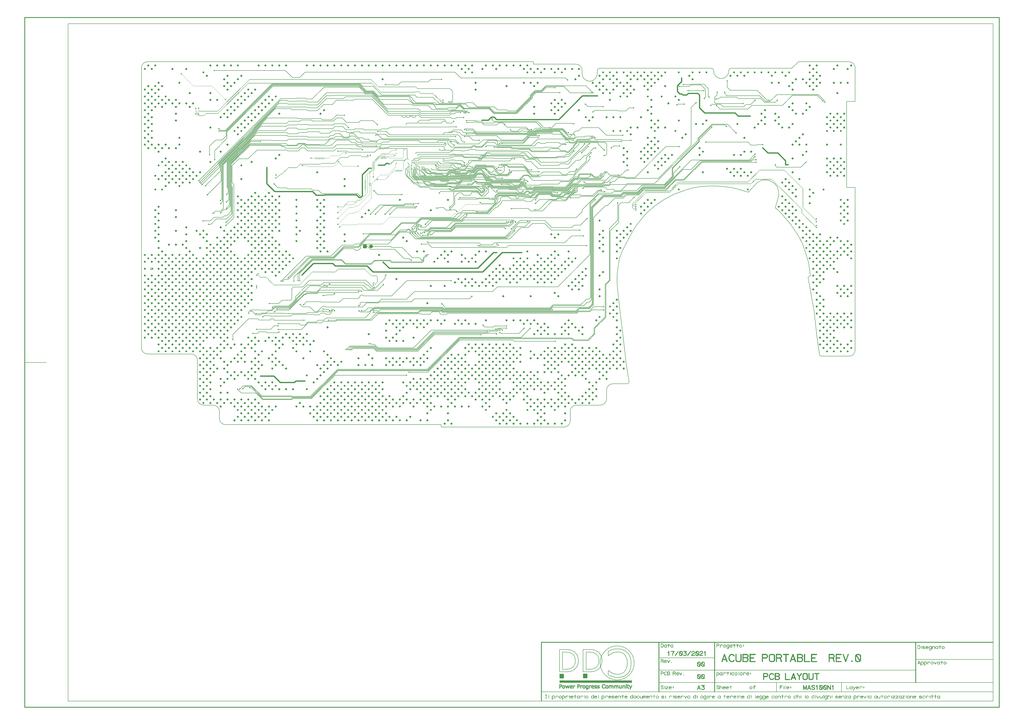
<source format=gbr>
*
G04 Job   : D:\Pd-Master\Mas\Mas100n1 ACB_0001_0\Mas100n1 ACUBE_PORTABILE R_0.pcb*
G04 User  : DESKTOP-CUVV7JD:Shina*
G04 Layer : 4-Internal3.gbr*
G04 Date  : Wed Mar 17 17:59:35 2021*
G04 RSM MASTER DESIGN srl*
%ICAS*%
%MOMM*%
%FSLAX24Y24*%
%OFA0.0000B0.0000*%
G90*
G74*
%AMVB_RECTANGLE*
21,1,$1,$2,0,0,$3*
%
%ADD12C,0.08000*%
%ADD10C,0.15000*%
%ADD13C,0.20000*%
%ADD16C,0.20320*%
%ADD19C,0.25000*%
%ADD17C,0.25400*%
%ADD70C,0.30480*%
%ADD15C,0.35000*%
%ADD18C,0.38000*%
%ADD11C,0.50000*%
%ADD14C,0.50800*%
%ADD20C,1.52400*%
%ADD71VB_RECTANGLE,1.52400X1.52400X270.00000*%
G01*
G36*
X9142Y367695D02*
X14142Y372695D01*
X19142Y367695*
X14142Y362695*
X9142Y367695*
Y395980D02*
X14142Y400980D01*
X19142Y395980*
X14142Y390980*
X9142Y395980*
Y424264D02*
X14142Y429264D01*
X19142Y424264*
X14142Y419264*
X9142Y424264*
Y452548D02*
X14142Y457548D01*
X19142Y452548*
X14142Y447548*
X9142Y452548*
Y480832D02*
X14142Y485832D01*
X19142Y480832*
X14142Y475832*
X9142Y480832*
Y509117D02*
X14142Y514117D01*
X19142Y509117*
X14142Y504117*
X9142Y509117*
Y537401D02*
X14142Y542401D01*
X19142Y537401*
X14142Y532401*
X9142Y537401*
Y565685D02*
X14142Y570685D01*
X19142Y565685*
X14142Y560685*
X9142Y565685*
Y593969D02*
X14142Y598969D01*
X19142Y593969*
X14142Y588969*
X9142Y593969*
Y622254D02*
X14142Y627254D01*
X19142Y622254*
X14142Y617254*
X9142Y622254*
Y650538D02*
X14142Y655538D01*
X19142Y650538*
X14142Y645538*
X9142Y650538*
Y678822D02*
X14142Y683822D01*
X19142Y678822*
X14142Y673822*
X9142Y678822*
Y707107D02*
X14142Y712107D01*
X19142Y707107*
X14142Y702107*
X9142Y707107*
Y1159655D02*
X14142Y1164655D01*
X19142Y1159655*
X14142Y1154655*
X9142Y1159655*
Y1187939D02*
X14142Y1192939D01*
X19142Y1187939*
X14142Y1182939*
X9142Y1187939*
Y1216223D02*
X14142Y1221223D01*
X19142Y1216223*
X14142Y1211223*
X9142Y1216223*
Y1244507D02*
X14142Y1249507D01*
X19142Y1244507*
X14142Y1239507*
X9142Y1244507*
Y1272792D02*
X14142Y1277792D01*
X19142Y1272792*
X14142Y1267792*
X9142Y1272792*
Y1301076D02*
X14142Y1306076D01*
X19142Y1301076*
X14142Y1296076*
X9142Y1301076*
Y1329360D02*
X14142Y1334360D01*
X19142Y1329360*
X14142Y1324360*
X9142Y1329360*
Y1357644D02*
X14142Y1362644D01*
X19142Y1357644*
X14142Y1352644*
X9142Y1357644*
Y1385929D02*
X14142Y1390929D01*
X19142Y1385929*
X14142Y1380929*
X9142Y1385929*
Y1470782D02*
X14142Y1475782D01*
X19142Y1470782*
X14142Y1465782*
X9142Y1470782*
X23284Y381838D02*
X28284Y386838D01*
X33284Y381838*
X28284Y376838*
X23284Y381838*
Y410122D02*
X28284Y415122D01*
X33284Y410122*
X28284Y405122*
X23284Y410122*
Y438406D02*
X28284Y443406D01*
X33284Y438406*
X28284Y433406*
X23284Y438406*
Y466690D02*
X28284Y471690D01*
X33284Y466690*
X28284Y461690*
X23284Y466690*
Y494975D02*
X28284Y499975D01*
X33284Y494975*
X28284Y489975*
X23284Y494975*
Y523259D02*
X28284Y528259D01*
X33284Y523259*
X28284Y518259*
X23284Y523259*
Y551543D02*
X28284Y556543D01*
X33284Y551543*
X28284Y546543*
X23284Y551543*
Y579827D02*
X28284Y584827D01*
X33284Y579827*
X28284Y574827*
X23284Y579827*
Y608112D02*
X28284Y613112D01*
X33284Y608112*
X28284Y603112*
X23284Y608112*
Y692964D02*
X28284Y697964D01*
X33284Y692964*
X28284Y687964*
X23284Y692964*
Y1145513D02*
X28284Y1150513D01*
X33284Y1145513*
X28284Y1140513*
X23284Y1145513*
Y1173797D02*
X28284Y1178797D01*
X33284Y1173797*
X28284Y1168797*
X23284Y1173797*
Y1202081D02*
X28284Y1207081D01*
X33284Y1202081*
X28284Y1197081*
X23284Y1202081*
Y1230365D02*
X28284Y1235365D01*
X33284Y1230365*
X28284Y1225365*
X23284Y1230365*
Y1258650D02*
X28284Y1263650D01*
X33284Y1258650*
X28284Y1253650*
X23284Y1258650*
Y1286934D02*
X28284Y1291934D01*
X33284Y1286934*
X28284Y1281934*
X23284Y1286934*
Y1315218D02*
X28284Y1320218D01*
X33284Y1315218*
X28284Y1310218*
X23284Y1315218*
Y1343502D02*
X28284Y1348502D01*
X33284Y1343502*
X28284Y1338502*
X23284Y1343502*
Y1371787D02*
X28284Y1376787D01*
X33284Y1371787*
X28284Y1366787*
X23284Y1371787*
Y1400071D02*
X28284Y1405071D01*
X33284Y1400071*
X28284Y1395071*
X23284Y1400071*
Y1484924D02*
X28284Y1489924D01*
X33284Y1484924*
X28284Y1479924*
X23284Y1484924*
X37426Y367695D02*
X42426Y372695D01*
X47426Y367695*
X42426Y362695*
X37426Y367695*
Y395980D02*
X42426Y400980D01*
X47426Y395980*
X42426Y390980*
X37426Y395980*
Y424264D02*
X42426Y429264D01*
X47426Y424264*
X42426Y419264*
X37426Y424264*
Y452548D02*
X42426Y457548D01*
X47426Y452548*
X42426Y447548*
X37426Y452548*
Y480832D02*
X42426Y485832D01*
X47426Y480832*
X42426Y475832*
X37426Y480832*
Y509117D02*
X42426Y514117D01*
X47426Y509117*
X42426Y504117*
X37426Y509117*
Y537401D02*
X42426Y542401D01*
X47426Y537401*
X42426Y532401*
X37426Y537401*
Y565685D02*
X42426Y570685D01*
X47426Y565685*
X42426Y560685*
X37426Y565685*
Y593969D02*
X42426Y598969D01*
X47426Y593969*
X42426Y588969*
X37426Y593969*
Y622254D02*
X42426Y627254D01*
X47426Y622254*
X42426Y617254*
X37426Y622254*
Y678822D02*
X42426Y683822D01*
X47426Y678822*
X42426Y673822*
X37426Y678822*
Y707107D02*
X42426Y712107D01*
X47426Y707107*
X42426Y702107*
X37426Y707107*
Y1159655D02*
X42426Y1164655D01*
X47426Y1159655*
X42426Y1154655*
X37426Y1159655*
Y1187939D02*
X42426Y1192939D01*
X47426Y1187939*
X42426Y1182939*
X37426Y1187939*
Y1216223D02*
X42426Y1221223D01*
X47426Y1216223*
X42426Y1211223*
X37426Y1216223*
Y1244507D02*
X42426Y1249507D01*
X47426Y1244507*
X42426Y1239507*
X37426Y1244507*
Y1272792D02*
X42426Y1277792D01*
X47426Y1272792*
X42426Y1267792*
X37426Y1272792*
Y1301076D02*
X42426Y1306076D01*
X47426Y1301076*
X42426Y1296076*
X37426Y1301076*
Y1329360D02*
X42426Y1334360D01*
X47426Y1329360*
X42426Y1324360*
X37426Y1329360*
Y1357644D02*
X42426Y1362644D01*
X47426Y1357644*
X42426Y1352644*
X37426Y1357644*
Y1385929D02*
X42426Y1390929D01*
X47426Y1385929*
X42426Y1380929*
X37426Y1385929*
Y1470782D02*
X42426Y1475782D01*
X47426Y1470782*
X42426Y1465782*
X37426Y1470782*
X51569Y381838D02*
X56569Y386838D01*
X61569Y381838*
X56569Y376838*
X51569Y381838*
Y410122D02*
X56569Y415122D01*
X61569Y410122*
X56569Y405122*
X51569Y410122*
Y438406D02*
X56569Y443406D01*
X61569Y438406*
X56569Y433406*
X51569Y438406*
Y466690D02*
X56569Y471690D01*
X61569Y466690*
X56569Y461690*
X51569Y466690*
Y494975D02*
X56569Y499975D01*
X61569Y494975*
X56569Y489975*
X51569Y494975*
Y523259D02*
X56569Y528259D01*
X61569Y523259*
X56569Y518259*
X51569Y523259*
Y551543D02*
X56569Y556543D01*
X61569Y551543*
X56569Y546543*
X51569Y551543*
Y579827D02*
X56569Y584827D01*
X61569Y579827*
X56569Y574827*
X51569Y579827*
Y608112D02*
X56569Y613112D01*
X61569Y608112*
X56569Y603112*
X51569Y608112*
Y692964D02*
X56569Y697964D01*
X61569Y692964*
X56569Y687964*
X51569Y692964*
Y777817D02*
X56569Y782817D01*
X61569Y777817*
X56569Y772817*
X51569Y777817*
Y806101D02*
X56569Y811101D01*
X61569Y806101*
X56569Y801101*
X51569Y806101*
Y834386D02*
X56569Y839386D01*
X61569Y834386*
X56569Y829386*
X51569Y834386*
Y862670D02*
X56569Y867670D01*
X61569Y862670*
X56569Y857670*
X51569Y862670*
Y890954D02*
X56569Y895954D01*
X61569Y890954*
X56569Y885954*
X51569Y890954*
Y975807D02*
X56569Y980807D01*
X61569Y975807*
X56569Y970807*
X51569Y975807*
Y1032375D02*
X56569Y1037375D01*
X61569Y1032375*
X56569Y1027375*
X51569Y1032375*
Y1145513D02*
X56569Y1150513D01*
X61569Y1145513*
X56569Y1140513*
X51569Y1145513*
Y1315218D02*
X56569Y1320218D01*
X61569Y1315218*
X56569Y1310218*
X51569Y1315218*
Y1343502D02*
X56569Y1348502D01*
X61569Y1343502*
X56569Y1338502*
X51569Y1343502*
Y1371787D02*
X56569Y1376787D01*
X61569Y1371787*
X56569Y1366787*
X51569Y1371787*
Y1400071D02*
X56569Y1405071D01*
X61569Y1400071*
X56569Y1395071*
X51569Y1400071*
Y1484924D02*
X56569Y1489924D01*
X61569Y1484924*
X56569Y1479924*
X51569Y1484924*
X65711Y311127D02*
X70711Y316127D01*
X75711Y311127*
X70711Y306127*
X65711Y311127*
Y339411D02*
X70711Y344411D01*
X75711Y339411*
X70711Y334411*
X65711Y339411*
Y367695D02*
X70711Y372695D01*
X75711Y367695*
X70711Y362695*
X65711Y367695*
Y395980D02*
X70711Y400980D01*
X75711Y395980*
X70711Y390980*
X65711Y395980*
Y424264D02*
X70711Y429264D01*
X75711Y424264*
X70711Y419264*
X65711Y424264*
Y452548D02*
X70711Y457548D01*
X75711Y452548*
X70711Y447548*
X65711Y452548*
Y480832D02*
X70711Y485832D01*
X75711Y480832*
X70711Y475832*
X65711Y480832*
Y509117D02*
X70711Y514117D01*
X75711Y509117*
X70711Y504117*
X65711Y509117*
Y537401D02*
X70711Y542401D01*
X75711Y537401*
X70711Y532401*
X65711Y537401*
Y565685D02*
X70711Y570685D01*
X75711Y565685*
X70711Y560685*
X65711Y565685*
Y593969D02*
X70711Y598969D01*
X75711Y593969*
X70711Y588969*
X65711Y593969*
Y622254D02*
X70711Y627254D01*
X75711Y622254*
X70711Y617254*
X65711Y622254*
Y650538D02*
X70711Y655538D01*
X75711Y650538*
X70711Y645538*
X65711Y650538*
Y678822D02*
X70711Y683822D01*
X75711Y678822*
X70711Y673822*
X65711Y678822*
Y707107D02*
X70711Y712107D01*
X75711Y707107*
X70711Y702107*
X65711Y707107*
Y735391D02*
X70711Y740391D01*
X75711Y735391*
X70711Y730391*
X65711Y735391*
Y763675D02*
X70711Y768675D01*
X75711Y763675*
X70711Y758675*
X65711Y763675*
Y791959D02*
X70711Y796959D01*
X75711Y791959*
X70711Y786959*
X65711Y791959*
Y820244D02*
X70711Y825244D01*
X75711Y820244*
X70711Y815244*
X65711Y820244*
Y848528D02*
X70711Y853528D01*
X75711Y848528*
X70711Y843528*
X65711Y848528*
Y876812D02*
X70711Y881812D01*
X75711Y876812*
X70711Y871812*
X65711Y876812*
Y905096D02*
X70711Y910096D01*
X75711Y905096*
X70711Y900096*
X65711Y905096*
Y1018233D02*
X70711Y1023233D01*
X75711Y1018233*
X70711Y1013233*
X65711Y1018233*
Y1074802D02*
X70711Y1079802D01*
X75711Y1074802*
X70711Y1069802*
X65711Y1074802*
Y1131370D02*
X70711Y1136370D01*
X75711Y1131370*
X70711Y1126370*
X65711Y1131370*
Y1159655D02*
X70711Y1164655D01*
X75711Y1159655*
X70711Y1154655*
X65711Y1159655*
Y1329360D02*
X70711Y1334360D01*
X75711Y1329360*
X70711Y1324360*
X65711Y1329360*
Y1357644D02*
X70711Y1362644D01*
X75711Y1357644*
X70711Y1352644*
X65711Y1357644*
Y1385929D02*
X70711Y1390929D01*
X75711Y1385929*
X70711Y1380929*
X65711Y1385929*
Y1414213D02*
X70711Y1419213D01*
X75711Y1414213*
X70711Y1409213*
X65711Y1414213*
X79853Y325269D02*
X84853Y330269D01*
X89853Y325269*
X84853Y320269*
X79853Y325269*
Y353553D02*
X84853Y358553D01*
X89853Y353553*
X84853Y348553*
X79853Y353553*
Y381838D02*
X84853Y386838D01*
X89853Y381838*
X84853Y376838*
X79853Y381838*
Y410122D02*
X84853Y415122D01*
X89853Y410122*
X84853Y405122*
X79853Y410122*
Y438406D02*
X84853Y443406D01*
X89853Y438406*
X84853Y433406*
X79853Y438406*
Y466690D02*
X84853Y471690D01*
X89853Y466690*
X84853Y461690*
X79853Y466690*
Y494975D02*
X84853Y499975D01*
X89853Y494975*
X84853Y489975*
X79853Y494975*
Y523259D02*
X84853Y528259D01*
X89853Y523259*
X84853Y518259*
X79853Y523259*
Y551543D02*
X84853Y556543D01*
X89853Y551543*
X84853Y546543*
X79853Y551543*
Y579827D02*
X84853Y584827D01*
X89853Y579827*
X84853Y574827*
X79853Y579827*
Y608112D02*
X84853Y613112D01*
X89853Y608112*
X84853Y603112*
X79853Y608112*
Y636396D02*
X84853Y641396D01*
X89853Y636396*
X84853Y631396*
X79853Y636396*
Y664680D02*
X84853Y669680D01*
X89853Y664680*
X84853Y659680*
X79853Y664680*
Y692964D02*
X84853Y697964D01*
X89853Y692964*
X84853Y687964*
X79853Y692964*
Y721249D02*
X84853Y726249D01*
X89853Y721249*
X84853Y716249*
X79853Y721249*
Y975807D02*
X84853Y980807D01*
X89853Y975807*
X84853Y970807*
X79853Y975807*
Y1032375D02*
X84853Y1037375D01*
X89853Y1032375*
X84853Y1027375*
X79853Y1032375*
Y1088944D02*
X84853Y1093944D01*
X89853Y1088944*
X84853Y1083944*
X79853Y1088944*
Y1145513D02*
X84853Y1150513D01*
X89853Y1145513*
X84853Y1140513*
X79853Y1145513*
Y1315218D02*
X84853Y1320218D01*
X89853Y1315218*
X84853Y1310218*
X79853Y1315218*
Y1343502D02*
X84853Y1348502D01*
X89853Y1343502*
X84853Y1338502*
X79853Y1343502*
Y1400071D02*
X84853Y1405071D01*
X89853Y1400071*
X84853Y1395071*
X79853Y1400071*
X93995Y311127D02*
X98995Y316127D01*
X103995Y311127*
X98995Y306127*
X93995Y311127*
Y339411D02*
X98995Y344411D01*
X103995Y339411*
X98995Y334411*
X93995Y339411*
Y367695D02*
X98995Y372695D01*
X103995Y367695*
X98995Y362695*
X93995Y367695*
Y395980D02*
X98995Y400980D01*
X103995Y395980*
X98995Y390980*
X93995Y395980*
Y424264D02*
X98995Y429264D01*
X103995Y424264*
X98995Y419264*
X93995Y424264*
Y452548D02*
X98995Y457548D01*
X103995Y452548*
X98995Y447548*
X93995Y452548*
Y480832D02*
X98995Y485832D01*
X103995Y480832*
X98995Y475832*
X93995Y480832*
Y509117D02*
X98995Y514117D01*
X103995Y509117*
X98995Y504117*
X93995Y509117*
Y537401D02*
X98995Y542401D01*
X103995Y537401*
X98995Y532401*
X93995Y537401*
Y565685D02*
X98995Y570685D01*
X103995Y565685*
X98995Y560685*
X93995Y565685*
Y593969D02*
X98995Y598969D01*
X103995Y593969*
X98995Y588969*
X93995Y593969*
Y622254D02*
X98995Y627254D01*
X103995Y622254*
X98995Y617254*
X93995Y622254*
Y650538D02*
X98995Y655538D01*
X103995Y650538*
X98995Y645538*
X93995Y650538*
Y678822D02*
X98995Y683822D01*
X103995Y678822*
X98995Y673822*
X93995Y678822*
Y707107D02*
X98995Y712107D01*
X103995Y707107*
X98995Y702107*
X93995Y707107*
Y989949D02*
X98995Y994949D01*
X103995Y989949*
X98995Y984949*
X93995Y989949*
Y1018233D02*
X98995Y1023233D01*
X103995Y1018233*
X98995Y1013233*
X93995Y1018233*
Y1046518D02*
X98995Y1051518D01*
X103995Y1046518*
X98995Y1041518*
X93995Y1046518*
Y1074802D02*
X98995Y1079802D01*
X103995Y1074802*
X98995Y1069802*
X93995Y1074802*
Y1103086D02*
X98995Y1108086D01*
X103995Y1103086*
X98995Y1098086*
X93995Y1103086*
Y1159655D02*
X98995Y1164655D01*
X103995Y1159655*
X98995Y1154655*
X93995Y1159655*
Y1329360D02*
X98995Y1334360D01*
X103995Y1329360*
X98995Y1324360*
X93995Y1329360*
Y1357644D02*
X98995Y1362644D01*
X103995Y1357644*
X98995Y1352644*
X93995Y1357644*
X108137Y325269D02*
X113137Y330269D01*
X118137Y325269*
X113137Y320269*
X108137Y325269*
Y353553D02*
X113137Y358553D01*
X118137Y353553*
X113137Y348553*
X108137Y353553*
Y381838D02*
X113137Y386838D01*
X118137Y381838*
X113137Y376838*
X108137Y381838*
Y410122D02*
X113137Y415122D01*
X118137Y410122*
X113137Y405122*
X108137Y410122*
Y438406D02*
X113137Y443406D01*
X118137Y438406*
X113137Y433406*
X108137Y438406*
Y466690D02*
X113137Y471690D01*
X118137Y466690*
X113137Y461690*
X108137Y466690*
Y494975D02*
X113137Y499975D01*
X118137Y494975*
X113137Y489975*
X108137Y494975*
Y523259D02*
X113137Y528259D01*
X118137Y523259*
X113137Y518259*
X108137Y523259*
Y551543D02*
X113137Y556543D01*
X118137Y551543*
X113137Y546543*
X108137Y551543*
Y579827D02*
X113137Y584827D01*
X118137Y579827*
X113137Y574827*
X108137Y579827*
Y608112D02*
X113137Y613112D01*
X118137Y608112*
X113137Y603112*
X108137Y608112*
Y636396D02*
X113137Y641396D01*
X118137Y636396*
X113137Y631396*
X108137Y636396*
Y664680D02*
X113137Y669680D01*
X118137Y664680*
X113137Y659680*
X108137Y664680*
Y692964D02*
X113137Y697964D01*
X118137Y692964*
X113137Y687964*
X108137Y692964*
Y749533D02*
X113137Y754533D01*
X118137Y749533*
X113137Y744533*
X108137Y749533*
Y1004091D02*
X113137Y1009091D01*
X118137Y1004091*
X113137Y999091*
X108137Y1004091*
Y1032375D02*
X113137Y1037375D01*
X118137Y1032375*
X113137Y1027375*
X108137Y1032375*
Y1060660D02*
X113137Y1065660D01*
X118137Y1060660*
X113137Y1055660*
X108137Y1060660*
Y1088944D02*
X113137Y1093944D01*
X118137Y1088944*
X113137Y1083944*
X108137Y1088944*
Y1145513D02*
X113137Y1150513D01*
X118137Y1145513*
X113137Y1140513*
X108137Y1145513*
Y1343502D02*
X113137Y1348502D01*
X118137Y1343502*
X113137Y1338502*
X108137Y1343502*
X122279Y311127D02*
X127279Y316127D01*
X132279Y311127*
X127279Y306127*
X122279Y311127*
Y339411D02*
X127279Y344411D01*
X132279Y339411*
X127279Y334411*
X122279Y339411*
Y367695D02*
X127279Y372695D01*
X132279Y367695*
X127279Y362695*
X122279Y367695*
Y395980D02*
X127279Y400980D01*
X132279Y395980*
X127279Y390980*
X122279Y395980*
Y424264D02*
X127279Y429264D01*
X132279Y424264*
X127279Y419264*
X122279Y424264*
Y452548D02*
X127279Y457548D01*
X132279Y452548*
X127279Y447548*
X122279Y452548*
Y480832D02*
X127279Y485832D01*
X132279Y480832*
X127279Y475832*
X122279Y480832*
Y509117D02*
X127279Y514117D01*
X132279Y509117*
X127279Y504117*
X122279Y509117*
Y537401D02*
X127279Y542401D01*
X132279Y537401*
X127279Y532401*
X122279Y537401*
Y565685D02*
X127279Y570685D01*
X132279Y565685*
X127279Y560685*
X122279Y565685*
Y593969D02*
X127279Y598969D01*
X132279Y593969*
X127279Y588969*
X122279Y593969*
Y622254D02*
X127279Y627254D01*
X132279Y622254*
X127279Y617254*
X122279Y622254*
Y650538D02*
X127279Y655538D01*
X132279Y650538*
X127279Y645538*
X122279Y650538*
Y678822D02*
X127279Y683822D01*
X132279Y678822*
X127279Y673822*
X122279Y678822*
Y707107D02*
X127279Y712107D01*
X132279Y707107*
X127279Y702107*
X122279Y707107*
Y1018233D02*
X127279Y1023233D01*
X132279Y1018233*
X127279Y1013233*
X122279Y1018233*
Y1046518D02*
X127279Y1051518D01*
X132279Y1046518*
X127279Y1041518*
X122279Y1046518*
Y1074802D02*
X127279Y1079802D01*
X132279Y1074802*
X127279Y1069802*
X122279Y1074802*
Y1329360D02*
X127279Y1334360D01*
X132279Y1329360*
X127279Y1324360*
X122279Y1329360*
Y1470782D02*
X127279Y1475782D01*
X132279Y1470782*
X127279Y1465782*
X122279Y1470782*
X136421Y325269D02*
X141421Y330269D01*
X146421Y325269*
X141421Y320269*
X136421Y325269*
Y353553D02*
X141421Y358553D01*
X146421Y353553*
X141421Y348553*
X136421Y353553*
Y381838D02*
X141421Y386838D01*
X146421Y381838*
X141421Y376838*
X136421Y381838*
Y410122D02*
X141421Y415122D01*
X146421Y410122*
X141421Y405122*
X136421Y410122*
Y438406D02*
X141421Y443406D01*
X146421Y438406*
X141421Y433406*
X136421Y438406*
Y466690D02*
X141421Y471690D01*
X146421Y466690*
X141421Y461690*
X136421Y466690*
Y494975D02*
X141421Y499975D01*
X146421Y494975*
X141421Y489975*
X136421Y494975*
Y523259D02*
X141421Y528259D01*
X146421Y523259*
X141421Y518259*
X136421Y523259*
Y551543D02*
X141421Y556543D01*
X146421Y551543*
X141421Y546543*
X136421Y551543*
Y579827D02*
X141421Y584827D01*
X146421Y579827*
X141421Y574827*
X136421Y579827*
Y608112D02*
X141421Y613112D01*
X146421Y608112*
X141421Y603112*
X136421Y608112*
Y636396D02*
X141421Y641396D01*
X146421Y636396*
X141421Y631396*
X136421Y636396*
Y664680D02*
X141421Y669680D01*
X146421Y664680*
X141421Y659680*
X136421Y664680*
Y692964D02*
X141421Y697964D01*
X146421Y692964*
X141421Y687964*
X136421Y692964*
Y749533D02*
X141421Y754533D01*
X146421Y749533*
X141421Y744533*
X136421Y749533*
Y806101D02*
X141421Y811101D01*
X146421Y806101*
X141421Y801101*
X136421Y806101*
Y862670D02*
X141421Y867670D01*
X146421Y862670*
X141421Y857670*
X136421Y862670*
Y890954D02*
X141421Y895954D01*
X146421Y890954*
X141421Y885954*
X136421Y890954*
Y1004091D02*
X141421Y1009091D01*
X146421Y1004091*
X141421Y999091*
X136421Y1004091*
Y1032375D02*
X141421Y1037375D01*
X146421Y1032375*
X141421Y1027375*
X136421Y1032375*
Y1060660D02*
X141421Y1065660D01*
X146421Y1060660*
X141421Y1055660*
X136421Y1060660*
Y1088944D02*
X141421Y1093944D01*
X146421Y1088944*
X141421Y1083944*
X136421Y1088944*
Y1145513D02*
X141421Y1150513D01*
X146421Y1145513*
X141421Y1140513*
X136421Y1145513*
Y1258650D02*
X141421Y1263650D01*
X146421Y1258650*
X141421Y1253650*
X136421Y1258650*
Y1286934D02*
X141421Y1291934D01*
X146421Y1286934*
X141421Y1281934*
X136421Y1286934*
Y1315218D02*
X141421Y1320218D01*
X146421Y1315218*
X141421Y1310218*
X136421Y1315218*
Y1343502D02*
X141421Y1348502D01*
X146421Y1343502*
X141421Y1338502*
X136421Y1343502*
X150563Y311127D02*
X155563Y316127D01*
X160563Y311127*
X155563Y306127*
X150563Y311127*
Y339411D02*
X155563Y344411D01*
X160563Y339411*
X155563Y334411*
X150563Y339411*
Y367695D02*
X155563Y372695D01*
X160563Y367695*
X155563Y362695*
X150563Y367695*
Y395980D02*
X155563Y400980D01*
X160563Y395980*
X155563Y390980*
X150563Y395980*
Y424264D02*
X155563Y429264D01*
X160563Y424264*
X155563Y419264*
X150563Y424264*
Y452548D02*
X155563Y457548D01*
X160563Y452548*
X155563Y447548*
X150563Y452548*
Y480832D02*
X155563Y485832D01*
X160563Y480832*
X155563Y475832*
X150563Y480832*
Y509117D02*
X155563Y514117D01*
X160563Y509117*
X155563Y504117*
X150563Y509117*
Y537401D02*
X155563Y542401D01*
X160563Y537401*
X155563Y532401*
X150563Y537401*
Y565685D02*
X155563Y570685D01*
X160563Y565685*
X155563Y560685*
X150563Y565685*
Y593969D02*
X155563Y598969D01*
X160563Y593969*
X155563Y588969*
X150563Y593969*
Y622254D02*
X155563Y627254D01*
X160563Y622254*
X155563Y617254*
X150563Y622254*
Y650538D02*
X155563Y655538D01*
X160563Y650538*
X155563Y645538*
X150563Y650538*
Y678822D02*
X155563Y683822D01*
X160563Y678822*
X155563Y673822*
X150563Y678822*
Y707107D02*
X155563Y712107D01*
X160563Y707107*
X155563Y702107*
X150563Y707107*
Y989949D02*
X155563Y994949D01*
X160563Y989949*
X155563Y984949*
X150563Y989949*
Y1018233D02*
X155563Y1023233D01*
X160563Y1018233*
X155563Y1013233*
X150563Y1018233*
Y1046518D02*
X155563Y1051518D01*
X160563Y1046518*
X155563Y1041518*
X150563Y1046518*
Y1074802D02*
X155563Y1079802D01*
X160563Y1074802*
X155563Y1069802*
X150563Y1074802*
Y1159655D02*
X155563Y1164655D01*
X160563Y1159655*
X155563Y1154655*
X150563Y1159655*
Y1187939D02*
X155563Y1192939D01*
X160563Y1187939*
X155563Y1182939*
X150563Y1187939*
Y1329360D02*
X155563Y1334360D01*
X160563Y1329360*
X155563Y1324360*
X150563Y1329360*
Y1414213D02*
X155563Y1419213D01*
X160563Y1414213*
X155563Y1409213*
X150563Y1414213*
X164706Y325269D02*
X169706Y330269D01*
X174706Y325269*
X169706Y320269*
X164706Y325269*
Y353553D02*
X169706Y358553D01*
X174706Y353553*
X169706Y348553*
X164706Y353553*
Y381838D02*
X169706Y386838D01*
X174706Y381838*
X169706Y376838*
X164706Y381838*
Y410122D02*
X169706Y415122D01*
X174706Y410122*
X169706Y405122*
X164706Y410122*
Y438406D02*
X169706Y443406D01*
X174706Y438406*
X169706Y433406*
X164706Y438406*
Y466690D02*
X169706Y471690D01*
X174706Y466690*
X169706Y461690*
X164706Y466690*
Y494975D02*
X169706Y499975D01*
X174706Y494975*
X169706Y489975*
X164706Y494975*
Y523259D02*
X169706Y528259D01*
X174706Y523259*
X169706Y518259*
X164706Y523259*
Y551543D02*
X169706Y556543D01*
X174706Y551543*
X169706Y546543*
X164706Y551543*
Y579827D02*
X169706Y584827D01*
X174706Y579827*
X169706Y574827*
X164706Y579827*
Y608112D02*
X169706Y613112D01*
X174706Y608112*
X169706Y603112*
X164706Y608112*
Y636396D02*
X169706Y641396D01*
X174706Y636396*
X169706Y631396*
X164706Y636396*
Y664680D02*
X169706Y669680D01*
X174706Y664680*
X169706Y659680*
X164706Y664680*
Y692964D02*
X169706Y697964D01*
X174706Y692964*
X169706Y687964*
X164706Y692964*
Y749533D02*
X169706Y754533D01*
X174706Y749533*
X169706Y744533*
X164706Y749533*
Y1004091D02*
X169706Y1009091D01*
X174706Y1004091*
X169706Y999091*
X164706Y1004091*
Y1032375D02*
X169706Y1037375D01*
X174706Y1032375*
X169706Y1027375*
X164706Y1032375*
Y1060660D02*
X169706Y1065660D01*
X174706Y1060660*
X169706Y1055660*
X164706Y1060660*
Y1088944D02*
X169706Y1093944D01*
X174706Y1088944*
X169706Y1083944*
X164706Y1088944*
X178848Y311127D02*
X183848Y316127D01*
X188848Y311127*
X183848Y306127*
X178848Y311127*
Y339411D02*
X183848Y344411D01*
X188848Y339411*
X183848Y334411*
X178848Y339411*
Y367695D02*
X183848Y372695D01*
X188848Y367695*
X183848Y362695*
X178848Y367695*
Y395980D02*
X183848Y400980D01*
X188848Y395980*
X183848Y390980*
X178848Y395980*
Y424264D02*
X183848Y429264D01*
X188848Y424264*
X183848Y419264*
X178848Y424264*
Y452548D02*
X183848Y457548D01*
X188848Y452548*
X183848Y447548*
X178848Y452548*
Y480832D02*
X183848Y485832D01*
X188848Y480832*
X183848Y475832*
X178848Y480832*
Y509117D02*
X183848Y514117D01*
X188848Y509117*
X183848Y504117*
X178848Y509117*
Y537401D02*
X183848Y542401D01*
X188848Y537401*
X183848Y532401*
X178848Y537401*
Y565685D02*
X183848Y570685D01*
X188848Y565685*
X183848Y560685*
X178848Y565685*
Y593969D02*
X183848Y598969D01*
X188848Y593969*
X183848Y588969*
X178848Y593969*
Y622254D02*
X183848Y627254D01*
X188848Y622254*
X183848Y617254*
X178848Y622254*
Y650538D02*
X183848Y655538D01*
X188848Y650538*
X183848Y645538*
X178848Y650538*
Y678822D02*
X183848Y683822D01*
X188848Y678822*
X183848Y673822*
X178848Y678822*
Y707107D02*
X183848Y712107D01*
X188848Y707107*
X183848Y702107*
X178848Y707107*
Y735391D02*
X183848Y740391D01*
X188848Y735391*
X183848Y730391*
X178848Y735391*
Y763675D02*
X183848Y768675D01*
X188848Y763675*
X183848Y758675*
X178848Y763675*
Y791959D02*
X183848Y796959D01*
X188848Y791959*
X183848Y786959*
X178848Y791959*
Y820244D02*
X183848Y825244D01*
X188848Y820244*
X183848Y815244*
X178848Y820244*
Y1018233D02*
X183848Y1023233D01*
X188848Y1018233*
X183848Y1013233*
X178848Y1018233*
Y1046518D02*
X183848Y1051518D01*
X188848Y1046518*
X183848Y1041518*
X178848Y1046518*
Y1074802D02*
X183848Y1079802D01*
X188848Y1074802*
X183848Y1069802*
X178848Y1074802*
Y1329360D02*
X183848Y1334360D01*
X188848Y1329360*
X183848Y1324360*
X178848Y1329360*
Y1470782D02*
X183848Y1475782D01*
X188848Y1470782*
X183848Y1465782*
X178848Y1470782*
X192990Y325269D02*
X197990Y330269D01*
X202990Y325269*
X197990Y320269*
X192990Y325269*
Y353553D02*
X197990Y358553D01*
X202990Y353553*
X197990Y348553*
X192990Y353553*
Y381838D02*
X197990Y386838D01*
X202990Y381838*
X197990Y376838*
X192990Y381838*
Y410122D02*
X197990Y415122D01*
X202990Y410122*
X197990Y405122*
X192990Y410122*
Y438406D02*
X197990Y443406D01*
X202990Y438406*
X197990Y433406*
X192990Y438406*
Y466690D02*
X197990Y471690D01*
X202990Y466690*
X197990Y461690*
X192990Y466690*
Y494975D02*
X197990Y499975D01*
X202990Y494975*
X197990Y489975*
X192990Y494975*
Y523259D02*
X197990Y528259D01*
X202990Y523259*
X197990Y518259*
X192990Y523259*
Y551543D02*
X197990Y556543D01*
X202990Y551543*
X197990Y546543*
X192990Y551543*
Y579827D02*
X197990Y584827D01*
X202990Y579827*
X197990Y574827*
X192990Y579827*
Y608112D02*
X197990Y613112D01*
X202990Y608112*
X197990Y603112*
X192990Y608112*
Y636396D02*
X197990Y641396D01*
X202990Y636396*
X197990Y631396*
X192990Y636396*
Y664680D02*
X197990Y669680D01*
X202990Y664680*
X197990Y659680*
X192990Y664680*
Y692964D02*
X197990Y697964D01*
X202990Y692964*
X197990Y687964*
X192990Y692964*
Y721249D02*
X197990Y726249D01*
X202990Y721249*
X197990Y716249*
X192990Y721249*
Y1004091D02*
X197990Y1009091D01*
X202990Y1004091*
X197990Y999091*
X192990Y1004091*
Y1032375D02*
X197990Y1037375D01*
X202990Y1032375*
X197990Y1027375*
X192990Y1032375*
Y1060660D02*
X197990Y1065660D01*
X202990Y1060660*
X197990Y1055660*
X192990Y1060660*
Y1315218D02*
X197990Y1320218D01*
X202990Y1315218*
X197990Y1310218*
X192990Y1315218*
Y1371787D02*
X197990Y1376787D01*
X202990Y1371787*
X197990Y1366787*
X192990Y1371787*
X207132Y311127D02*
X212132Y316127D01*
X217132Y311127*
X212132Y306127*
X207132Y311127*
Y339411D02*
X212132Y344411D01*
X217132Y339411*
X212132Y334411*
X207132Y339411*
Y367695D02*
X212132Y372695D01*
X217132Y367695*
X212132Y362695*
X207132Y367695*
Y395980D02*
X212132Y400980D01*
X217132Y395980*
X212132Y390980*
X207132Y395980*
Y424264D02*
X212132Y429264D01*
X217132Y424264*
X212132Y419264*
X207132Y424264*
Y452548D02*
X212132Y457548D01*
X217132Y452548*
X212132Y447548*
X207132Y452548*
Y480832D02*
X212132Y485832D01*
X217132Y480832*
X212132Y475832*
X207132Y480832*
Y509117D02*
X212132Y514117D01*
X217132Y509117*
X212132Y504117*
X207132Y509117*
Y537401D02*
X212132Y542401D01*
X217132Y537401*
X212132Y532401*
X207132Y537401*
Y565685D02*
X212132Y570685D01*
X217132Y565685*
X212132Y560685*
X207132Y565685*
Y593969D02*
X212132Y598969D01*
X217132Y593969*
X212132Y588969*
X207132Y593969*
Y622254D02*
X212132Y627254D01*
X217132Y622254*
X212132Y617254*
X207132Y622254*
Y650538D02*
X212132Y655538D01*
X217132Y650538*
X212132Y645538*
X207132Y650538*
Y678822D02*
X212132Y683822D01*
X217132Y678822*
X212132Y673822*
X207132Y678822*
Y707107D02*
X212132Y712107D01*
X217132Y707107*
X212132Y702107*
X207132Y707107*
Y1018233D02*
X212132Y1023233D01*
X217132Y1018233*
X212132Y1013233*
X207132Y1018233*
Y1046518D02*
X212132Y1051518D01*
X217132Y1046518*
X212132Y1041518*
X207132Y1046518*
Y1329360D02*
X212132Y1334360D01*
X217132Y1329360*
X212132Y1324360*
X207132Y1329360*
X221274Y325269D02*
X226274Y330269D01*
X231274Y325269*
X226274Y320269*
X221274Y325269*
Y353553D02*
X226274Y358553D01*
X231274Y353553*
X226274Y348553*
X221274Y353553*
Y381838D02*
X226274Y386838D01*
X231274Y381838*
X226274Y376838*
X221274Y381838*
Y410122D02*
X226274Y415122D01*
X231274Y410122*
X226274Y405122*
X221274Y410122*
Y438406D02*
X226274Y443406D01*
X231274Y438406*
X226274Y433406*
X221274Y438406*
Y466690D02*
X226274Y471690D01*
X231274Y466690*
X226274Y461690*
X221274Y466690*
Y494975D02*
X226274Y499975D01*
X231274Y494975*
X226274Y489975*
X221274Y494975*
Y523259D02*
X226274Y528259D01*
X231274Y523259*
X226274Y518259*
X221274Y523259*
Y551543D02*
X226274Y556543D01*
X231274Y551543*
X226274Y546543*
X221274Y551543*
Y579827D02*
X226274Y584827D01*
X231274Y579827*
X226274Y574827*
X221274Y579827*
Y608112D02*
X226274Y613112D01*
X231274Y608112*
X226274Y603112*
X221274Y608112*
Y636396D02*
X226274Y641396D01*
X231274Y636396*
X226274Y631396*
X221274Y636396*
Y664680D02*
X226274Y669680D01*
X231274Y664680*
X226274Y659680*
X221274Y664680*
Y692964D02*
X226274Y697964D01*
X231274Y692964*
X226274Y687964*
X221274Y692964*
Y806101D02*
X226274Y811101D01*
X231274Y806101*
X226274Y801101*
X221274Y806101*
Y1032375D02*
X226274Y1037375D01*
X231274Y1032375*
X226274Y1027375*
X221274Y1032375*
X235416Y113137D02*
X240416Y118137D01*
X245416Y113137*
X240416Y108137*
X235416Y113137*
Y141421D02*
X240416Y146421D01*
X245416Y141421*
X240416Y136421*
X235416Y141421*
Y169706D02*
X240416Y174706D01*
X245416Y169706*
X240416Y164706*
X235416Y169706*
Y197990D02*
X240416Y202990D01*
X245416Y197990*
X240416Y192990*
X235416Y197990*
Y226274D02*
X240416Y231274D01*
X245416Y226274*
X240416Y221274*
X235416Y226274*
Y254558D02*
X240416Y259558D01*
X245416Y254558*
X240416Y249558*
X235416Y254558*
Y282843D02*
X240416Y287843D01*
X245416Y282843*
X240416Y277843*
X235416Y282843*
Y311127D02*
X240416Y316127D01*
X245416Y311127*
X240416Y306127*
X235416Y311127*
Y339411D02*
X240416Y344411D01*
X245416Y339411*
X240416Y334411*
X235416Y339411*
Y367695D02*
X240416Y372695D01*
X245416Y367695*
X240416Y362695*
X235416Y367695*
Y395980D02*
X240416Y400980D01*
X245416Y395980*
X240416Y390980*
X235416Y395980*
Y424264D02*
X240416Y429264D01*
X245416Y424264*
X240416Y419264*
X235416Y424264*
Y452548D02*
X240416Y457548D01*
X245416Y452548*
X240416Y447548*
X235416Y452548*
Y480832D02*
X240416Y485832D01*
X245416Y480832*
X240416Y475832*
X235416Y480832*
Y509117D02*
X240416Y514117D01*
X245416Y509117*
X240416Y504117*
X235416Y509117*
Y537401D02*
X240416Y542401D01*
X245416Y537401*
X240416Y532401*
X235416Y537401*
Y565685D02*
X240416Y570685D01*
X245416Y565685*
X240416Y560685*
X235416Y565685*
Y593969D02*
X240416Y598969D01*
X245416Y593969*
X240416Y588969*
X235416Y593969*
Y622254D02*
X240416Y627254D01*
X245416Y622254*
X240416Y617254*
X235416Y622254*
Y650538D02*
X240416Y655538D01*
X245416Y650538*
X240416Y645538*
X235416Y650538*
Y678822D02*
X240416Y683822D01*
X245416Y678822*
X240416Y673822*
X235416Y678822*
Y735391D02*
X240416Y740391D01*
X245416Y735391*
X240416Y730391*
X235416Y735391*
Y791959D02*
X240416Y796959D01*
X245416Y791959*
X240416Y786959*
X235416Y791959*
Y1046518D02*
X240416Y1051518D01*
X245416Y1046518*
X240416Y1041518*
X235416Y1046518*
Y1131370D02*
X240416Y1136370D01*
X245416Y1131370*
X240416Y1126370*
X235416Y1131370*
X249558Y98995D02*
X254558Y103995D01*
X259558Y98995*
X254558Y93995*
X249558Y98995*
Y127279D02*
X254558Y132279D01*
X259558Y127279*
X254558Y122279*
X249558Y127279*
Y155563D02*
X254558Y160563D01*
X259558Y155563*
X254558Y150563*
X249558Y155563*
Y183848D02*
X254558Y188848D01*
X259558Y183848*
X254558Y178848*
X249558Y183848*
Y212132D02*
X254558Y217132D01*
X259558Y212132*
X254558Y207132*
X249558Y212132*
Y240416D02*
X254558Y245416D01*
X259558Y240416*
X254558Y235416*
X249558Y240416*
Y268700D02*
X254558Y273700D01*
X259558Y268700*
X254558Y263700*
X249558Y268700*
Y296985D02*
X254558Y301985D01*
X259558Y296985*
X254558Y291985*
X249558Y296985*
Y325269D02*
X254558Y330269D01*
X259558Y325269*
X254558Y320269*
X249558Y325269*
Y353553D02*
X254558Y358553D01*
X259558Y353553*
X254558Y348553*
X249558Y353553*
Y381838D02*
X254558Y386838D01*
X259558Y381838*
X254558Y376838*
X249558Y381838*
Y410122D02*
X254558Y415122D01*
X259558Y410122*
X254558Y405122*
X249558Y410122*
Y438406D02*
X254558Y443406D01*
X259558Y438406*
X254558Y433406*
X249558Y438406*
Y466690D02*
X254558Y471690D01*
X259558Y466690*
X254558Y461690*
X249558Y466690*
Y494975D02*
X254558Y499975D01*
X259558Y494975*
X254558Y489975*
X249558Y494975*
Y523259D02*
X254558Y528259D01*
X259558Y523259*
X254558Y518259*
X249558Y523259*
Y551543D02*
X254558Y556543D01*
X259558Y551543*
X254558Y546543*
X249558Y551543*
Y579827D02*
X254558Y584827D01*
X259558Y579827*
X254558Y574827*
X249558Y579827*
Y608112D02*
X254558Y613112D01*
X259558Y608112*
X254558Y603112*
X249558Y608112*
Y636396D02*
X254558Y641396D01*
X259558Y636396*
X254558Y631396*
X249558Y636396*
Y664680D02*
X254558Y669680D01*
X259558Y664680*
X254558Y659680*
X249558Y664680*
Y692964D02*
X254558Y697964D01*
X259558Y692964*
X254558Y687964*
X249558Y692964*
Y777817D02*
X254558Y782817D01*
X259558Y777817*
X254558Y772817*
X249558Y777817*
Y806101D02*
X254558Y811101D01*
X259558Y806101*
X254558Y801101*
X249558Y806101*
Y1456639D02*
X254558Y1461639D01*
X259558Y1456639*
X254558Y1451639*
X249558Y1456639*
X263700Y113137D02*
X268700Y118137D01*
X273700Y113137*
X268700Y108137*
X263700Y113137*
Y141421D02*
X268700Y146421D01*
X273700Y141421*
X268700Y136421*
X263700Y141421*
Y169706D02*
X268700Y174706D01*
X273700Y169706*
X268700Y164706*
X263700Y169706*
Y197990D02*
X268700Y202990D01*
X273700Y197990*
X268700Y192990*
X263700Y197990*
Y226274D02*
X268700Y231274D01*
X273700Y226274*
X268700Y221274*
X263700Y226274*
Y254558D02*
X268700Y259558D01*
X273700Y254558*
X268700Y249558*
X263700Y254558*
Y282843D02*
X268700Y287843D01*
X273700Y282843*
X268700Y277843*
X263700Y282843*
Y311127D02*
X268700Y316127D01*
X273700Y311127*
X268700Y306127*
X263700Y311127*
Y367695D02*
X268700Y372695D01*
X273700Y367695*
X268700Y362695*
X263700Y367695*
Y395980D02*
X268700Y400980D01*
X273700Y395980*
X268700Y390980*
X263700Y395980*
Y424264D02*
X268700Y429264D01*
X273700Y424264*
X268700Y419264*
X263700Y424264*
Y452548D02*
X268700Y457548D01*
X273700Y452548*
X268700Y447548*
X263700Y452548*
Y480832D02*
X268700Y485832D01*
X273700Y480832*
X268700Y475832*
X263700Y480832*
Y509117D02*
X268700Y514117D01*
X273700Y509117*
X268700Y504117*
X263700Y509117*
Y537401D02*
X268700Y542401D01*
X273700Y537401*
X268700Y532401*
X263700Y537401*
Y565685D02*
X268700Y570685D01*
X273700Y565685*
X268700Y560685*
X263700Y565685*
Y593969D02*
X268700Y598969D01*
X273700Y593969*
X268700Y588969*
X263700Y593969*
Y622254D02*
X268700Y627254D01*
X273700Y622254*
X268700Y617254*
X263700Y622254*
Y650538D02*
X268700Y655538D01*
X273700Y650538*
X268700Y645538*
X263700Y650538*
Y678822D02*
X268700Y683822D01*
X273700Y678822*
X268700Y673822*
X263700Y678822*
Y707107D02*
X268700Y712107D01*
X273700Y707107*
X268700Y702107*
X263700Y707107*
Y735391D02*
X268700Y740391D01*
X273700Y735391*
X268700Y730391*
X263700Y735391*
Y763675D02*
X268700Y768675D01*
X273700Y763675*
X268700Y758675*
X263700Y763675*
Y791959D02*
X268700Y796959D01*
X273700Y791959*
X268700Y786959*
X263700Y791959*
Y1442497D02*
X268700Y1447497D01*
X273700Y1442497*
X268700Y1437497*
X263700Y1442497*
X277843Y98995D02*
X282843Y103995D01*
X287843Y98995*
X282843Y93995*
X277843Y98995*
Y127279D02*
X282843Y132279D01*
X287843Y127279*
X282843Y122279*
X277843Y127279*
Y155563D02*
X282843Y160563D01*
X287843Y155563*
X282843Y150563*
X277843Y155563*
Y183848D02*
X282843Y188848D01*
X287843Y183848*
X282843Y178848*
X277843Y183848*
Y212132D02*
X282843Y217132D01*
X287843Y212132*
X282843Y207132*
X277843Y212132*
Y240416D02*
X282843Y245416D01*
X287843Y240416*
X282843Y235416*
X277843Y240416*
Y268700D02*
X282843Y273700D01*
X287843Y268700*
X282843Y263700*
X277843Y268700*
Y296985D02*
X282843Y301985D01*
X287843Y296985*
X282843Y291985*
X277843Y296985*
Y325269D02*
X282843Y330269D01*
X287843Y325269*
X282843Y320269*
X277843Y325269*
Y381838D02*
X282843Y386838D01*
X287843Y381838*
X282843Y376838*
X277843Y381838*
Y410122D02*
X282843Y415122D01*
X287843Y410122*
X282843Y405122*
X277843Y410122*
Y438406D02*
X282843Y443406D01*
X287843Y438406*
X282843Y433406*
X277843Y438406*
Y466690D02*
X282843Y471690D01*
X287843Y466690*
X282843Y461690*
X277843Y466690*
Y494975D02*
X282843Y499975D01*
X287843Y494975*
X282843Y489975*
X277843Y494975*
Y523259D02*
X282843Y528259D01*
X287843Y523259*
X282843Y518259*
X277843Y523259*
Y551543D02*
X282843Y556543D01*
X287843Y551543*
X282843Y546543*
X277843Y551543*
Y579827D02*
X282843Y584827D01*
X287843Y579827*
X282843Y574827*
X277843Y579827*
Y608112D02*
X282843Y613112D01*
X287843Y608112*
X282843Y603112*
X277843Y608112*
Y636396D02*
X282843Y641396D01*
X287843Y636396*
X282843Y631396*
X277843Y636396*
Y664680D02*
X282843Y669680D01*
X287843Y664680*
X282843Y659680*
X277843Y664680*
Y692964D02*
X282843Y697964D01*
X287843Y692964*
X282843Y687964*
X277843Y692964*
Y721249D02*
X282843Y726249D01*
X287843Y721249*
X282843Y716249*
X277843Y721249*
Y749533D02*
X282843Y754533D01*
X287843Y749533*
X282843Y744533*
X277843Y749533*
Y1088944D02*
X282843Y1093944D01*
X287843Y1088944*
X282843Y1083944*
X277843Y1088944*
Y1230365D02*
X282843Y1235365D01*
X287843Y1230365*
X282843Y1225365*
X277843Y1230365*
Y1343502D02*
X282843Y1348502D01*
X287843Y1343502*
X282843Y1338502*
X277843Y1343502*
Y1371787D02*
X282843Y1376787D01*
X287843Y1371787*
X282843Y1366787*
X277843Y1371787*
Y1484924D02*
X282843Y1489924D01*
X287843Y1484924*
X282843Y1479924*
X277843Y1484924*
X291985Y113137D02*
X296985Y118137D01*
X301985Y113137*
X296985Y108137*
X291985Y113137*
Y226274D02*
X296985Y231274D01*
X301985Y226274*
X296985Y221274*
X291985Y226274*
Y254558D02*
X296985Y259558D01*
X301985Y254558*
X296985Y249558*
X291985Y254558*
Y282843D02*
X296985Y287843D01*
X301985Y282843*
X296985Y277843*
X291985Y282843*
Y311127D02*
X296985Y316127D01*
X301985Y311127*
X296985Y306127*
X291985Y311127*
Y367695D02*
X296985Y372695D01*
X301985Y367695*
X296985Y362695*
X291985Y367695*
Y395980D02*
X296985Y400980D01*
X301985Y395980*
X296985Y390980*
X291985Y395980*
Y424264D02*
X296985Y429264D01*
X301985Y424264*
X296985Y419264*
X291985Y424264*
Y452548D02*
X296985Y457548D01*
X301985Y452548*
X296985Y447548*
X291985Y452548*
Y480832D02*
X296985Y485832D01*
X301985Y480832*
X296985Y475832*
X291985Y480832*
Y509117D02*
X296985Y514117D01*
X301985Y509117*
X296985Y504117*
X291985Y509117*
Y537401D02*
X296985Y542401D01*
X301985Y537401*
X296985Y532401*
X291985Y537401*
Y565685D02*
X296985Y570685D01*
X301985Y565685*
X296985Y560685*
X291985Y565685*
Y593969D02*
X296985Y598969D01*
X301985Y593969*
X296985Y588969*
X291985Y593969*
Y622254D02*
X296985Y627254D01*
X301985Y622254*
X296985Y617254*
X291985Y622254*
Y650538D02*
X296985Y655538D01*
X301985Y650538*
X296985Y645538*
X291985Y650538*
Y678822D02*
X296985Y683822D01*
X301985Y678822*
X296985Y673822*
X291985Y678822*
Y707107D02*
X296985Y712107D01*
X301985Y707107*
X296985Y702107*
X291985Y707107*
Y735391D02*
X296985Y740391D01*
X301985Y735391*
X296985Y730391*
X291985Y735391*
X306127Y98995D02*
X311127Y103995D01*
X316127Y98995*
X311127Y93995*
X306127Y98995*
Y240416D02*
X311127Y245416D01*
X316127Y240416*
X311127Y235416*
X306127Y240416*
Y296985D02*
X311127Y301985D01*
X316127Y296985*
X311127Y291985*
X306127Y296985*
Y325269D02*
X311127Y330269D01*
X316127Y325269*
X311127Y320269*
X306127Y325269*
Y381838D02*
X311127Y386838D01*
X316127Y381838*
X311127Y376838*
X306127Y381838*
Y410122D02*
X311127Y415122D01*
X316127Y410122*
X311127Y405122*
X306127Y410122*
Y438406D02*
X311127Y443406D01*
X316127Y438406*
X311127Y433406*
X306127Y438406*
Y466690D02*
X311127Y471690D01*
X316127Y466690*
X311127Y461690*
X306127Y466690*
Y494975D02*
X311127Y499975D01*
X316127Y494975*
X311127Y489975*
X306127Y494975*
Y523259D02*
X311127Y528259D01*
X316127Y523259*
X311127Y518259*
X306127Y523259*
Y551543D02*
X311127Y556543D01*
X316127Y551543*
X311127Y546543*
X306127Y551543*
Y579827D02*
X311127Y584827D01*
X316127Y579827*
X311127Y574827*
X306127Y579827*
Y608112D02*
X311127Y613112D01*
X316127Y608112*
X311127Y603112*
X306127Y608112*
Y636396D02*
X311127Y641396D01*
X316127Y636396*
X311127Y631396*
X306127Y636396*
Y664680D02*
X311127Y669680D01*
X316127Y664680*
X311127Y659680*
X306127Y664680*
Y692964D02*
X311127Y697964D01*
X316127Y692964*
X311127Y687964*
X306127Y692964*
Y721249D02*
X311127Y726249D01*
X316127Y721249*
X311127Y716249*
X306127Y721249*
Y749533D02*
X311127Y754533D01*
X316127Y749533*
X311127Y744533*
X306127Y749533*
Y777817D02*
X311127Y782817D01*
X316127Y777817*
X311127Y772817*
X306127Y777817*
Y1343502D02*
X311127Y1348502D01*
X316127Y1343502*
X311127Y1338502*
X306127Y1343502*
Y1484924D02*
X311127Y1489924D01*
X316127Y1484924*
X311127Y1479924*
X306127Y1484924*
X320269Y84853D02*
X325269Y89853D01*
X330269Y84853*
X325269Y79853*
X320269Y84853*
Y113137D02*
X325269Y118137D01*
X330269Y113137*
X325269Y108137*
X320269Y113137*
Y141421D02*
X325269Y146421D01*
X330269Y141421*
X325269Y136421*
X320269Y141421*
Y169706D02*
X325269Y174706D01*
X330269Y169706*
X325269Y164706*
X320269Y169706*
Y197990D02*
X325269Y202990D01*
X330269Y197990*
X325269Y192990*
X320269Y197990*
Y282843D02*
X325269Y287843D01*
X330269Y282843*
X325269Y277843*
X320269Y282843*
Y311127D02*
X325269Y316127D01*
X330269Y311127*
X325269Y306127*
X320269Y311127*
Y339411D02*
X325269Y344411D01*
X330269Y339411*
X325269Y334411*
X320269Y339411*
Y367695D02*
X325269Y372695D01*
X330269Y367695*
X325269Y362695*
X320269Y367695*
Y395980D02*
X325269Y400980D01*
X330269Y395980*
X325269Y390980*
X320269Y395980*
Y424264D02*
X325269Y429264D01*
X330269Y424264*
X325269Y419264*
X320269Y424264*
Y452548D02*
X325269Y457548D01*
X330269Y452548*
X325269Y447548*
X320269Y452548*
Y480832D02*
X325269Y485832D01*
X330269Y480832*
X325269Y475832*
X320269Y480832*
Y509117D02*
X325269Y514117D01*
X330269Y509117*
X325269Y504117*
X320269Y509117*
Y537401D02*
X325269Y542401D01*
X330269Y537401*
X325269Y532401*
X320269Y537401*
Y565685D02*
X325269Y570685D01*
X330269Y565685*
X325269Y560685*
X320269Y565685*
Y593969D02*
X325269Y598969D01*
X330269Y593969*
X325269Y588969*
X320269Y593969*
Y622254D02*
X325269Y627254D01*
X330269Y622254*
X325269Y617254*
X320269Y622254*
Y650538D02*
X325269Y655538D01*
X330269Y650538*
X325269Y645538*
X320269Y650538*
Y678822D02*
X325269Y683822D01*
X330269Y678822*
X325269Y673822*
X320269Y678822*
Y707107D02*
X325269Y712107D01*
X330269Y707107*
X325269Y702107*
X320269Y707107*
Y735391D02*
X325269Y740391D01*
X330269Y735391*
X325269Y730391*
X320269Y735391*
Y763675D02*
X325269Y768675D01*
X330269Y763675*
X325269Y758675*
X320269Y763675*
Y820244D02*
X325269Y825244D01*
X330269Y820244*
X325269Y815244*
X320269Y820244*
Y1131370D02*
X325269Y1136370D01*
X330269Y1131370*
X325269Y1126370*
X320269Y1131370*
Y1272792D02*
X325269Y1277792D01*
X330269Y1272792*
X325269Y1267792*
X320269Y1272792*
X334411Y98995D02*
X339411Y103995D01*
X344411Y98995*
X339411Y93995*
X334411Y98995*
Y183848D02*
X339411Y188848D01*
X344411Y183848*
X339411Y178848*
X334411Y183848*
Y240416D02*
X339411Y245416D01*
X344411Y240416*
X339411Y235416*
X334411Y240416*
Y268700D02*
X339411Y273700D01*
X344411Y268700*
X339411Y263700*
X334411Y268700*
Y325269D02*
X339411Y330269D01*
X344411Y325269*
X339411Y320269*
X334411Y325269*
Y353553D02*
X339411Y358553D01*
X344411Y353553*
X339411Y348553*
X334411Y353553*
Y381838D02*
X339411Y386838D01*
X344411Y381838*
X339411Y376838*
X334411Y381838*
Y410122D02*
X339411Y415122D01*
X344411Y410122*
X339411Y405122*
X334411Y410122*
Y438406D02*
X339411Y443406D01*
X344411Y438406*
X339411Y433406*
X334411Y438406*
Y466690D02*
X339411Y471690D01*
X344411Y466690*
X339411Y461690*
X334411Y466690*
Y494975D02*
X339411Y499975D01*
X344411Y494975*
X339411Y489975*
X334411Y494975*
Y523259D02*
X339411Y528259D01*
X344411Y523259*
X339411Y518259*
X334411Y523259*
Y551543D02*
X339411Y556543D01*
X344411Y551543*
X339411Y546543*
X334411Y551543*
Y579827D02*
X339411Y584827D01*
X344411Y579827*
X339411Y574827*
X334411Y579827*
Y608112D02*
X339411Y613112D01*
X344411Y608112*
X339411Y603112*
X334411Y608112*
Y636396D02*
X339411Y641396D01*
X344411Y636396*
X339411Y631396*
X334411Y636396*
Y664680D02*
X339411Y669680D01*
X344411Y664680*
X339411Y659680*
X334411Y664680*
Y692964D02*
X339411Y697964D01*
X344411Y692964*
X339411Y687964*
X334411Y692964*
Y721249D02*
X339411Y726249D01*
X344411Y721249*
X339411Y716249*
X334411Y721249*
Y749533D02*
X339411Y754533D01*
X344411Y749533*
X339411Y744533*
X334411Y749533*
Y777817D02*
X339411Y782817D01*
X344411Y777817*
X339411Y772817*
X334411Y777817*
Y806101D02*
X339411Y811101D01*
X344411Y806101*
X339411Y801101*
X334411Y806101*
Y1286934D02*
X339411Y1291934D01*
X344411Y1286934*
X339411Y1281934*
X334411Y1286934*
Y1400071D02*
X339411Y1405071D01*
X344411Y1400071*
X339411Y1395071*
X334411Y1400071*
Y1428355D02*
X339411Y1433355D01*
X344411Y1428355*
X339411Y1423355*
X334411Y1428355*
Y1484924D02*
X339411Y1489924D01*
X344411Y1484924*
X339411Y1479924*
X334411Y1484924*
X348553Y113137D02*
X353553Y118137D01*
X358553Y113137*
X353553Y108137*
X348553Y113137*
Y141421D02*
X353553Y146421D01*
X358553Y141421*
X353553Y136421*
X348553Y141421*
Y197990D02*
X353553Y202990D01*
X358553Y197990*
X353553Y192990*
X348553Y197990*
Y226274D02*
X353553Y231274D01*
X358553Y226274*
X353553Y221274*
X348553Y226274*
Y254558D02*
X353553Y259558D01*
X358553Y254558*
X353553Y249558*
X348553Y254558*
Y339411D02*
X353553Y344411D01*
X358553Y339411*
X353553Y334411*
X348553Y339411*
Y367695D02*
X353553Y372695D01*
X358553Y367695*
X353553Y362695*
X348553Y367695*
Y395980D02*
X353553Y400980D01*
X358553Y395980*
X353553Y390980*
X348553Y395980*
Y424264D02*
X353553Y429264D01*
X358553Y424264*
X353553Y419264*
X348553Y424264*
Y452548D02*
X353553Y457548D01*
X358553Y452548*
X353553Y447548*
X348553Y452548*
Y480832D02*
X353553Y485832D01*
X358553Y480832*
X353553Y475832*
X348553Y480832*
Y509117D02*
X353553Y514117D01*
X358553Y509117*
X353553Y504117*
X348553Y509117*
Y537401D02*
X353553Y542401D01*
X358553Y537401*
X353553Y532401*
X348553Y537401*
Y565685D02*
X353553Y570685D01*
X358553Y565685*
X353553Y560685*
X348553Y565685*
Y593969D02*
X353553Y598969D01*
X358553Y593969*
X353553Y588969*
X348553Y593969*
Y622254D02*
X353553Y627254D01*
X358553Y622254*
X353553Y617254*
X348553Y622254*
Y650538D02*
X353553Y655538D01*
X358553Y650538*
X353553Y645538*
X348553Y650538*
Y678822D02*
X353553Y683822D01*
X358553Y678822*
X353553Y673822*
X348553Y678822*
Y707107D02*
X353553Y712107D01*
X358553Y707107*
X353553Y702107*
X348553Y707107*
Y735391D02*
X353553Y740391D01*
X358553Y735391*
X353553Y730391*
X348553Y735391*
Y763675D02*
X353553Y768675D01*
X358553Y763675*
X353553Y758675*
X348553Y763675*
Y791959D02*
X353553Y796959D01*
X358553Y791959*
X353553Y786959*
X348553Y791959*
Y1159655D02*
X353553Y1164655D01*
X358553Y1159655*
X353553Y1154655*
X348553Y1159655*
Y1272792D02*
X353553Y1277792D01*
X358553Y1272792*
X353553Y1267792*
X348553Y1272792*
Y1301076D02*
X353553Y1306076D01*
X358553Y1301076*
X353553Y1296076*
X348553Y1301076*
Y1385929D02*
X353553Y1390929D01*
X358553Y1385929*
X353553Y1380929*
X348553Y1385929*
Y1414213D02*
X353553Y1419213D01*
X358553Y1414213*
X353553Y1409213*
X348553Y1414213*
Y1442497D02*
X353553Y1447497D01*
X358553Y1442497*
X353553Y1437497*
X348553Y1442497*
X362695Y98995D02*
X367695Y103995D01*
X372695Y98995*
X367695Y93995*
X362695Y98995*
Y212132D02*
X367695Y217132D01*
X372695Y212132*
X367695Y207132*
X362695Y212132*
Y268700D02*
X367695Y273700D01*
X372695Y268700*
X367695Y263700*
X362695Y268700*
Y325269D02*
X367695Y330269D01*
X372695Y325269*
X367695Y320269*
X362695Y325269*
Y410122D02*
X367695Y415122D01*
X372695Y410122*
X367695Y405122*
X362695Y410122*
Y438406D02*
X367695Y443406D01*
X372695Y438406*
X367695Y433406*
X362695Y438406*
Y466690D02*
X367695Y471690D01*
X372695Y466690*
X367695Y461690*
X362695Y466690*
Y494975D02*
X367695Y499975D01*
X372695Y494975*
X367695Y489975*
X362695Y494975*
Y523259D02*
X367695Y528259D01*
X372695Y523259*
X367695Y518259*
X362695Y523259*
Y551543D02*
X367695Y556543D01*
X372695Y551543*
X367695Y546543*
X362695Y551543*
Y579827D02*
X367695Y584827D01*
X372695Y579827*
X367695Y574827*
X362695Y579827*
Y608112D02*
X367695Y613112D01*
X372695Y608112*
X367695Y603112*
X362695Y608112*
Y636396D02*
X367695Y641396D01*
X372695Y636396*
X367695Y631396*
X362695Y636396*
Y664680D02*
X367695Y669680D01*
X372695Y664680*
X367695Y659680*
X362695Y664680*
Y692964D02*
X367695Y697964D01*
X372695Y692964*
X367695Y687964*
X362695Y692964*
Y721249D02*
X367695Y726249D01*
X372695Y721249*
X367695Y716249*
X362695Y721249*
Y749533D02*
X367695Y754533D01*
X372695Y749533*
X367695Y744533*
X362695Y749533*
Y777817D02*
X367695Y782817D01*
X372695Y777817*
X367695Y772817*
X362695Y777817*
Y806101D02*
X367695Y811101D01*
X372695Y806101*
X367695Y801101*
X362695Y806101*
Y1286934D02*
X367695Y1291934D01*
X372695Y1286934*
X367695Y1281934*
X362695Y1286934*
Y1315218D02*
X367695Y1320218D01*
X372695Y1315218*
X367695Y1310218*
X362695Y1315218*
Y1400071D02*
X367695Y1405071D01*
X372695Y1400071*
X367695Y1395071*
X362695Y1400071*
Y1484924D02*
X367695Y1489924D01*
X372695Y1484924*
X367695Y1479924*
X362695Y1484924*
X376838Y28284D02*
X381838Y33284D01*
X386838Y28284*
X381838Y23284*
X376838Y28284*
Y84853D02*
X381838Y89853D01*
X386838Y84853*
X381838Y79853*
X376838Y84853*
Y113137D02*
X381838Y118137D01*
X386838Y113137*
X381838Y108137*
X376838Y113137*
Y197990D02*
X381838Y202990D01*
X386838Y197990*
X381838Y192990*
X376838Y197990*
Y226274D02*
X381838Y231274D01*
X386838Y226274*
X381838Y221274*
X376838Y226274*
Y282843D02*
X381838Y287843D01*
X386838Y282843*
X381838Y277843*
X376838Y282843*
Y339411D02*
X381838Y344411D01*
X386838Y339411*
X381838Y334411*
X376838Y339411*
Y424264D02*
X381838Y429264D01*
X386838Y424264*
X381838Y419264*
X376838Y424264*
Y452548D02*
X381838Y457548D01*
X386838Y452548*
X381838Y447548*
X376838Y452548*
Y480832D02*
X381838Y485832D01*
X386838Y480832*
X381838Y475832*
X376838Y480832*
Y509117D02*
X381838Y514117D01*
X386838Y509117*
X381838Y504117*
X376838Y509117*
Y537401D02*
X381838Y542401D01*
X386838Y537401*
X381838Y532401*
X376838Y537401*
Y565685D02*
X381838Y570685D01*
X386838Y565685*
X381838Y560685*
X376838Y565685*
Y593969D02*
X381838Y598969D01*
X386838Y593969*
X381838Y588969*
X376838Y593969*
Y622254D02*
X381838Y627254D01*
X386838Y622254*
X381838Y617254*
X376838Y622254*
Y650538D02*
X381838Y655538D01*
X386838Y650538*
X381838Y645538*
X376838Y650538*
Y678822D02*
X381838Y683822D01*
X386838Y678822*
X381838Y673822*
X376838Y678822*
Y707107D02*
X381838Y712107D01*
X386838Y707107*
X381838Y702107*
X376838Y707107*
Y763675D02*
X381838Y768675D01*
X386838Y763675*
X381838Y758675*
X376838Y763675*
Y791959D02*
X381838Y796959D01*
X386838Y791959*
X381838Y786959*
X376838Y791959*
Y820244D02*
X381838Y825244D01*
X386838Y820244*
X381838Y815244*
X376838Y820244*
Y1216223D02*
X381838Y1221223D01*
X386838Y1216223*
X381838Y1211223*
X376838Y1216223*
Y1301076D02*
X381838Y1306076D01*
X386838Y1301076*
X381838Y1296076*
X376838Y1301076*
Y1329360D02*
X381838Y1334360D01*
X386838Y1329360*
X381838Y1324360*
X376838Y1329360*
Y1414213D02*
X381838Y1419213D01*
X386838Y1414213*
X381838Y1409213*
X376838Y1414213*
X390980Y42426D02*
X395980Y47426D01*
X400980Y42426*
X395980Y37426*
X390980Y42426*
Y70711D02*
X395980Y75711D01*
X400980Y70711*
X395980Y65711*
X390980Y70711*
Y98995D02*
X395980Y103995D01*
X400980Y98995*
X395980Y93995*
X390980Y98995*
Y212132D02*
X395980Y217132D01*
X400980Y212132*
X395980Y207132*
X390980Y212132*
Y268700D02*
X395980Y273700D01*
X400980Y268700*
X395980Y263700*
X390980Y268700*
Y296985D02*
X395980Y301985D01*
X400980Y296985*
X395980Y291985*
X390980Y296985*
Y438406D02*
X395980Y443406D01*
X400980Y438406*
X395980Y433406*
X390980Y438406*
Y466690D02*
X395980Y471690D01*
X400980Y466690*
X395980Y461690*
X390980Y466690*
Y494975D02*
X395980Y499975D01*
X400980Y494975*
X395980Y489975*
X390980Y494975*
Y523259D02*
X395980Y528259D01*
X400980Y523259*
X395980Y518259*
X390980Y523259*
Y551543D02*
X395980Y556543D01*
X400980Y551543*
X395980Y546543*
X390980Y551543*
Y579827D02*
X395980Y584827D01*
X400980Y579827*
X395980Y574827*
X390980Y579827*
Y608112D02*
X395980Y613112D01*
X400980Y608112*
X395980Y603112*
X390980Y608112*
Y636396D02*
X395980Y641396D01*
X400980Y636396*
X395980Y631396*
X390980Y636396*
Y664680D02*
X395980Y669680D01*
X400980Y664680*
X395980Y659680*
X390980Y664680*
Y692964D02*
X395980Y697964D01*
X400980Y692964*
X395980Y687964*
X390980Y692964*
Y777817D02*
X395980Y782817D01*
X400980Y777817*
X395980Y772817*
X390980Y777817*
Y806101D02*
X395980Y811101D01*
X400980Y806101*
X395980Y801101*
X390980Y806101*
Y834386D02*
X395980Y839386D01*
X400980Y834386*
X395980Y829386*
X390980Y834386*
Y862670D02*
X395980Y867670D01*
X400980Y862670*
X395980Y857670*
X390980Y862670*
Y890954D02*
X395980Y895954D01*
X400980Y890954*
X395980Y885954*
X390980Y890954*
Y919238D02*
X395980Y924238D01*
X400980Y919238*
X395980Y914238*
X390980Y919238*
Y947523D02*
X395980Y952523D01*
X400980Y947523*
X395980Y942523*
X390980Y947523*
Y1202081D02*
X395980Y1207081D01*
X400980Y1202081*
X395980Y1197081*
X390980Y1202081*
Y1230365D02*
X395980Y1235365D01*
X400980Y1230365*
X395980Y1225365*
X390980Y1230365*
Y1315218D02*
X395980Y1320218D01*
X400980Y1315218*
X395980Y1310218*
X390980Y1315218*
Y1343502D02*
X395980Y1348502D01*
X400980Y1343502*
X395980Y1338502*
X390980Y1343502*
Y1428355D02*
X395980Y1433355D01*
X400980Y1428355*
X395980Y1423355*
X390980Y1428355*
Y1484924D02*
X395980Y1489924D01*
X400980Y1484924*
X395980Y1479924*
X390980Y1484924*
X405122Y28284D02*
X410122Y33284D01*
X415122Y28284*
X410122Y23284*
X405122Y28284*
Y56569D02*
X410122Y61569D01*
X415122Y56569*
X410122Y51569*
X405122Y56569*
Y84853D02*
X410122Y89853D01*
X415122Y84853*
X410122Y79853*
X405122Y84853*
Y113137D02*
X410122Y118137D01*
X415122Y113137*
X410122Y108137*
X405122Y113137*
Y226274D02*
X410122Y231274D01*
X415122Y226274*
X410122Y221274*
X405122Y226274*
Y282843D02*
X410122Y287843D01*
X415122Y282843*
X410122Y277843*
X405122Y282843*
Y311127D02*
X410122Y316127D01*
X415122Y311127*
X410122Y306127*
X405122Y311127*
Y339411D02*
X410122Y344411D01*
X415122Y339411*
X410122Y334411*
X405122Y339411*
Y452548D02*
X410122Y457548D01*
X415122Y452548*
X410122Y447548*
X405122Y452548*
Y480832D02*
X410122Y485832D01*
X415122Y480832*
X410122Y475832*
X405122Y480832*
Y509117D02*
X410122Y514117D01*
X415122Y509117*
X410122Y504117*
X405122Y509117*
Y537401D02*
X410122Y542401D01*
X415122Y537401*
X410122Y532401*
X405122Y537401*
Y565685D02*
X410122Y570685D01*
X415122Y565685*
X410122Y560685*
X405122Y565685*
Y593969D02*
X410122Y598969D01*
X415122Y593969*
X410122Y588969*
X405122Y593969*
Y622254D02*
X410122Y627254D01*
X415122Y622254*
X410122Y617254*
X405122Y622254*
Y650538D02*
X410122Y655538D01*
X415122Y650538*
X410122Y645538*
X405122Y650538*
Y678822D02*
X410122Y683822D01*
X415122Y678822*
X410122Y673822*
X405122Y678822*
Y791959D02*
X410122Y796959D01*
X415122Y791959*
X410122Y786959*
X405122Y791959*
Y820244D02*
X410122Y825244D01*
X415122Y820244*
X410122Y815244*
X405122Y820244*
Y848528D02*
X410122Y853528D01*
X415122Y848528*
X410122Y843528*
X405122Y848528*
Y876812D02*
X410122Y881812D01*
X415122Y876812*
X410122Y871812*
X405122Y876812*
Y905096D02*
X410122Y910096D01*
X415122Y905096*
X410122Y900096*
X405122Y905096*
Y933381D02*
X410122Y938381D01*
X415122Y933381*
X410122Y928381*
X405122Y933381*
Y1018233D02*
X410122Y1023233D01*
X415122Y1018233*
X410122Y1013233*
X405122Y1018233*
Y1074802D02*
X410122Y1079802D01*
X415122Y1074802*
X410122Y1069802*
X405122Y1074802*
Y1216223D02*
X410122Y1221223D01*
X415122Y1216223*
X410122Y1211223*
X405122Y1216223*
Y1244507D02*
X410122Y1249507D01*
X415122Y1244507*
X410122Y1239507*
X405122Y1244507*
Y1329360D02*
X410122Y1334360D01*
X415122Y1329360*
X410122Y1324360*
X405122Y1329360*
Y1357644D02*
X410122Y1362644D01*
X415122Y1357644*
X410122Y1352644*
X405122Y1357644*
Y1442497D02*
X410122Y1447497D01*
X415122Y1442497*
X410122Y1437497*
X405122Y1442497*
X419264Y42426D02*
X424264Y47426D01*
X429264Y42426*
X424264Y37426*
X419264Y42426*
Y70711D02*
X424264Y75711D01*
X429264Y70711*
X424264Y65711*
X419264Y70711*
Y98995D02*
X424264Y103995D01*
X429264Y98995*
X424264Y93995*
X419264Y98995*
Y212132D02*
X424264Y217132D01*
X429264Y212132*
X424264Y207132*
X419264Y212132*
Y268700D02*
X424264Y273700D01*
X429264Y268700*
X424264Y263700*
X419264Y268700*
Y296985D02*
X424264Y301985D01*
X429264Y296985*
X424264Y291985*
X419264Y296985*
Y325269D02*
X424264Y330269D01*
X429264Y325269*
X424264Y320269*
X419264Y325269*
Y494975D02*
X424264Y499975D01*
X429264Y494975*
X424264Y489975*
X419264Y494975*
Y523259D02*
X424264Y528259D01*
X429264Y523259*
X424264Y518259*
X419264Y523259*
Y551543D02*
X424264Y556543D01*
X429264Y551543*
X424264Y546543*
X419264Y551543*
Y579827D02*
X424264Y584827D01*
X429264Y579827*
X424264Y574827*
X419264Y579827*
Y608112D02*
X424264Y613112D01*
X429264Y608112*
X424264Y603112*
X419264Y608112*
Y636396D02*
X424264Y641396D01*
X429264Y636396*
X424264Y631396*
X419264Y636396*
Y664680D02*
X424264Y669680D01*
X429264Y664680*
X424264Y659680*
X419264Y664680*
Y692964D02*
X424264Y697964D01*
X429264Y692964*
X424264Y687964*
X419264Y692964*
Y777817D02*
X424264Y782817D01*
X429264Y777817*
X424264Y772817*
X419264Y777817*
Y806101D02*
X424264Y811101D01*
X429264Y806101*
X424264Y801101*
X419264Y806101*
Y834386D02*
X424264Y839386D01*
X429264Y834386*
X424264Y829386*
X419264Y834386*
Y862670D02*
X424264Y867670D01*
X429264Y862670*
X424264Y857670*
X419264Y862670*
Y890954D02*
X424264Y895954D01*
X429264Y890954*
X424264Y885954*
X419264Y890954*
Y919238D02*
X424264Y924238D01*
X429264Y919238*
X424264Y914238*
X419264Y919238*
Y1230365D02*
X424264Y1235365D01*
X429264Y1230365*
X424264Y1225365*
X419264Y1230365*
Y1258650D02*
X424264Y1263650D01*
X429264Y1258650*
X424264Y1253650*
X419264Y1258650*
Y1343502D02*
X424264Y1348502D01*
X429264Y1343502*
X424264Y1338502*
X419264Y1343502*
Y1371787D02*
X424264Y1376787D01*
X429264Y1371787*
X424264Y1366787*
X419264Y1371787*
X433406Y28284D02*
X438406Y33284D01*
X443406Y28284*
X438406Y23284*
X433406Y28284*
Y56569D02*
X438406Y61569D01*
X443406Y56569*
X438406Y51569*
X433406Y56569*
Y84853D02*
X438406Y89853D01*
X443406Y84853*
X438406Y79853*
X433406Y84853*
Y113137D02*
X438406Y118137D01*
X443406Y113137*
X438406Y108137*
X433406Y113137*
Y197990D02*
X438406Y202990D01*
X443406Y197990*
X438406Y192990*
X433406Y197990*
Y226274D02*
X438406Y231274D01*
X443406Y226274*
X438406Y221274*
X433406Y226274*
Y339411D02*
X438406Y344411D01*
X443406Y339411*
X438406Y334411*
X433406Y339411*
Y367695D02*
X438406Y372695D01*
X443406Y367695*
X438406Y362695*
X433406Y367695*
Y509117D02*
X438406Y514117D01*
X443406Y509117*
X438406Y504117*
X433406Y509117*
Y537401D02*
X438406Y542401D01*
X443406Y537401*
X438406Y532401*
X433406Y537401*
Y565685D02*
X438406Y570685D01*
X443406Y565685*
X438406Y560685*
X433406Y565685*
Y593969D02*
X438406Y598969D01*
X443406Y593969*
X438406Y588969*
X433406Y593969*
Y622254D02*
X438406Y627254D01*
X443406Y622254*
X438406Y617254*
X433406Y622254*
Y650538D02*
X438406Y655538D01*
X443406Y650538*
X438406Y645538*
X433406Y650538*
Y678822D02*
X438406Y683822D01*
X443406Y678822*
X438406Y673822*
X433406Y678822*
Y707107D02*
X438406Y712107D01*
X443406Y707107*
X438406Y702107*
X433406Y707107*
Y763675D02*
X438406Y768675D01*
X443406Y763675*
X438406Y758675*
X433406Y763675*
Y791959D02*
X438406Y796959D01*
X443406Y791959*
X438406Y786959*
X433406Y791959*
Y820244D02*
X438406Y825244D01*
X443406Y820244*
X438406Y815244*
X433406Y820244*
Y848528D02*
X438406Y853528D01*
X443406Y848528*
X438406Y843528*
X433406Y848528*
Y876812D02*
X438406Y881812D01*
X443406Y876812*
X438406Y871812*
X433406Y876812*
Y905096D02*
X438406Y910096D01*
X443406Y905096*
X438406Y900096*
X433406Y905096*
Y933381D02*
X438406Y938381D01*
X443406Y933381*
X438406Y928381*
X433406Y933381*
Y1244507D02*
X438406Y1249507D01*
X443406Y1244507*
X438406Y1239507*
X433406Y1244507*
Y1272792D02*
X438406Y1277792D01*
X443406Y1272792*
X438406Y1267792*
X433406Y1272792*
Y1357644D02*
X438406Y1362644D01*
X443406Y1357644*
X438406Y1352644*
X433406Y1357644*
Y1385929D02*
X438406Y1390929D01*
X443406Y1385929*
X438406Y1380929*
X433406Y1385929*
X447548Y42426D02*
X452548Y47426D01*
X457548Y42426*
X452548Y37426*
X447548Y42426*
Y70711D02*
X452548Y75711D01*
X457548Y70711*
X452548Y65711*
X447548Y70711*
Y98995D02*
X452548Y103995D01*
X457548Y98995*
X452548Y93995*
X447548Y98995*
Y212132D02*
X452548Y217132D01*
X457548Y212132*
X452548Y207132*
X447548Y212132*
Y240416D02*
X452548Y245416D01*
X457548Y240416*
X452548Y235416*
X447548Y240416*
Y268700D02*
X452548Y273700D01*
X457548Y268700*
X452548Y263700*
X447548Y268700*
Y325269D02*
X452548Y330269D01*
X457548Y325269*
X452548Y320269*
X447548Y325269*
Y353553D02*
X452548Y358553D01*
X457548Y353553*
X452548Y348553*
X447548Y353553*
Y523259D02*
X452548Y528259D01*
X457548Y523259*
X452548Y518259*
X447548Y523259*
Y551543D02*
X452548Y556543D01*
X457548Y551543*
X452548Y546543*
X447548Y551543*
Y579827D02*
X452548Y584827D01*
X457548Y579827*
X452548Y574827*
X447548Y579827*
Y608112D02*
X452548Y613112D01*
X457548Y608112*
X452548Y603112*
X447548Y608112*
Y636396D02*
X452548Y641396D01*
X457548Y636396*
X452548Y631396*
X447548Y636396*
Y664680D02*
X452548Y669680D01*
X457548Y664680*
X452548Y659680*
X447548Y664680*
Y692964D02*
X452548Y697964D01*
X457548Y692964*
X452548Y687964*
X447548Y692964*
Y721249D02*
X452548Y726249D01*
X457548Y721249*
X452548Y716249*
X447548Y721249*
Y749533D02*
X452548Y754533D01*
X457548Y749533*
X452548Y744533*
X447548Y749533*
Y777817D02*
X452548Y782817D01*
X457548Y777817*
X452548Y772817*
X447548Y777817*
Y806101D02*
X452548Y811101D01*
X457548Y806101*
X452548Y801101*
X447548Y806101*
Y834386D02*
X452548Y839386D01*
X457548Y834386*
X452548Y829386*
X447548Y834386*
Y862670D02*
X452548Y867670D01*
X457548Y862670*
X452548Y857670*
X447548Y862670*
Y890954D02*
X452548Y895954D01*
X457548Y890954*
X452548Y885954*
X447548Y890954*
Y919238D02*
X452548Y924238D01*
X457548Y919238*
X452548Y914238*
X447548Y919238*
Y947523D02*
X452548Y952523D01*
X457548Y947523*
X452548Y942523*
X447548Y947523*
Y1088944D02*
X452548Y1093944D01*
X457548Y1088944*
X452548Y1083944*
X447548Y1088944*
Y1258650D02*
X452548Y1263650D01*
X457548Y1258650*
X452548Y1253650*
X447548Y1258650*
Y1286934D02*
X452548Y1291934D01*
X457548Y1286934*
X452548Y1281934*
X447548Y1286934*
Y1371787D02*
X452548Y1376787D01*
X457548Y1371787*
X452548Y1366787*
X447548Y1371787*
X461690Y28284D02*
X466690Y33284D01*
X471690Y28284*
X466690Y23284*
X461690Y28284*
Y56569D02*
X466690Y61569D01*
X471690Y56569*
X466690Y51569*
X461690Y56569*
Y84853D02*
X466690Y89853D01*
X471690Y84853*
X466690Y79853*
X461690Y84853*
Y113137D02*
X466690Y118137D01*
X471690Y113137*
X466690Y108137*
X461690Y113137*
Y197990D02*
X466690Y202990D01*
X471690Y197990*
X466690Y192990*
X461690Y197990*
Y226274D02*
X466690Y231274D01*
X471690Y226274*
X466690Y221274*
X461690Y226274*
Y254558D02*
X466690Y259558D01*
X471690Y254558*
X466690Y249558*
X461690Y254558*
Y282843D02*
X466690Y287843D01*
X471690Y282843*
X466690Y277843*
X461690Y282843*
Y311127D02*
X466690Y316127D01*
X471690Y311127*
X466690Y306127*
X461690Y311127*
Y339411D02*
X466690Y344411D01*
X471690Y339411*
X466690Y334411*
X461690Y339411*
Y367695D02*
X466690Y372695D01*
X471690Y367695*
X466690Y362695*
X461690Y367695*
Y650538D02*
X466690Y655538D01*
X471690Y650538*
X466690Y645538*
X461690Y650538*
Y678822D02*
X466690Y683822D01*
X471690Y678822*
X466690Y673822*
X461690Y678822*
Y707107D02*
X466690Y712107D01*
X471690Y707107*
X466690Y702107*
X461690Y707107*
Y735391D02*
X466690Y740391D01*
X471690Y735391*
X466690Y730391*
X461690Y735391*
Y763675D02*
X466690Y768675D01*
X471690Y763675*
X466690Y758675*
X461690Y763675*
Y791959D02*
X466690Y796959D01*
X471690Y791959*
X466690Y786959*
X461690Y791959*
Y820244D02*
X466690Y825244D01*
X471690Y820244*
X466690Y815244*
X461690Y820244*
Y848528D02*
X466690Y853528D01*
X471690Y848528*
X466690Y843528*
X461690Y848528*
Y876812D02*
X466690Y881812D01*
X471690Y876812*
X466690Y871812*
X461690Y876812*
Y905096D02*
X466690Y910096D01*
X471690Y905096*
X466690Y900096*
X461690Y905096*
Y933381D02*
X466690Y938381D01*
X471690Y933381*
X466690Y928381*
X461690Y933381*
Y961665D02*
X466690Y966665D01*
X471690Y961665*
X466690Y956665*
X461690Y961665*
Y1272792D02*
X466690Y1277792D01*
X471690Y1272792*
X466690Y1267792*
X461690Y1272792*
Y1301076D02*
X466690Y1306076D01*
X471690Y1301076*
X466690Y1296076*
X461690Y1301076*
Y1385929D02*
X466690Y1390929D01*
X471690Y1385929*
X466690Y1380929*
X461690Y1385929*
X475832Y42426D02*
X480832Y47426D01*
X485832Y42426*
X480832Y37426*
X475832Y42426*
Y70711D02*
X480832Y75711D01*
X485832Y70711*
X480832Y65711*
X475832Y70711*
Y98995D02*
X480832Y103995D01*
X485832Y98995*
X480832Y93995*
X475832Y98995*
Y183848D02*
X480832Y188848D01*
X485832Y183848*
X480832Y178848*
X475832Y183848*
Y240416D02*
X480832Y245416D01*
X485832Y240416*
X480832Y235416*
X475832Y240416*
Y268700D02*
X480832Y273700D01*
X485832Y268700*
X480832Y263700*
X475832Y268700*
Y296985D02*
X480832Y301985D01*
X485832Y296985*
X480832Y291985*
X475832Y296985*
Y353553D02*
X480832Y358553D01*
X485832Y353553*
X480832Y348553*
X475832Y353553*
Y664680D02*
X480832Y669680D01*
X485832Y664680*
X480832Y659680*
X475832Y664680*
Y692964D02*
X480832Y697964D01*
X485832Y692964*
X480832Y687964*
X475832Y692964*
Y721249D02*
X480832Y726249D01*
X485832Y721249*
X480832Y716249*
X475832Y721249*
Y749533D02*
X480832Y754533D01*
X485832Y749533*
X480832Y744533*
X475832Y749533*
Y777817D02*
X480832Y782817D01*
X485832Y777817*
X480832Y772817*
X475832Y777817*
Y806101D02*
X480832Y811101D01*
X485832Y806101*
X480832Y801101*
X475832Y806101*
Y834386D02*
X480832Y839386D01*
X485832Y834386*
X480832Y829386*
X475832Y834386*
Y862670D02*
X480832Y867670D01*
X485832Y862670*
X480832Y857670*
X475832Y862670*
Y890954D02*
X480832Y895954D01*
X485832Y890954*
X480832Y885954*
X475832Y890954*
Y919238D02*
X480832Y924238D01*
X485832Y919238*
X480832Y914238*
X475832Y919238*
Y947523D02*
X480832Y952523D01*
X485832Y947523*
X480832Y942523*
X475832Y947523*
Y1286934D02*
X480832Y1291934D01*
X485832Y1286934*
X480832Y1281934*
X475832Y1286934*
Y1315218D02*
X480832Y1320218D01*
X485832Y1315218*
X480832Y1310218*
X475832Y1315218*
Y1484924D02*
X480832Y1489924D01*
X485832Y1484924*
X480832Y1479924*
X475832Y1484924*
X489975Y28284D02*
X494975Y33284D01*
X499975Y28284*
X494975Y23284*
X489975Y28284*
Y56569D02*
X494975Y61569D01*
X499975Y56569*
X494975Y51569*
X489975Y56569*
Y84853D02*
X494975Y89853D01*
X499975Y84853*
X494975Y79853*
X489975Y84853*
Y169706D02*
X494975Y174706D01*
X499975Y169706*
X494975Y164706*
X489975Y169706*
Y254558D02*
X494975Y259558D01*
X499975Y254558*
X494975Y249558*
X489975Y254558*
Y311127D02*
X494975Y316127D01*
X499975Y311127*
X494975Y306127*
X489975Y311127*
Y650538D02*
X494975Y655538D01*
X499975Y650538*
X494975Y645538*
X489975Y650538*
Y678822D02*
X494975Y683822D01*
X499975Y678822*
X494975Y673822*
X489975Y678822*
Y707107D02*
X494975Y712107D01*
X499975Y707107*
X494975Y702107*
X489975Y707107*
Y735391D02*
X494975Y740391D01*
X499975Y735391*
X494975Y730391*
X489975Y735391*
Y763675D02*
X494975Y768675D01*
X499975Y763675*
X494975Y758675*
X489975Y763675*
Y791959D02*
X494975Y796959D01*
X499975Y791959*
X494975Y786959*
X489975Y791959*
Y820244D02*
X494975Y825244D01*
X499975Y820244*
X494975Y815244*
X489975Y820244*
Y848528D02*
X494975Y853528D01*
X499975Y848528*
X494975Y843528*
X489975Y848528*
Y876812D02*
X494975Y881812D01*
X499975Y876812*
X494975Y871812*
X489975Y876812*
Y905096D02*
X494975Y910096D01*
X499975Y905096*
X494975Y900096*
X489975Y905096*
Y933381D02*
X494975Y938381D01*
X499975Y933381*
X494975Y928381*
X489975Y933381*
Y1301076D02*
X494975Y1306076D01*
X499975Y1301076*
X494975Y1296076*
X489975Y1301076*
Y1329360D02*
X494975Y1334360D01*
X499975Y1329360*
X494975Y1324360*
X489975Y1329360*
X504117Y42426D02*
X509117Y47426D01*
X514117Y42426*
X509117Y37426*
X504117Y42426*
Y70711D02*
X509117Y75711D01*
X514117Y70711*
X509117Y65711*
X504117Y70711*
Y155563D02*
X509117Y160563D01*
X514117Y155563*
X509117Y150563*
X504117Y155563*
Y183848D02*
X509117Y188848D01*
X514117Y183848*
X509117Y178848*
X504117Y183848*
Y353553D02*
X509117Y358553D01*
X514117Y353553*
X509117Y348553*
X504117Y353553*
Y636396D02*
X509117Y641396D01*
X514117Y636396*
X509117Y631396*
X504117Y636396*
Y664680D02*
X509117Y669680D01*
X514117Y664680*
X509117Y659680*
X504117Y664680*
Y692964D02*
X509117Y697964D01*
X514117Y692964*
X509117Y687964*
X504117Y692964*
Y721249D02*
X509117Y726249D01*
X514117Y721249*
X509117Y716249*
X504117Y721249*
Y749533D02*
X509117Y754533D01*
X514117Y749533*
X509117Y744533*
X504117Y749533*
Y777817D02*
X509117Y782817D01*
X514117Y777817*
X509117Y772817*
X504117Y777817*
Y806101D02*
X509117Y811101D01*
X514117Y806101*
X509117Y801101*
X504117Y806101*
Y834386D02*
X509117Y839386D01*
X514117Y834386*
X509117Y829386*
X504117Y834386*
Y862670D02*
X509117Y867670D01*
X514117Y862670*
X509117Y857670*
X504117Y862670*
Y890954D02*
X509117Y895954D01*
X514117Y890954*
X509117Y885954*
X504117Y890954*
Y919238D02*
X509117Y924238D01*
X514117Y919238*
X509117Y914238*
X504117Y919238*
Y947523D02*
X509117Y952523D01*
X514117Y947523*
X509117Y942523*
X504117Y947523*
Y1315218D02*
X509117Y1320218D01*
X514117Y1315218*
X509117Y1310218*
X504117Y1315218*
Y1343502D02*
X509117Y1348502D01*
X514117Y1343502*
X509117Y1338502*
X504117Y1343502*
Y1484924D02*
X509117Y1489924D01*
X514117Y1484924*
X509117Y1479924*
X504117Y1484924*
X518259Y28284D02*
X523259Y33284D01*
X528259Y28284*
X523259Y23284*
X518259Y28284*
Y56569D02*
X523259Y61569D01*
X528259Y56569*
X523259Y51569*
X518259Y56569*
Y84853D02*
X523259Y89853D01*
X528259Y84853*
X523259Y79853*
X518259Y84853*
Y169706D02*
X523259Y174706D01*
X528259Y169706*
X523259Y164706*
X518259Y169706*
Y282843D02*
X523259Y287843D01*
X528259Y282843*
X523259Y277843*
X518259Y282843*
Y367695D02*
X523259Y372695D01*
X528259Y367695*
X523259Y362695*
X518259Y367695*
Y650538D02*
X523259Y655538D01*
X528259Y650538*
X523259Y645538*
X518259Y650538*
Y678822D02*
X523259Y683822D01*
X528259Y678822*
X523259Y673822*
X518259Y678822*
Y707107D02*
X523259Y712107D01*
X528259Y707107*
X523259Y702107*
X518259Y707107*
Y735391D02*
X523259Y740391D01*
X528259Y735391*
X523259Y730391*
X518259Y735391*
Y763675D02*
X523259Y768675D01*
X528259Y763675*
X523259Y758675*
X518259Y763675*
Y791959D02*
X523259Y796959D01*
X528259Y791959*
X523259Y786959*
X518259Y791959*
Y820244D02*
X523259Y825244D01*
X528259Y820244*
X523259Y815244*
X518259Y820244*
Y848528D02*
X523259Y853528D01*
X528259Y848528*
X523259Y843528*
X518259Y848528*
Y876812D02*
X523259Y881812D01*
X528259Y876812*
X523259Y871812*
X518259Y876812*
Y905096D02*
X523259Y910096D01*
X528259Y905096*
X523259Y900096*
X518259Y905096*
Y933381D02*
X523259Y938381D01*
X528259Y933381*
X523259Y928381*
X518259Y933381*
Y961665D02*
X523259Y966665D01*
X528259Y961665*
X523259Y956665*
X518259Y961665*
Y1329360D02*
X523259Y1334360D01*
X528259Y1329360*
X523259Y1324360*
X518259Y1329360*
Y1357644D02*
X523259Y1362644D01*
X528259Y1357644*
X523259Y1352644*
X518259Y1357644*
X532401Y70711D02*
X537401Y75711D01*
X542401Y70711*
X537401Y65711*
X532401Y70711*
Y155563D02*
X537401Y160563D01*
X542401Y155563*
X537401Y150563*
X532401Y155563*
Y183848D02*
X537401Y188848D01*
X542401Y183848*
X537401Y178848*
X532401Y183848*
Y240416D02*
X537401Y245416D01*
X542401Y240416*
X537401Y235416*
X532401Y240416*
Y268700D02*
X537401Y273700D01*
X542401Y268700*
X537401Y263700*
X532401Y268700*
Y296985D02*
X537401Y301985D01*
X542401Y296985*
X537401Y291985*
X532401Y296985*
Y353553D02*
X537401Y358553D01*
X542401Y353553*
X537401Y348553*
X532401Y353553*
Y636396D02*
X537401Y641396D01*
X542401Y636396*
X537401Y631396*
X532401Y636396*
Y664680D02*
X537401Y669680D01*
X542401Y664680*
X537401Y659680*
X532401Y664680*
Y692964D02*
X537401Y697964D01*
X542401Y692964*
X537401Y687964*
X532401Y692964*
Y721249D02*
X537401Y726249D01*
X542401Y721249*
X537401Y716249*
X532401Y721249*
Y749533D02*
X537401Y754533D01*
X542401Y749533*
X537401Y744533*
X532401Y749533*
Y777817D02*
X537401Y782817D01*
X542401Y777817*
X537401Y772817*
X532401Y777817*
Y806101D02*
X537401Y811101D01*
X542401Y806101*
X537401Y801101*
X532401Y806101*
Y834386D02*
X537401Y839386D01*
X542401Y834386*
X537401Y829386*
X532401Y834386*
Y862670D02*
X537401Y867670D01*
X542401Y862670*
X537401Y857670*
X532401Y862670*
Y890954D02*
X537401Y895954D01*
X542401Y890954*
X537401Y885954*
X532401Y890954*
Y919238D02*
X537401Y924238D01*
X542401Y919238*
X537401Y914238*
X532401Y919238*
Y947523D02*
X537401Y952523D01*
X542401Y947523*
X537401Y942523*
X532401Y947523*
Y1343502D02*
X537401Y1348502D01*
X542401Y1343502*
X537401Y1338502*
X532401Y1343502*
Y1484924D02*
X537401Y1489924D01*
X542401Y1484924*
X537401Y1479924*
X532401Y1484924*
X546543Y84853D02*
X551543Y89853D01*
X556543Y84853*
X551543Y79853*
X546543Y84853*
Y169706D02*
X551543Y174706D01*
X556543Y169706*
X551543Y164706*
X546543Y169706*
Y254558D02*
X551543Y259558D01*
X556543Y254558*
X551543Y249558*
X546543Y254558*
Y282843D02*
X551543Y287843D01*
X556543Y282843*
X551543Y277843*
X546543Y282843*
Y311127D02*
X551543Y316127D01*
X556543Y311127*
X551543Y306127*
X546543Y311127*
Y339411D02*
X551543Y344411D01*
X556543Y339411*
X551543Y334411*
X546543Y339411*
Y367695D02*
X551543Y372695D01*
X556543Y367695*
X551543Y362695*
X546543Y367695*
Y622254D02*
X551543Y627254D01*
X556543Y622254*
X551543Y617254*
X546543Y622254*
Y650538D02*
X551543Y655538D01*
X556543Y650538*
X551543Y645538*
X546543Y650538*
Y678822D02*
X551543Y683822D01*
X556543Y678822*
X551543Y673822*
X546543Y678822*
Y707107D02*
X551543Y712107D01*
X556543Y707107*
X551543Y702107*
X546543Y707107*
Y735391D02*
X551543Y740391D01*
X556543Y735391*
X551543Y730391*
X546543Y735391*
Y763675D02*
X551543Y768675D01*
X556543Y763675*
X551543Y758675*
X546543Y763675*
Y820244D02*
X551543Y825244D01*
X556543Y820244*
X551543Y815244*
X546543Y820244*
Y848528D02*
X551543Y853528D01*
X556543Y848528*
X551543Y843528*
X546543Y848528*
Y876812D02*
X551543Y881812D01*
X556543Y876812*
X551543Y871812*
X546543Y876812*
Y905096D02*
X551543Y910096D01*
X556543Y905096*
X551543Y900096*
X546543Y905096*
Y933381D02*
X551543Y938381D01*
X556543Y933381*
X551543Y928381*
X546543Y933381*
Y1103086D02*
X551543Y1108086D01*
X556543Y1103086*
X551543Y1098086*
X546543Y1103086*
Y1357644D02*
X551543Y1362644D01*
X556543Y1357644*
X551543Y1352644*
X546543Y1357644*
X560685Y155563D02*
X565685Y160563D01*
X570685Y155563*
X565685Y150563*
X560685Y155563*
Y268700D02*
X565685Y273700D01*
X570685Y268700*
X565685Y263700*
X560685Y268700*
Y325269D02*
X565685Y330269D01*
X570685Y325269*
X565685Y320269*
X560685Y325269*
Y353553D02*
X565685Y358553D01*
X570685Y353553*
X565685Y348553*
X560685Y353553*
Y636396D02*
X565685Y641396D01*
X570685Y636396*
X565685Y631396*
X560685Y636396*
Y664680D02*
X565685Y669680D01*
X570685Y664680*
X565685Y659680*
X560685Y664680*
Y692964D02*
X565685Y697964D01*
X570685Y692964*
X565685Y687964*
X560685Y692964*
Y721249D02*
X565685Y726249D01*
X570685Y721249*
X565685Y716249*
X560685Y721249*
Y749533D02*
X565685Y754533D01*
X570685Y749533*
X565685Y744533*
X560685Y749533*
Y806101D02*
X565685Y811101D01*
X570685Y806101*
X565685Y801101*
X560685Y806101*
Y834386D02*
X565685Y839386D01*
X570685Y834386*
X565685Y829386*
X560685Y834386*
Y862670D02*
X565685Y867670D01*
X570685Y862670*
X565685Y857670*
X560685Y862670*
Y890954D02*
X565685Y895954D01*
X570685Y890954*
X565685Y885954*
X560685Y890954*
Y919238D02*
X565685Y924238D01*
X570685Y919238*
X565685Y914238*
X560685Y919238*
Y947523D02*
X565685Y952523D01*
X570685Y947523*
X565685Y942523*
X560685Y947523*
Y1117228D02*
X565685Y1122228D01*
X570685Y1117228*
X565685Y1112228*
X560685Y1117228*
Y1286934D02*
X565685Y1291934D01*
X570685Y1286934*
X565685Y1281934*
X560685Y1286934*
Y1484924D02*
X565685Y1489924D01*
X570685Y1484924*
X565685Y1479924*
X560685Y1484924*
X574827Y254558D02*
X579827Y259558D01*
X584827Y254558*
X579827Y249558*
X574827Y254558*
Y339411D02*
X579827Y344411D01*
X584827Y339411*
X579827Y334411*
X574827Y339411*
Y367695D02*
X579827Y372695D01*
X584827Y367695*
X579827Y362695*
X574827Y367695*
Y650538D02*
X579827Y655538D01*
X584827Y650538*
X579827Y645538*
X574827Y650538*
Y678822D02*
X579827Y683822D01*
X584827Y678822*
X579827Y673822*
X574827Y678822*
Y707107D02*
X579827Y712107D01*
X584827Y707107*
X579827Y702107*
X574827Y707107*
X588969Y155563D02*
X593969Y160563D01*
X598969Y155563*
X593969Y150563*
X588969Y155563*
Y240416D02*
X593969Y245416D01*
X598969Y240416*
X593969Y235416*
X588969Y240416*
Y381838D02*
X593969Y386838D01*
X598969Y381838*
X593969Y376838*
X588969Y381838*
Y664680D02*
X593969Y669680D01*
X598969Y664680*
X593969Y659680*
X588969Y664680*
Y692964D02*
X593969Y697964D01*
X598969Y692964*
X593969Y687964*
X588969Y692964*
Y721249D02*
X593969Y726249D01*
X598969Y721249*
X593969Y716249*
X588969Y721249*
Y1484924D02*
X593969Y1489924D01*
X598969Y1484924*
X593969Y1479924*
X588969Y1484924*
X603112Y367695D02*
X608112Y372695D01*
X613112Y367695*
X608112Y362695*
X603112Y367695*
Y678822D02*
X608112Y683822D01*
X613112Y678822*
X608112Y673822*
X603112Y678822*
Y707107D02*
X608112Y712107D01*
X613112Y707107*
X608112Y702107*
X603112Y707107*
X617254Y155563D02*
X622254Y160563D01*
X627254Y155563*
X622254Y150563*
X617254Y155563*
Y325269D02*
X622254Y330269D01*
X627254Y325269*
X622254Y320269*
X617254Y325269*
Y353553D02*
X622254Y358553D01*
X627254Y353553*
X622254Y348553*
X617254Y353553*
Y381838D02*
X622254Y386838D01*
X627254Y381838*
X622254Y376838*
X617254Y381838*
Y692964D02*
X622254Y697964D01*
X627254Y692964*
X622254Y687964*
X617254Y692964*
X631396Y84853D02*
X636396Y89853D01*
X641396Y84853*
X636396Y79853*
X631396Y84853*
Y311127D02*
X636396Y316127D01*
X641396Y311127*
X636396Y306127*
X631396Y311127*
Y339411D02*
X636396Y344411D01*
X641396Y339411*
X636396Y334411*
X631396Y339411*
Y367695D02*
X636396Y372695D01*
X641396Y367695*
X636396Y362695*
X631396Y367695*
Y763675D02*
X636396Y768675D01*
X641396Y763675*
X636396Y758675*
X631396Y763675*
Y791959D02*
X636396Y796959D01*
X641396Y791959*
X636396Y786959*
X631396Y791959*
Y820244D02*
X636396Y825244D01*
X641396Y820244*
X636396Y815244*
X631396Y820244*
Y848528D02*
X636396Y853528D01*
X641396Y848528*
X636396Y843528*
X631396Y848528*
Y876812D02*
X636396Y881812D01*
X641396Y876812*
X636396Y871812*
X631396Y876812*
Y905096D02*
X636396Y910096D01*
X641396Y905096*
X636396Y900096*
X631396Y905096*
Y933381D02*
X636396Y938381D01*
X641396Y933381*
X636396Y928381*
X631396Y933381*
X645538Y98995D02*
X650538Y103995D01*
X655538Y98995*
X650538Y93995*
X645538Y98995*
Y353553D02*
X650538Y358553D01*
X655538Y353553*
X650538Y348553*
X645538Y353553*
Y381838D02*
X650538Y386838D01*
X655538Y381838*
X650538Y376838*
X645538Y381838*
Y806101D02*
X650538Y811101D01*
X655538Y806101*
X650538Y801101*
X645538Y806101*
X659680Y84853D02*
X664680Y89853D01*
X669680Y84853*
X664680Y79853*
X659680Y84853*
Y282843D02*
X664680Y287843D01*
X669680Y282843*
X664680Y277843*
X659680Y282843*
Y339411D02*
X664680Y344411D01*
X669680Y339411*
X664680Y334411*
X659680Y339411*
Y367695D02*
X664680Y372695D01*
X669680Y367695*
X664680Y362695*
X659680Y367695*
X673822Y155563D02*
X678822Y160563D01*
X683822Y155563*
X678822Y150563*
X673822Y155563*
Y212132D02*
X678822Y217132D01*
X683822Y212132*
X678822Y207132*
X673822Y212132*
Y353553D02*
X678822Y358553D01*
X683822Y353553*
X678822Y348553*
X673822Y353553*
Y381838D02*
X678822Y386838D01*
X683822Y381838*
X678822Y376838*
X673822Y381838*
Y1484924D02*
X678822Y1489924D01*
X683822Y1484924*
X678822Y1479924*
X673822Y1484924*
X687964Y56569D02*
X692964Y61569D01*
X697964Y56569*
X692964Y51569*
X687964Y56569*
Y84853D02*
X692964Y89853D01*
X697964Y84853*
X692964Y79853*
X687964Y84853*
Y311127D02*
X692964Y316127D01*
X697964Y311127*
X692964Y306127*
X687964Y311127*
Y339411D02*
X692964Y344411D01*
X697964Y339411*
X692964Y334411*
X687964Y339411*
X702107Y42426D02*
X707107Y47426D01*
X712107Y42426*
X707107Y37426*
X702107Y42426*
Y70711D02*
X707107Y75711D01*
X712107Y70711*
X707107Y65711*
X702107Y70711*
Y183848D02*
X707107Y188848D01*
X712107Y183848*
X707107Y178848*
X702107Y183848*
Y353553D02*
X707107Y358553D01*
X712107Y353553*
X707107Y348553*
X702107Y353553*
Y1484924D02*
X707107Y1489924D01*
X712107Y1484924*
X707107Y1479924*
X702107Y1484924*
X716249Y28284D02*
X721249Y33284D01*
X726249Y28284*
X721249Y23284*
X716249Y28284*
Y56569D02*
X721249Y61569D01*
X726249Y56569*
X721249Y51569*
X716249Y56569*
Y84853D02*
X721249Y89853D01*
X726249Y84853*
X721249Y79853*
X716249Y84853*
Y197990D02*
X721249Y202990D01*
X726249Y197990*
X721249Y192990*
X716249Y197990*
Y254558D02*
X721249Y259558D01*
X726249Y254558*
X721249Y249558*
X716249Y254558*
Y735391D02*
X721249Y740391D01*
X726249Y735391*
X721249Y730391*
X716249Y735391*
Y763675D02*
X721249Y768675D01*
X726249Y763675*
X721249Y758675*
X716249Y763675*
Y791959D02*
X721249Y796959D01*
X726249Y791959*
X721249Y786959*
X716249Y791959*
Y820244D02*
X721249Y825244D01*
X726249Y820244*
X721249Y815244*
X716249Y820244*
Y848528D02*
X721249Y853528D01*
X726249Y848528*
X721249Y843528*
X716249Y848528*
Y905096D02*
X721249Y910096D01*
X726249Y905096*
X721249Y900096*
X716249Y905096*
Y933381D02*
X721249Y938381D01*
X726249Y933381*
X721249Y928381*
X716249Y933381*
Y1046518D02*
X721249Y1051518D01*
X726249Y1046518*
X721249Y1041518*
X716249Y1046518*
X730391Y42426D02*
X735391Y47426D01*
X740391Y42426*
X735391Y37426*
X730391Y42426*
Y70711D02*
X735391Y75711D01*
X740391Y70711*
X735391Y65711*
X730391Y70711*
Y98995D02*
X735391Y103995D01*
X740391Y98995*
X735391Y93995*
X730391Y98995*
Y127279D02*
X735391Y132279D01*
X740391Y127279*
X735391Y122279*
X730391Y127279*
Y212132D02*
X735391Y217132D01*
X740391Y212132*
X735391Y207132*
X730391Y212132*
Y240416D02*
X735391Y245416D01*
X740391Y240416*
X735391Y235416*
X730391Y240416*
Y721249D02*
X735391Y726249D01*
X740391Y721249*
X735391Y716249*
X730391Y721249*
Y749533D02*
X735391Y754533D01*
X740391Y749533*
X735391Y744533*
X730391Y749533*
Y777817D02*
X735391Y782817D01*
X740391Y777817*
X735391Y772817*
X730391Y777817*
Y806101D02*
X735391Y811101D01*
X740391Y806101*
X735391Y801101*
X730391Y806101*
Y834386D02*
X735391Y839386D01*
X740391Y834386*
X735391Y829386*
X730391Y834386*
Y862670D02*
X735391Y867670D01*
X740391Y862670*
X735391Y857670*
X730391Y862670*
Y890954D02*
X735391Y895954D01*
X740391Y890954*
X735391Y885954*
X730391Y890954*
Y919238D02*
X735391Y924238D01*
X740391Y919238*
X735391Y914238*
X730391Y919238*
Y1286934D02*
X735391Y1291934D01*
X740391Y1286934*
X735391Y1281934*
X730391Y1286934*
Y1484924D02*
X735391Y1489924D01*
X740391Y1484924*
X735391Y1479924*
X730391Y1484924*
X744533Y28284D02*
X749533Y33284D01*
X754533Y28284*
X749533Y23284*
X744533Y28284*
Y56569D02*
X749533Y61569D01*
X754533Y56569*
X749533Y51569*
X744533Y56569*
Y84853D02*
X749533Y89853D01*
X754533Y84853*
X749533Y79853*
X744533Y84853*
Y113137D02*
X749533Y118137D01*
X754533Y113137*
X749533Y108137*
X744533Y113137*
Y141421D02*
X749533Y146421D01*
X754533Y141421*
X749533Y136421*
X744533Y141421*
Y226274D02*
X749533Y231274D01*
X754533Y226274*
X749533Y221274*
X744533Y226274*
Y254558D02*
X749533Y259558D01*
X754533Y254558*
X749533Y249558*
X744533Y254558*
Y311127D02*
X749533Y316127D01*
X754533Y311127*
X749533Y306127*
X744533Y311127*
Y735391D02*
X749533Y740391D01*
X754533Y735391*
X749533Y730391*
X744533Y735391*
Y763675D02*
X749533Y768675D01*
X754533Y763675*
X749533Y758675*
X744533Y763675*
Y791959D02*
X749533Y796959D01*
X754533Y791959*
X749533Y786959*
X744533Y791959*
Y820244D02*
X749533Y825244D01*
X754533Y820244*
X749533Y815244*
X744533Y820244*
Y848528D02*
X749533Y853528D01*
X754533Y848528*
X749533Y843528*
X744533Y848528*
Y876812D02*
X749533Y881812D01*
X754533Y876812*
X749533Y871812*
X744533Y876812*
Y905096D02*
X749533Y910096D01*
X754533Y905096*
X749533Y900096*
X744533Y905096*
Y933381D02*
X749533Y938381D01*
X754533Y933381*
X749533Y928381*
X744533Y933381*
Y1301076D02*
X749533Y1306076D01*
X754533Y1301076*
X749533Y1296076*
X744533Y1301076*
X758675Y42426D02*
X763675Y47426D01*
X768675Y42426*
X763675Y37426*
X758675Y42426*
Y70711D02*
X763675Y75711D01*
X768675Y70711*
X763675Y65711*
X758675Y70711*
Y98995D02*
X763675Y103995D01*
X768675Y98995*
X763675Y93995*
X758675Y98995*
Y127279D02*
X763675Y132279D01*
X768675Y127279*
X763675Y122279*
X758675Y127279*
Y155563D02*
X763675Y160563D01*
X768675Y155563*
X763675Y150563*
X758675Y155563*
Y240416D02*
X763675Y245416D01*
X768675Y240416*
X763675Y235416*
X758675Y240416*
Y268700D02*
X763675Y273700D01*
X768675Y268700*
X763675Y263700*
X758675Y268700*
Y296985D02*
X763675Y301985D01*
X768675Y296985*
X763675Y291985*
X758675Y296985*
Y410122D02*
X763675Y415122D01*
X768675Y410122*
X763675Y405122*
X758675Y410122*
Y721249D02*
X763675Y726249D01*
X768675Y721249*
X763675Y716249*
X758675Y721249*
Y1484924D02*
X763675Y1489924D01*
X768675Y1484924*
X763675Y1479924*
X758675Y1484924*
X772817Y28284D02*
X777817Y33284D01*
X782817Y28284*
X777817Y23284*
X772817Y28284*
Y56569D02*
X777817Y61569D01*
X782817Y56569*
X777817Y51569*
X772817Y56569*
Y84853D02*
X777817Y89853D01*
X782817Y84853*
X777817Y79853*
X772817Y84853*
Y113137D02*
X777817Y118137D01*
X782817Y113137*
X777817Y108137*
X772817Y113137*
Y141421D02*
X777817Y146421D01*
X782817Y141421*
X777817Y136421*
X772817Y141421*
Y169706D02*
X777817Y174706D01*
X782817Y169706*
X777817Y164706*
X772817Y169706*
Y254558D02*
X777817Y259558D01*
X782817Y254558*
X777817Y249558*
X772817Y254558*
Y282843D02*
X777817Y287843D01*
X782817Y282843*
X777817Y277843*
X772817Y282843*
X786959Y42426D02*
X791959Y47426D01*
X796959Y42426*
X791959Y37426*
X786959Y42426*
Y70711D02*
X791959Y75711D01*
X796959Y70711*
X791959Y65711*
X786959Y70711*
Y98995D02*
X791959Y103995D01*
X796959Y98995*
X791959Y93995*
X786959Y98995*
Y127279D02*
X791959Y132279D01*
X796959Y127279*
X791959Y122279*
X786959Y127279*
Y155563D02*
X791959Y160563D01*
X796959Y155563*
X791959Y150563*
X786959Y155563*
Y183848D02*
X791959Y188848D01*
X796959Y183848*
X791959Y178848*
X786959Y183848*
Y268700D02*
X791959Y273700D01*
X796959Y268700*
X791959Y263700*
X786959Y268700*
Y1484924D02*
X791959Y1489924D01*
X796959Y1484924*
X791959Y1479924*
X786959Y1484924*
X801101Y28284D02*
X806101Y33284D01*
X811101Y28284*
X806101Y23284*
X801101Y28284*
Y56569D02*
X806101Y61569D01*
X811101Y56569*
X806101Y51569*
X801101Y56569*
Y84853D02*
X806101Y89853D01*
X811101Y84853*
X806101Y79853*
X801101Y84853*
Y113137D02*
X806101Y118137D01*
X811101Y113137*
X806101Y108137*
X801101Y113137*
Y141421D02*
X806101Y146421D01*
X811101Y141421*
X806101Y136421*
X801101Y141421*
Y169706D02*
X806101Y174706D01*
X811101Y169706*
X806101Y164706*
X801101Y169706*
Y254558D02*
X806101Y259558D01*
X811101Y254558*
X806101Y249558*
X801101Y254558*
X815244Y42426D02*
X820244Y47426D01*
X825244Y42426*
X820244Y37426*
X815244Y42426*
Y70711D02*
X820244Y75711D01*
X825244Y70711*
X820244Y65711*
X815244Y70711*
Y98995D02*
X820244Y103995D01*
X825244Y98995*
X820244Y93995*
X815244Y98995*
Y127279D02*
X820244Y132279D01*
X825244Y127279*
X820244Y122279*
X815244Y127279*
Y155563D02*
X820244Y160563D01*
X825244Y155563*
X820244Y150563*
X815244Y155563*
Y183848D02*
X820244Y188848D01*
X825244Y183848*
X820244Y178848*
X815244Y183848*
Y268700D02*
X820244Y273700D01*
X825244Y268700*
X820244Y263700*
X815244Y268700*
Y1484924D02*
X820244Y1489924D01*
X825244Y1484924*
X820244Y1479924*
X815244Y1484924*
X829386Y28284D02*
X834386Y33284D01*
X839386Y28284*
X834386Y23284*
X829386Y28284*
Y56569D02*
X834386Y61569D01*
X839386Y56569*
X834386Y51569*
X829386Y56569*
Y84853D02*
X834386Y89853D01*
X839386Y84853*
X834386Y79853*
X829386Y84853*
Y113137D02*
X834386Y118137D01*
X839386Y113137*
X834386Y108137*
X829386Y113137*
Y141421D02*
X834386Y146421D01*
X839386Y141421*
X834386Y136421*
X829386Y141421*
Y169706D02*
X834386Y174706D01*
X839386Y169706*
X834386Y164706*
X829386Y169706*
Y763675D02*
X834386Y768675D01*
X839386Y763675*
X834386Y758675*
X829386Y763675*
Y791959D02*
X834386Y796959D01*
X839386Y791959*
X834386Y786959*
X829386Y791959*
Y989949D02*
X834386Y994949D01*
X839386Y989949*
X834386Y984949*
X829386Y989949*
Y1018233D02*
X834386Y1023233D01*
X839386Y1018233*
X834386Y1013233*
X829386Y1018233*
X843528Y42426D02*
X848528Y47426D01*
X853528Y42426*
X848528Y37426*
X843528Y42426*
Y70711D02*
X848528Y75711D01*
X853528Y70711*
X848528Y65711*
X843528Y70711*
Y98995D02*
X848528Y103995D01*
X853528Y98995*
X848528Y93995*
X843528Y98995*
Y127279D02*
X848528Y132279D01*
X853528Y127279*
X848528Y122279*
X843528Y127279*
Y155563D02*
X848528Y160563D01*
X853528Y155563*
X848528Y150563*
X843528Y155563*
Y183848D02*
X848528Y188848D01*
X853528Y183848*
X848528Y178848*
X843528Y183848*
Y1484924D02*
X848528Y1489924D01*
X853528Y1484924*
X848528Y1479924*
X843528Y1484924*
X857670Y28284D02*
X862670Y33284D01*
X867670Y28284*
X862670Y23284*
X857670Y28284*
Y56569D02*
X862670Y61569D01*
X867670Y56569*
X862670Y51569*
X857670Y56569*
Y84853D02*
X862670Y89853D01*
X867670Y84853*
X862670Y79853*
X857670Y84853*
Y113137D02*
X862670Y118137D01*
X867670Y113137*
X862670Y108137*
X857670Y113137*
Y141421D02*
X862670Y146421D01*
X867670Y141421*
X862670Y136421*
X857670Y141421*
Y169706D02*
X862670Y174706D01*
X867670Y169706*
X862670Y164706*
X857670Y169706*
X871812Y42426D02*
X876812Y47426D01*
X881812Y42426*
X876812Y37426*
X871812Y42426*
Y70711D02*
X876812Y75711D01*
X881812Y70711*
X876812Y65711*
X871812Y70711*
Y98995D02*
X876812Y103995D01*
X881812Y98995*
X876812Y93995*
X871812Y98995*
Y127279D02*
X876812Y132279D01*
X881812Y127279*
X876812Y122279*
X871812Y127279*
Y155563D02*
X876812Y160563D01*
X881812Y155563*
X876812Y150563*
X871812Y155563*
Y183848D02*
X876812Y188848D01*
X881812Y183848*
X876812Y178848*
X871812Y183848*
Y1484924D02*
X876812Y1489924D01*
X881812Y1484924*
X876812Y1479924*
X871812Y1484924*
X885954Y28284D02*
X890954Y33284D01*
X895954Y28284*
X890954Y23284*
X885954Y28284*
Y56569D02*
X890954Y61569D01*
X895954Y56569*
X890954Y51569*
X885954Y56569*
Y84853D02*
X890954Y89853D01*
X895954Y84853*
X890954Y79853*
X885954Y84853*
Y113137D02*
X890954Y118137D01*
X895954Y113137*
X890954Y108137*
X885954Y113137*
Y141421D02*
X890954Y146421D01*
X895954Y141421*
X890954Y136421*
X885954Y141421*
Y169706D02*
X890954Y174706D01*
X895954Y169706*
X890954Y164706*
X885954Y169706*
Y254558D02*
X890954Y259558D01*
X895954Y254558*
X890954Y249558*
X885954Y254558*
Y282843D02*
X890954Y287843D01*
X895954Y282843*
X890954Y277843*
X885954Y282843*
X900096Y42426D02*
X905096Y47426D01*
X910096Y42426*
X905096Y37426*
X900096Y42426*
Y70711D02*
X905096Y75711D01*
X910096Y70711*
X905096Y65711*
X900096Y70711*
Y98995D02*
X905096Y103995D01*
X910096Y98995*
X905096Y93995*
X900096Y98995*
Y127279D02*
X905096Y132279D01*
X910096Y127279*
X905096Y122279*
X900096Y127279*
Y155563D02*
X905096Y160563D01*
X910096Y155563*
X905096Y150563*
X900096Y155563*
Y183848D02*
X905096Y188848D01*
X910096Y183848*
X905096Y178848*
X900096Y183848*
Y862670D02*
X905096Y867670D01*
X910096Y862670*
X905096Y857670*
X900096Y862670*
Y1484924D02*
X905096Y1489924D01*
X910096Y1484924*
X905096Y1479924*
X900096Y1484924*
X914238Y28284D02*
X919238Y33284D01*
X924238Y28284*
X919238Y23284*
X914238Y28284*
Y56569D02*
X919238Y61569D01*
X924238Y56569*
X919238Y51569*
X914238Y56569*
Y84853D02*
X919238Y89853D01*
X924238Y84853*
X919238Y79853*
X914238Y84853*
Y113137D02*
X919238Y118137D01*
X924238Y113137*
X919238Y108137*
X914238Y113137*
Y141421D02*
X919238Y146421D01*
X924238Y141421*
X919238Y136421*
X914238Y141421*
Y169706D02*
X919238Y174706D01*
X924238Y169706*
X919238Y164706*
X914238Y169706*
Y254558D02*
X919238Y259558D01*
X924238Y254558*
X919238Y249558*
X914238Y254558*
Y876812D02*
X919238Y881812D01*
X924238Y876812*
X919238Y871812*
X914238Y876812*
X928381Y42426D02*
X933381Y47426D01*
X938381Y42426*
X933381Y37426*
X928381Y42426*
Y70711D02*
X933381Y75711D01*
X938381Y70711*
X933381Y65711*
X928381Y70711*
Y98995D02*
X933381Y103995D01*
X938381Y98995*
X933381Y93995*
X928381Y98995*
Y127279D02*
X933381Y132279D01*
X938381Y127279*
X933381Y122279*
X928381Y127279*
Y155563D02*
X933381Y160563D01*
X938381Y155563*
X933381Y150563*
X928381Y155563*
Y183848D02*
X933381Y188848D01*
X938381Y183848*
X933381Y178848*
X928381Y183848*
Y296985D02*
X933381Y301985D01*
X938381Y296985*
X933381Y291985*
X928381Y296985*
Y381838D02*
X933381Y386838D01*
X938381Y381838*
X933381Y376838*
X928381Y381838*
Y890954D02*
X933381Y895954D01*
X938381Y890954*
X933381Y885954*
X928381Y890954*
Y1484924D02*
X933381Y1489924D01*
X938381Y1484924*
X933381Y1479924*
X928381Y1484924*
X942523Y28284D02*
X947523Y33284D01*
X952523Y28284*
X947523Y23284*
X942523Y28284*
Y56569D02*
X947523Y61569D01*
X952523Y56569*
X947523Y51569*
X942523Y56569*
Y84853D02*
X947523Y89853D01*
X952523Y84853*
X947523Y79853*
X942523Y84853*
Y113137D02*
X947523Y118137D01*
X952523Y113137*
X947523Y108137*
X942523Y113137*
Y141421D02*
X947523Y146421D01*
X952523Y141421*
X947523Y136421*
X942523Y141421*
Y169706D02*
X947523Y174706D01*
X952523Y169706*
X947523Y164706*
X942523Y169706*
Y254558D02*
X947523Y259558D01*
X952523Y254558*
X947523Y249558*
X942523Y254558*
Y282843D02*
X947523Y287843D01*
X952523Y282843*
X947523Y277843*
X942523Y282843*
X956665Y42426D02*
X961665Y47426D01*
X966665Y42426*
X961665Y37426*
X956665Y42426*
Y70711D02*
X961665Y75711D01*
X966665Y70711*
X961665Y65711*
X956665Y70711*
Y98995D02*
X961665Y103995D01*
X966665Y98995*
X961665Y93995*
X956665Y98995*
Y127279D02*
X961665Y132279D01*
X966665Y127279*
X961665Y122279*
X956665Y127279*
Y155563D02*
X961665Y160563D01*
X966665Y155563*
X961665Y150563*
X956665Y155563*
Y183848D02*
X961665Y188848D01*
X966665Y183848*
X961665Y178848*
X956665Y183848*
Y1484924D02*
X961665Y1489924D01*
X966665Y1484924*
X961665Y1479924*
X956665Y1484924*
X970807Y28284D02*
X975807Y33284D01*
X980807Y28284*
X975807Y23284*
X970807Y28284*
Y56569D02*
X975807Y61569D01*
X980807Y56569*
X975807Y51569*
X970807Y56569*
Y84853D02*
X975807Y89853D01*
X980807Y84853*
X975807Y79853*
X970807Y84853*
Y113137D02*
X975807Y118137D01*
X980807Y113137*
X975807Y108137*
X970807Y113137*
Y141421D02*
X975807Y146421D01*
X980807Y141421*
X975807Y136421*
X970807Y141421*
Y169706D02*
X975807Y174706D01*
X980807Y169706*
X975807Y164706*
X970807Y169706*
Y707107D02*
X975807Y712107D01*
X980807Y707107*
X975807Y702107*
X970807Y707107*
X984949Y42426D02*
X989949Y47426D01*
X994949Y42426*
X989949Y37426*
X984949Y42426*
Y70711D02*
X989949Y75711D01*
X994949Y70711*
X989949Y65711*
X984949Y70711*
Y98995D02*
X989949Y103995D01*
X994949Y98995*
X989949Y93995*
X984949Y98995*
Y127279D02*
X989949Y132279D01*
X994949Y127279*
X989949Y122279*
X984949Y127279*
Y155563D02*
X989949Y160563D01*
X994949Y155563*
X989949Y150563*
X984949Y155563*
Y183848D02*
X989949Y188848D01*
X994949Y183848*
X989949Y178848*
X984949Y183848*
Y1428355D02*
X989949Y1433355D01*
X994949Y1428355*
X989949Y1423355*
X984949Y1428355*
Y1484924D02*
X989949Y1489924D01*
X994949Y1484924*
X989949Y1479924*
X984949Y1484924*
X999091Y28284D02*
X1004091Y33284D01*
X1009091Y28284*
X1004091Y23284*
X999091Y28284*
Y56569D02*
X1004091Y61569D01*
X1009091Y56569*
X1004091Y51569*
X999091Y56569*
Y84853D02*
X1004091Y89853D01*
X1009091Y84853*
X1004091Y79853*
X999091Y84853*
Y113137D02*
X1004091Y118137D01*
X1009091Y113137*
X1004091Y108137*
X999091Y113137*
Y254558D02*
X1004091Y259558D01*
X1009091Y254558*
X1004091Y249558*
X999091Y254558*
Y282843D02*
X1004091Y287843D01*
X1009091Y282843*
X1004091Y277843*
X999091Y282843*
Y367695D02*
X1004091Y372695D01*
X1009091Y367695*
X1004091Y362695*
X999091Y367695*
Y395980D02*
X1004091Y400980D01*
X1009091Y395980*
X1004091Y390980*
X999091Y395980*
Y424264D02*
X1004091Y429264D01*
X1009091Y424264*
X1004091Y419264*
X999091Y424264*
X1013233Y42426D02*
X1018233Y47426D01*
X1023233Y42426*
X1018233Y37426*
X1013233Y42426*
Y98995D02*
X1018233Y103995D01*
X1023233Y98995*
X1018233Y93995*
X1013233Y98995*
Y127279D02*
X1018233Y132279D01*
X1023233Y127279*
X1018233Y122279*
X1013233Y127279*
Y268700D02*
X1018233Y273700D01*
X1023233Y268700*
X1018233Y263700*
X1013233Y268700*
Y353553D02*
X1018233Y358553D01*
X1023233Y353553*
X1018233Y348553*
X1013233Y353553*
Y438406D02*
X1018233Y443406D01*
X1023233Y438406*
X1018233Y433406*
X1013233Y438406*
Y1484924D02*
X1018233Y1489924D01*
X1023233Y1484924*
X1018233Y1479924*
X1013233Y1484924*
X1027375Y28284D02*
X1032375Y33284D01*
X1037375Y28284*
X1032375Y23284*
X1027375Y28284*
Y84853D02*
X1032375Y89853D01*
X1037375Y84853*
X1032375Y79853*
X1027375Y84853*
Y113137D02*
X1032375Y118137D01*
X1037375Y113137*
X1032375Y108137*
X1027375Y113137*
Y254558D02*
X1032375Y259558D01*
X1037375Y254558*
X1032375Y249558*
X1027375Y254558*
Y282843D02*
X1032375Y287843D01*
X1037375Y282843*
X1032375Y277843*
X1027375Y282843*
Y367695D02*
X1032375Y372695D01*
X1037375Y367695*
X1032375Y362695*
X1027375Y367695*
Y424264D02*
X1032375Y429264D01*
X1037375Y424264*
X1032375Y419264*
X1027375Y424264*
X1041518Y42426D02*
X1046518Y47426D01*
X1051518Y42426*
X1046518Y37426*
X1041518Y42426*
Y98995D02*
X1046518Y103995D01*
X1051518Y98995*
X1046518Y93995*
X1041518Y98995*
Y268700D02*
X1046518Y273700D01*
X1051518Y268700*
X1046518Y263700*
X1041518Y268700*
Y353553D02*
X1046518Y358553D01*
X1051518Y353553*
X1046518Y348553*
X1041518Y353553*
Y381838D02*
X1046518Y386838D01*
X1051518Y381838*
X1046518Y376838*
X1041518Y381838*
Y410122D02*
X1046518Y415122D01*
X1051518Y410122*
X1046518Y405122*
X1041518Y410122*
Y438406D02*
X1046518Y443406D01*
X1051518Y438406*
X1046518Y433406*
X1041518Y438406*
Y608112D02*
X1046518Y613112D01*
X1051518Y608112*
X1046518Y603112*
X1041518Y608112*
Y1484924D02*
X1046518Y1489924D01*
X1051518Y1484924*
X1046518Y1479924*
X1041518Y1484924*
X1055660Y28284D02*
X1060660Y33284D01*
X1065660Y28284*
X1060660Y23284*
X1055660Y28284*
Y84853D02*
X1060660Y89853D01*
X1065660Y84853*
X1060660Y79853*
X1055660Y84853*
Y113137D02*
X1060660Y118137D01*
X1065660Y113137*
X1060660Y108137*
X1055660Y113137*
Y254558D02*
X1060660Y259558D01*
X1065660Y254558*
X1060660Y249558*
X1055660Y254558*
Y282843D02*
X1060660Y287843D01*
X1065660Y282843*
X1060660Y277843*
X1055660Y282843*
Y395980D02*
X1060660Y400980D01*
X1065660Y395980*
X1060660Y390980*
X1055660Y395980*
Y424264D02*
X1060660Y429264D01*
X1065660Y424264*
X1060660Y419264*
X1055660Y424264*
Y933381D02*
X1060660Y938381D01*
X1065660Y933381*
X1060660Y928381*
X1055660Y933381*
X1069802Y98995D02*
X1074802Y103995D01*
X1079802Y98995*
X1074802Y93995*
X1069802Y98995*
Y127279D02*
X1074802Y132279D01*
X1079802Y127279*
X1074802Y122279*
X1069802Y127279*
Y183848D02*
X1074802Y188848D01*
X1079802Y183848*
X1074802Y178848*
X1069802Y183848*
Y268700D02*
X1074802Y273700D01*
X1079802Y268700*
X1074802Y263700*
X1069802Y268700*
Y353553D02*
X1074802Y358553D01*
X1079802Y353553*
X1074802Y348553*
X1069802Y353553*
Y410122D02*
X1074802Y415122D01*
X1079802Y410122*
X1074802Y405122*
X1069802Y410122*
Y438406D02*
X1074802Y443406D01*
X1079802Y438406*
X1074802Y433406*
X1069802Y438406*
Y777817D02*
X1074802Y782817D01*
X1079802Y777817*
X1074802Y772817*
X1069802Y777817*
Y1484924D02*
X1074802Y1489924D01*
X1079802Y1484924*
X1074802Y1479924*
X1069802Y1484924*
X1083944Y28284D02*
X1088944Y33284D01*
X1093944Y28284*
X1088944Y23284*
X1083944Y28284*
Y113137D02*
X1088944Y118137D01*
X1093944Y113137*
X1088944Y108137*
X1083944Y113137*
Y141421D02*
X1088944Y146421D01*
X1093944Y141421*
X1088944Y136421*
X1083944Y141421*
Y169706D02*
X1088944Y174706D01*
X1093944Y169706*
X1088944Y164706*
X1083944Y169706*
Y282843D02*
X1088944Y287843D01*
X1093944Y282843*
X1088944Y277843*
X1083944Y282843*
Y424264D02*
X1088944Y429264D01*
X1093944Y424264*
X1088944Y419264*
X1083944Y424264*
Y763675D02*
X1088944Y768675D01*
X1093944Y763675*
X1088944Y758675*
X1083944Y763675*
X1098086Y42426D02*
X1103086Y47426D01*
X1108086Y42426*
X1103086Y37426*
X1098086Y42426*
Y98995D02*
X1103086Y103995D01*
X1108086Y98995*
X1103086Y93995*
X1098086Y98995*
Y155563D02*
X1103086Y160563D01*
X1108086Y155563*
X1103086Y150563*
X1098086Y155563*
Y183848D02*
X1103086Y188848D01*
X1108086Y183848*
X1103086Y178848*
X1098086Y183848*
Y268700D02*
X1103086Y273700D01*
X1108086Y268700*
X1103086Y263700*
X1098086Y268700*
Y438406D02*
X1103086Y443406D01*
X1108086Y438406*
X1103086Y433406*
X1098086Y438406*
Y1484924D02*
X1103086Y1489924D01*
X1108086Y1484924*
X1103086Y1479924*
X1098086Y1484924*
X1112228Y84853D02*
X1117228Y89853D01*
X1122228Y84853*
X1117228Y79853*
X1112228Y84853*
Y113137D02*
X1117228Y118137D01*
X1122228Y113137*
X1117228Y108137*
X1112228Y113137*
Y169706D02*
X1117228Y174706D01*
X1122228Y169706*
X1117228Y164706*
X1112228Y169706*
Y197990D02*
X1117228Y202990D01*
X1122228Y197990*
X1117228Y192990*
X1112228Y197990*
Y254558D02*
X1117228Y259558D01*
X1122228Y254558*
X1117228Y249558*
X1112228Y254558*
Y282843D02*
X1117228Y287843D01*
X1122228Y282843*
X1117228Y277843*
X1112228Y282843*
Y367695D02*
X1117228Y372695D01*
X1122228Y367695*
X1117228Y362695*
X1112228Y367695*
Y424264D02*
X1117228Y429264D01*
X1122228Y424264*
X1117228Y419264*
X1112228Y424264*
X1126370Y98995D02*
X1131370Y103995D01*
X1136370Y98995*
X1131370Y93995*
X1126370Y98995*
Y155563D02*
X1131370Y160563D01*
X1136370Y155563*
X1131370Y150563*
X1126370Y155563*
Y183848D02*
X1131370Y188848D01*
X1136370Y183848*
X1131370Y178848*
X1126370Y183848*
Y268700D02*
X1131370Y273700D01*
X1136370Y268700*
X1131370Y263700*
X1126370Y268700*
Y410122D02*
X1131370Y415122D01*
X1136370Y410122*
X1131370Y405122*
X1126370Y410122*
Y438406D02*
X1131370Y443406D01*
X1136370Y438406*
X1131370Y433406*
X1126370Y438406*
Y721249D02*
X1131370Y726249D01*
X1136370Y721249*
X1131370Y716249*
X1126370Y721249*
Y1484924D02*
X1131370Y1489924D01*
X1136370Y1484924*
X1131370Y1479924*
X1126370Y1484924*
X1140513Y28284D02*
X1145513Y33284D01*
X1150513Y28284*
X1145513Y23284*
X1140513Y28284*
Y113137D02*
X1145513Y118137D01*
X1150513Y113137*
X1145513Y108137*
X1140513Y113137*
Y141421D02*
X1145513Y146421D01*
X1150513Y141421*
X1145513Y136421*
X1140513Y141421*
Y169706D02*
X1145513Y174706D01*
X1150513Y169706*
X1145513Y164706*
X1140513Y169706*
Y197990D02*
X1145513Y202990D01*
X1150513Y197990*
X1145513Y192990*
X1140513Y197990*
Y254558D02*
X1145513Y259558D01*
X1150513Y254558*
X1145513Y249558*
X1140513Y254558*
Y282843D02*
X1145513Y287843D01*
X1150513Y282843*
X1145513Y277843*
X1140513Y282843*
Y424264D02*
X1145513Y429264D01*
X1150513Y424264*
X1145513Y419264*
X1140513Y424264*
X1154655Y98995D02*
X1159655Y103995D01*
X1164655Y98995*
X1159655Y93995*
X1154655Y98995*
Y127279D02*
X1159655Y132279D01*
X1164655Y127279*
X1159655Y122279*
X1154655Y127279*
Y155563D02*
X1159655Y160563D01*
X1164655Y155563*
X1159655Y150563*
X1154655Y155563*
Y183848D02*
X1159655Y188848D01*
X1164655Y183848*
X1159655Y178848*
X1154655Y183848*
Y268700D02*
X1159655Y273700D01*
X1164655Y268700*
X1159655Y263700*
X1154655Y268700*
Y296985D02*
X1159655Y301985D01*
X1164655Y296985*
X1159655Y291985*
X1154655Y296985*
Y410122D02*
X1159655Y415122D01*
X1164655Y410122*
X1159655Y405122*
X1154655Y410122*
Y438406D02*
X1159655Y443406D01*
X1164655Y438406*
X1159655Y433406*
X1154655Y438406*
Y721249D02*
X1159655Y726249D01*
X1164655Y721249*
X1159655Y716249*
X1154655Y721249*
Y1484924D02*
X1159655Y1489924D01*
X1164655Y1484924*
X1159655Y1479924*
X1154655Y1484924*
X1168797Y28284D02*
X1173797Y33284D01*
X1178797Y28284*
X1173797Y23284*
X1168797Y28284*
Y56569D02*
X1173797Y61569D01*
X1178797Y56569*
X1173797Y51569*
X1168797Y56569*
Y84853D02*
X1173797Y89853D01*
X1178797Y84853*
X1173797Y79853*
X1168797Y84853*
Y113137D02*
X1173797Y118137D01*
X1178797Y113137*
X1173797Y108137*
X1168797Y113137*
Y141421D02*
X1173797Y146421D01*
X1178797Y141421*
X1173797Y136421*
X1168797Y141421*
Y169706D02*
X1173797Y174706D01*
X1178797Y169706*
X1173797Y164706*
X1168797Y169706*
Y197990D02*
X1173797Y202990D01*
X1178797Y197990*
X1173797Y192990*
X1168797Y197990*
Y282843D02*
X1173797Y287843D01*
X1178797Y282843*
X1173797Y277843*
X1168797Y282843*
Y311127D02*
X1173797Y316127D01*
X1178797Y311127*
X1173797Y306127*
X1168797Y311127*
Y424264D02*
X1173797Y429264D01*
X1178797Y424264*
X1173797Y419264*
X1168797Y424264*
Y509117D02*
X1173797Y514117D01*
X1178797Y509117*
X1173797Y504117*
X1168797Y509117*
X1182939Y70711D02*
X1187939Y75711D01*
X1192939Y70711*
X1187939Y65711*
X1182939Y70711*
Y98995D02*
X1187939Y103995D01*
X1192939Y98995*
X1187939Y93995*
X1182939Y98995*
Y127279D02*
X1187939Y132279D01*
X1192939Y127279*
X1187939Y122279*
X1182939Y127279*
Y155563D02*
X1187939Y160563D01*
X1192939Y155563*
X1187939Y150563*
X1182939Y155563*
Y183848D02*
X1187939Y188848D01*
X1192939Y183848*
X1187939Y178848*
X1182939Y183848*
Y212132D02*
X1187939Y217132D01*
X1192939Y212132*
X1187939Y207132*
X1182939Y212132*
Y325269D02*
X1187939Y330269D01*
X1192939Y325269*
X1187939Y320269*
X1182939Y325269*
Y438406D02*
X1187939Y443406D01*
X1192939Y438406*
X1187939Y433406*
X1182939Y438406*
Y579827D02*
X1187939Y584827D01*
X1192939Y579827*
X1187939Y574827*
X1182939Y579827*
Y890954D02*
X1187939Y895954D01*
X1192939Y890954*
X1187939Y885954*
X1182939Y890954*
Y1484924D02*
X1187939Y1489924D01*
X1192939Y1484924*
X1187939Y1479924*
X1182939Y1484924*
X1197081Y84853D02*
X1202081Y89853D01*
X1207081Y84853*
X1202081Y79853*
X1197081Y84853*
Y141421D02*
X1202081Y146421D01*
X1207081Y141421*
X1202081Y136421*
X1197081Y141421*
Y169706D02*
X1202081Y174706D01*
X1207081Y169706*
X1202081Y164706*
X1197081Y169706*
Y197990D02*
X1202081Y202990D01*
X1207081Y197990*
X1202081Y192990*
X1197081Y197990*
Y226274D02*
X1202081Y231274D01*
X1207081Y226274*
X1202081Y221274*
X1197081Y226274*
Y678822D02*
X1202081Y683822D01*
X1207081Y678822*
X1202081Y673822*
X1197081Y678822*
X1211223Y127279D02*
X1216223Y132279D01*
X1221223Y127279*
X1216223Y122279*
X1211223Y127279*
Y155563D02*
X1216223Y160563D01*
X1221223Y155563*
X1216223Y150563*
X1211223Y155563*
Y183848D02*
X1216223Y188848D01*
X1221223Y183848*
X1216223Y178848*
X1211223Y183848*
Y212132D02*
X1216223Y217132D01*
X1221223Y212132*
X1216223Y207132*
X1211223Y212132*
Y240416D02*
X1216223Y245416D01*
X1221223Y240416*
X1216223Y235416*
X1211223Y240416*
Y438406D02*
X1216223Y443406D01*
X1221223Y438406*
X1216223Y433406*
X1211223Y438406*
Y692964D02*
X1216223Y697964D01*
X1221223Y692964*
X1216223Y687964*
X1211223Y692964*
Y1484924D02*
X1216223Y1489924D01*
X1221223Y1484924*
X1216223Y1479924*
X1211223Y1484924*
X1225365Y84853D02*
X1230365Y89853D01*
X1235365Y84853*
X1230365Y79853*
X1225365Y84853*
Y141421D02*
X1230365Y146421D01*
X1235365Y141421*
X1230365Y136421*
X1225365Y141421*
Y169706D02*
X1230365Y174706D01*
X1235365Y169706*
X1230365Y164706*
X1225365Y169706*
Y197990D02*
X1230365Y202990D01*
X1235365Y197990*
X1230365Y192990*
X1225365Y197990*
Y226274D02*
X1230365Y231274D01*
X1235365Y226274*
X1230365Y221274*
X1225365Y226274*
Y254558D02*
X1230365Y259558D01*
X1235365Y254558*
X1230365Y249558*
X1225365Y254558*
Y424264D02*
X1230365Y429264D01*
X1235365Y424264*
X1230365Y419264*
X1225365Y424264*
Y707107D02*
X1230365Y712107D01*
X1235365Y707107*
X1230365Y702107*
X1225365Y707107*
X1239507Y14142D02*
X1244507Y19142D01*
X1249507Y14142*
X1244507Y9142*
X1239507Y14142*
Y127279D02*
X1244507Y132279D01*
X1249507Y127279*
X1244507Y122279*
X1239507Y127279*
Y155563D02*
X1244507Y160563D01*
X1249507Y155563*
X1244507Y150563*
X1239507Y155563*
Y183848D02*
X1244507Y188848D01*
X1249507Y183848*
X1244507Y178848*
X1239507Y183848*
Y212132D02*
X1244507Y217132D01*
X1249507Y212132*
X1244507Y207132*
X1239507Y212132*
Y240416D02*
X1244507Y245416D01*
X1249507Y240416*
X1244507Y235416*
X1239507Y240416*
Y268700D02*
X1244507Y273700D01*
X1249507Y268700*
X1244507Y263700*
X1239507Y268700*
Y438406D02*
X1244507Y443406D01*
X1249507Y438406*
X1244507Y433406*
X1239507Y438406*
Y579827D02*
X1244507Y584827D01*
X1249507Y579827*
X1244507Y574827*
X1239507Y579827*
Y692964D02*
X1244507Y697964D01*
X1249507Y692964*
X1244507Y687964*
X1239507Y692964*
Y721249D02*
X1244507Y726249D01*
X1249507Y721249*
X1244507Y716249*
X1239507Y721249*
Y1484924D02*
X1244507Y1489924D01*
X1249507Y1484924*
X1244507Y1479924*
X1239507Y1484924*
X1253650Y28284D02*
X1258650Y33284D01*
X1263650Y28284*
X1258650Y23284*
X1253650Y28284*
Y56569D02*
X1258650Y61569D01*
X1263650Y56569*
X1258650Y51569*
X1253650Y56569*
Y84853D02*
X1258650Y89853D01*
X1263650Y84853*
X1258650Y79853*
X1253650Y84853*
Y113137D02*
X1258650Y118137D01*
X1263650Y113137*
X1258650Y108137*
X1253650Y113137*
Y141421D02*
X1258650Y146421D01*
X1263650Y141421*
X1258650Y136421*
X1253650Y141421*
Y169706D02*
X1258650Y174706D01*
X1263650Y169706*
X1258650Y164706*
X1253650Y169706*
Y197990D02*
X1258650Y202990D01*
X1263650Y197990*
X1258650Y192990*
X1253650Y197990*
Y226274D02*
X1258650Y231274D01*
X1263650Y226274*
X1258650Y221274*
X1253650Y226274*
Y254558D02*
X1258650Y259558D01*
X1263650Y254558*
X1258650Y249558*
X1253650Y254558*
Y282843D02*
X1258650Y287843D01*
X1263650Y282843*
X1258650Y277843*
X1253650Y282843*
Y678822D02*
X1258650Y683822D01*
X1263650Y678822*
X1258650Y673822*
X1253650Y678822*
Y707107D02*
X1258650Y712107D01*
X1263650Y707107*
X1258650Y702107*
X1253650Y707107*
Y933381D02*
X1258650Y938381D01*
X1263650Y933381*
X1258650Y928381*
X1253650Y933381*
X1267792Y14142D02*
X1272792Y19142D01*
X1277792Y14142*
X1272792Y9142*
X1267792Y14142*
Y98995D02*
X1272792Y103995D01*
X1277792Y98995*
X1272792Y93995*
X1267792Y98995*
Y127279D02*
X1272792Y132279D01*
X1277792Y127279*
X1272792Y122279*
X1267792Y127279*
Y155563D02*
X1272792Y160563D01*
X1277792Y155563*
X1272792Y150563*
X1267792Y155563*
Y183848D02*
X1272792Y188848D01*
X1277792Y183848*
X1272792Y178848*
X1267792Y183848*
Y240416D02*
X1272792Y245416D01*
X1277792Y240416*
X1272792Y235416*
X1267792Y240416*
Y268700D02*
X1272792Y273700D01*
X1277792Y268700*
X1272792Y263700*
X1267792Y268700*
Y296985D02*
X1272792Y301985D01*
X1277792Y296985*
X1272792Y291985*
X1267792Y296985*
Y721249D02*
X1272792Y726249D01*
X1277792Y721249*
X1272792Y716249*
X1267792Y721249*
Y1484924D02*
X1272792Y1489924D01*
X1277792Y1484924*
X1272792Y1479924*
X1267792Y1484924*
X1281934Y84853D02*
X1286934Y89853D01*
X1291934Y84853*
X1286934Y79853*
X1281934Y84853*
Y113137D02*
X1286934Y118137D01*
X1291934Y113137*
X1286934Y108137*
X1281934Y113137*
Y141421D02*
X1286934Y146421D01*
X1291934Y141421*
X1286934Y136421*
X1281934Y141421*
Y169706D02*
X1286934Y174706D01*
X1291934Y169706*
X1286934Y164706*
X1281934Y169706*
Y197990D02*
X1286934Y202990D01*
X1291934Y197990*
X1286934Y192990*
X1281934Y197990*
Y226274D02*
X1286934Y231274D01*
X1291934Y226274*
X1286934Y221274*
X1281934Y226274*
Y254558D02*
X1286934Y259558D01*
X1291934Y254558*
X1286934Y249558*
X1281934Y254558*
Y282843D02*
X1286934Y287843D01*
X1291934Y282843*
X1286934Y277843*
X1281934Y282843*
Y424264D02*
X1286934Y429264D01*
X1291934Y424264*
X1286934Y419264*
X1281934Y424264*
Y593969D02*
X1286934Y598969D01*
X1291934Y593969*
X1286934Y588969*
X1281934Y593969*
X1296076Y127279D02*
X1301076Y132279D01*
X1306076Y127279*
X1301076Y122279*
X1296076Y127279*
Y155563D02*
X1301076Y160563D01*
X1306076Y155563*
X1301076Y150563*
X1296076Y155563*
Y183848D02*
X1301076Y188848D01*
X1306076Y183848*
X1301076Y178848*
X1296076Y183848*
Y212132D02*
X1301076Y217132D01*
X1306076Y212132*
X1301076Y207132*
X1296076Y212132*
Y240416D02*
X1301076Y245416D01*
X1306076Y240416*
X1301076Y235416*
X1296076Y240416*
Y268700D02*
X1301076Y273700D01*
X1306076Y268700*
X1301076Y263700*
X1296076Y268700*
Y296985D02*
X1301076Y301985D01*
X1306076Y296985*
X1301076Y291985*
X1296076Y296985*
Y438406D02*
X1301076Y443406D01*
X1306076Y438406*
X1301076Y433406*
X1296076Y438406*
Y608112D02*
X1301076Y613112D01*
X1306076Y608112*
X1301076Y603112*
X1296076Y608112*
Y1484924D02*
X1301076Y1489924D01*
X1306076Y1484924*
X1301076Y1479924*
X1296076Y1484924*
X1310218Y84853D02*
X1315218Y89853D01*
X1320218Y84853*
X1315218Y79853*
X1310218Y84853*
Y141421D02*
X1315218Y146421D01*
X1320218Y141421*
X1315218Y136421*
X1310218Y141421*
Y169706D02*
X1315218Y174706D01*
X1320218Y169706*
X1315218Y164706*
X1310218Y169706*
Y197990D02*
X1315218Y202990D01*
X1320218Y197990*
X1315218Y192990*
X1310218Y197990*
Y226274D02*
X1315218Y231274D01*
X1320218Y226274*
X1315218Y221274*
X1310218Y226274*
Y254558D02*
X1315218Y259558D01*
X1320218Y254558*
X1315218Y249558*
X1310218Y254558*
Y282843D02*
X1315218Y287843D01*
X1320218Y282843*
X1315218Y277843*
X1310218Y282843*
Y424264D02*
X1315218Y429264D01*
X1320218Y424264*
X1315218Y419264*
X1310218Y424264*
Y593969D02*
X1315218Y598969D01*
X1320218Y593969*
X1315218Y588969*
X1310218Y593969*
Y678822D02*
X1315218Y683822D01*
X1320218Y678822*
X1315218Y673822*
X1310218Y678822*
Y707107D02*
X1315218Y712107D01*
X1320218Y707107*
X1315218Y702107*
X1310218Y707107*
Y1470782D02*
X1315218Y1475782D01*
X1320218Y1470782*
X1315218Y1465782*
X1310218Y1470782*
X1324360Y127279D02*
X1329360Y132279D01*
X1334360Y127279*
X1329360Y122279*
X1324360Y127279*
Y155563D02*
X1329360Y160563D01*
X1334360Y155563*
X1329360Y150563*
X1324360Y155563*
Y183848D02*
X1329360Y188848D01*
X1334360Y183848*
X1329360Y178848*
X1324360Y183848*
Y212132D02*
X1329360Y217132D01*
X1334360Y212132*
X1329360Y207132*
X1324360Y212132*
Y240416D02*
X1329360Y245416D01*
X1334360Y240416*
X1329360Y235416*
X1324360Y240416*
Y268700D02*
X1329360Y273700D01*
X1334360Y268700*
X1329360Y263700*
X1324360Y268700*
Y296985D02*
X1329360Y301985D01*
X1334360Y296985*
X1329360Y291985*
X1324360Y296985*
Y325269D02*
X1329360Y330269D01*
X1334360Y325269*
X1329360Y320269*
X1324360Y325269*
Y438406D02*
X1329360Y443406D01*
X1334360Y438406*
X1329360Y433406*
X1324360Y438406*
Y579827D02*
X1329360Y584827D01*
X1334360Y579827*
X1329360Y574827*
X1324360Y579827*
Y608112D02*
X1329360Y613112D01*
X1334360Y608112*
X1329360Y603112*
X1324360Y608112*
Y692964D02*
X1329360Y697964D01*
X1334360Y692964*
X1329360Y687964*
X1324360Y692964*
Y1456639D02*
X1329360Y1461639D01*
X1334360Y1456639*
X1329360Y1451639*
X1324360Y1456639*
Y1484924D02*
X1329360Y1489924D01*
X1334360Y1484924*
X1329360Y1479924*
X1324360Y1484924*
X1338502Y84853D02*
X1343502Y89853D01*
X1348502Y84853*
X1343502Y79853*
X1338502Y84853*
Y141421D02*
X1343502Y146421D01*
X1348502Y141421*
X1343502Y136421*
X1338502Y141421*
Y197990D02*
X1343502Y202990D01*
X1348502Y197990*
X1343502Y192990*
X1338502Y197990*
Y226274D02*
X1343502Y231274D01*
X1348502Y226274*
X1343502Y221274*
X1338502Y226274*
Y254558D02*
X1343502Y259558D01*
X1348502Y254558*
X1343502Y249558*
X1338502Y254558*
Y311127D02*
X1343502Y316127D01*
X1348502Y311127*
X1343502Y306127*
X1338502Y311127*
Y339411D02*
X1343502Y344411D01*
X1348502Y339411*
X1343502Y334411*
X1338502Y339411*
Y424264D02*
X1343502Y429264D01*
X1348502Y424264*
X1343502Y419264*
X1338502Y424264*
Y593969D02*
X1343502Y598969D01*
X1348502Y593969*
X1343502Y588969*
X1338502Y593969*
Y678822D02*
X1343502Y683822D01*
X1348502Y678822*
X1343502Y673822*
X1338502Y678822*
Y1470782D02*
X1343502Y1475782D01*
X1348502Y1470782*
X1343502Y1465782*
X1338502Y1470782*
X1352644Y127279D02*
X1357644Y132279D01*
X1362644Y127279*
X1357644Y122279*
X1352644Y127279*
Y212132D02*
X1357644Y217132D01*
X1362644Y212132*
X1357644Y207132*
X1352644Y212132*
Y240416D02*
X1357644Y245416D01*
X1362644Y240416*
X1357644Y235416*
X1352644Y240416*
Y325269D02*
X1357644Y330269D01*
X1362644Y325269*
X1357644Y320269*
X1352644Y325269*
Y579827D02*
X1357644Y584827D01*
X1362644Y579827*
X1357644Y574827*
X1352644Y579827*
Y608112D02*
X1357644Y613112D01*
X1362644Y608112*
X1357644Y603112*
X1352644Y608112*
Y692964D02*
X1357644Y697964D01*
X1362644Y692964*
X1357644Y687964*
X1352644Y692964*
Y1456639D02*
X1357644Y1461639D01*
X1362644Y1456639*
X1357644Y1451639*
X1352644Y1456639*
Y1484924D02*
X1357644Y1489924D01*
X1362644Y1484924*
X1357644Y1479924*
X1352644Y1484924*
X1366787Y113137D02*
X1371787Y118137D01*
X1376787Y113137*
X1371787Y108137*
X1366787Y113137*
Y141421D02*
X1371787Y146421D01*
X1376787Y141421*
X1371787Y136421*
X1366787Y141421*
Y197990D02*
X1371787Y202990D01*
X1376787Y197990*
X1371787Y192990*
X1366787Y197990*
Y226274D02*
X1371787Y231274D01*
X1376787Y226274*
X1371787Y221274*
X1366787Y226274*
Y254558D02*
X1371787Y259558D01*
X1376787Y254558*
X1371787Y249558*
X1366787Y254558*
Y311127D02*
X1371787Y316127D01*
X1376787Y311127*
X1371787Y306127*
X1366787Y311127*
Y339411D02*
X1371787Y344411D01*
X1376787Y339411*
X1371787Y334411*
X1366787Y339411*
Y424264D02*
X1371787Y429264D01*
X1376787Y424264*
X1371787Y419264*
X1366787Y424264*
Y593969D02*
X1371787Y598969D01*
X1376787Y593969*
X1371787Y588969*
X1366787Y593969*
Y678822D02*
X1371787Y683822D01*
X1376787Y678822*
X1371787Y673822*
X1366787Y678822*
Y707107D02*
X1371787Y712107D01*
X1376787Y707107*
X1371787Y702107*
X1366787Y707107*
Y1385929D02*
X1371787Y1390929D01*
X1376787Y1385929*
X1371787Y1380929*
X1366787Y1385929*
Y1414213D02*
X1371787Y1419213D01*
X1376787Y1414213*
X1371787Y1409213*
X1366787Y1414213*
X1380929Y127279D02*
X1385929Y132279D01*
X1390929Y127279*
X1385929Y122279*
X1380929Y127279*
Y155563D02*
X1385929Y160563D01*
X1390929Y155563*
X1385929Y150563*
X1380929Y155563*
Y183848D02*
X1385929Y188848D01*
X1390929Y183848*
X1385929Y178848*
X1380929Y183848*
Y212132D02*
X1385929Y217132D01*
X1390929Y212132*
X1385929Y207132*
X1380929Y212132*
Y240416D02*
X1385929Y245416D01*
X1390929Y240416*
X1385929Y235416*
X1380929Y240416*
Y268700D02*
X1385929Y273700D01*
X1390929Y268700*
X1385929Y263700*
X1380929Y268700*
Y296985D02*
X1385929Y301985D01*
X1390929Y296985*
X1385929Y291985*
X1380929Y296985*
Y325269D02*
X1385929Y330269D01*
X1390929Y325269*
X1385929Y320269*
X1380929Y325269*
Y579827D02*
X1385929Y584827D01*
X1390929Y579827*
X1385929Y574827*
X1380929Y579827*
Y721249D02*
X1385929Y726249D01*
X1390929Y721249*
X1385929Y716249*
X1380929Y721249*
X1395071Y84853D02*
X1400071Y89853D01*
X1405071Y84853*
X1400071Y79853*
X1395071Y84853*
Y113137D02*
X1400071Y118137D01*
X1405071Y113137*
X1400071Y108137*
X1395071Y113137*
Y141421D02*
X1400071Y146421D01*
X1405071Y141421*
X1400071Y136421*
X1395071Y141421*
Y169706D02*
X1400071Y174706D01*
X1405071Y169706*
X1400071Y164706*
X1395071Y169706*
Y197990D02*
X1400071Y202990D01*
X1405071Y197990*
X1400071Y192990*
X1395071Y197990*
Y226274D02*
X1400071Y231274D01*
X1405071Y226274*
X1400071Y221274*
X1395071Y226274*
Y254558D02*
X1400071Y259558D01*
X1405071Y254558*
X1400071Y249558*
X1395071Y254558*
Y282843D02*
X1400071Y287843D01*
X1405071Y282843*
X1400071Y277843*
X1395071Y282843*
Y311127D02*
X1400071Y316127D01*
X1405071Y311127*
X1400071Y306127*
X1395071Y311127*
Y339411D02*
X1400071Y344411D01*
X1405071Y339411*
X1400071Y334411*
X1395071Y339411*
Y593969D02*
X1400071Y598969D01*
X1405071Y593969*
X1400071Y588969*
X1395071Y593969*
Y1470782D02*
X1400071Y1475782D01*
X1405071Y1470782*
X1400071Y1465782*
X1395071Y1470782*
X1409213Y70711D02*
X1414213Y75711D01*
X1419213Y70711*
X1414213Y65711*
X1409213Y70711*
Y98995D02*
X1414213Y103995D01*
X1419213Y98995*
X1414213Y93995*
X1409213Y98995*
Y127279D02*
X1414213Y132279D01*
X1419213Y127279*
X1414213Y122279*
X1409213Y127279*
Y155563D02*
X1414213Y160563D01*
X1419213Y155563*
X1414213Y150563*
X1409213Y155563*
Y183848D02*
X1414213Y188848D01*
X1419213Y183848*
X1414213Y178848*
X1409213Y183848*
Y212132D02*
X1414213Y217132D01*
X1419213Y212132*
X1414213Y207132*
X1409213Y212132*
Y240416D02*
X1414213Y245416D01*
X1419213Y240416*
X1414213Y235416*
X1409213Y240416*
Y268700D02*
X1414213Y273700D01*
X1419213Y268700*
X1414213Y263700*
X1409213Y268700*
Y296985D02*
X1414213Y301985D01*
X1419213Y296985*
X1414213Y291985*
X1409213Y296985*
Y325269D02*
X1414213Y330269D01*
X1419213Y325269*
X1414213Y320269*
X1409213Y325269*
Y438406D02*
X1414213Y443406D01*
X1419213Y438406*
X1414213Y433406*
X1409213Y438406*
Y579827D02*
X1414213Y584827D01*
X1419213Y579827*
X1414213Y574827*
X1409213Y579827*
Y608112D02*
X1414213Y613112D01*
X1419213Y608112*
X1414213Y603112*
X1409213Y608112*
Y721249D02*
X1414213Y726249D01*
X1419213Y721249*
X1414213Y716249*
X1409213Y721249*
Y1484924D02*
X1414213Y1489924D01*
X1419213Y1484924*
X1414213Y1479924*
X1409213Y1484924*
X1423355Y84853D02*
X1428355Y89853D01*
X1433355Y84853*
X1428355Y79853*
X1423355Y84853*
Y113137D02*
X1428355Y118137D01*
X1433355Y113137*
X1428355Y108137*
X1423355Y113137*
Y141421D02*
X1428355Y146421D01*
X1433355Y141421*
X1428355Y136421*
X1423355Y141421*
Y169706D02*
X1428355Y174706D01*
X1433355Y169706*
X1428355Y164706*
X1423355Y169706*
Y197990D02*
X1428355Y202990D01*
X1433355Y197990*
X1428355Y192990*
X1423355Y197990*
Y226274D02*
X1428355Y231274D01*
X1433355Y226274*
X1428355Y221274*
X1423355Y226274*
Y254558D02*
X1428355Y259558D01*
X1433355Y254558*
X1428355Y249558*
X1423355Y254558*
Y282843D02*
X1428355Y287843D01*
X1433355Y282843*
X1428355Y277843*
X1423355Y282843*
Y311127D02*
X1428355Y316127D01*
X1433355Y311127*
X1428355Y306127*
X1423355Y311127*
Y339411D02*
X1428355Y344411D01*
X1433355Y339411*
X1428355Y334411*
X1423355Y339411*
Y593969D02*
X1428355Y598969D01*
X1433355Y593969*
X1428355Y588969*
X1423355Y593969*
Y622254D02*
X1428355Y627254D01*
X1433355Y622254*
X1428355Y617254*
X1423355Y622254*
X1437497Y42426D02*
X1442497Y47426D01*
X1447497Y42426*
X1442497Y37426*
X1437497Y42426*
Y127279D02*
X1442497Y132279D01*
X1447497Y127279*
X1442497Y122279*
X1437497Y127279*
Y155563D02*
X1442497Y160563D01*
X1447497Y155563*
X1442497Y150563*
X1437497Y155563*
Y183848D02*
X1442497Y188848D01*
X1447497Y183848*
X1442497Y178848*
X1437497Y183848*
Y212132D02*
X1442497Y217132D01*
X1447497Y212132*
X1442497Y207132*
X1437497Y212132*
Y240416D02*
X1442497Y245416D01*
X1447497Y240416*
X1442497Y235416*
X1437497Y240416*
Y268700D02*
X1442497Y273700D01*
X1447497Y268700*
X1442497Y263700*
X1437497Y268700*
Y296985D02*
X1442497Y301985D01*
X1447497Y296985*
X1442497Y291985*
X1437497Y296985*
Y325269D02*
X1442497Y330269D01*
X1447497Y325269*
X1442497Y320269*
X1437497Y325269*
Y579827D02*
X1442497Y584827D01*
X1447497Y579827*
X1442497Y574827*
X1437497Y579827*
Y608112D02*
X1442497Y613112D01*
X1447497Y608112*
X1442497Y603112*
X1437497Y608112*
Y636396D02*
X1442497Y641396D01*
X1447497Y636396*
X1442497Y631396*
X1437497Y636396*
Y1484924D02*
X1442497Y1489924D01*
X1447497Y1484924*
X1442497Y1479924*
X1437497Y1484924*
X1451639Y28284D02*
X1456639Y33284D01*
X1461639Y28284*
X1456639Y23284*
X1451639Y28284*
Y56569D02*
X1456639Y61569D01*
X1461639Y56569*
X1456639Y51569*
X1451639Y56569*
Y141421D02*
X1456639Y146421D01*
X1461639Y141421*
X1456639Y136421*
X1451639Y141421*
Y169706D02*
X1456639Y174706D01*
X1461639Y169706*
X1456639Y164706*
X1451639Y169706*
Y197990D02*
X1456639Y202990D01*
X1461639Y197990*
X1456639Y192990*
X1451639Y197990*
Y226274D02*
X1456639Y231274D01*
X1461639Y226274*
X1456639Y221274*
X1451639Y226274*
Y254558D02*
X1456639Y259558D01*
X1461639Y254558*
X1456639Y249558*
X1451639Y254558*
Y282843D02*
X1456639Y287843D01*
X1461639Y282843*
X1456639Y277843*
X1451639Y282843*
Y311127D02*
X1456639Y316127D01*
X1461639Y311127*
X1456639Y306127*
X1451639Y311127*
Y339411D02*
X1456639Y344411D01*
X1461639Y339411*
X1456639Y334411*
X1451639Y339411*
Y593969D02*
X1456639Y598969D01*
X1461639Y593969*
X1456639Y588969*
X1451639Y593969*
Y622254D02*
X1456639Y627254D01*
X1461639Y622254*
X1456639Y617254*
X1451639Y622254*
Y650538D02*
X1456639Y655538D01*
X1461639Y650538*
X1456639Y645538*
X1451639Y650538*
Y1470782D02*
X1456639Y1475782D01*
X1461639Y1470782*
X1456639Y1465782*
X1451639Y1470782*
X1465782Y14142D02*
X1470782Y19142D01*
X1475782Y14142*
X1470782Y9142*
X1465782Y14142*
Y42426D02*
X1470782Y47426D01*
X1475782Y42426*
X1470782Y37426*
X1465782Y42426*
Y127279D02*
X1470782Y132279D01*
X1475782Y127279*
X1470782Y122279*
X1465782Y127279*
Y155563D02*
X1470782Y160563D01*
X1475782Y155563*
X1470782Y150563*
X1465782Y155563*
Y183848D02*
X1470782Y188848D01*
X1475782Y183848*
X1470782Y178848*
X1465782Y183848*
Y212132D02*
X1470782Y217132D01*
X1475782Y212132*
X1470782Y207132*
X1465782Y212132*
Y240416D02*
X1470782Y245416D01*
X1475782Y240416*
X1470782Y235416*
X1465782Y240416*
Y268700D02*
X1470782Y273700D01*
X1475782Y268700*
X1470782Y263700*
X1465782Y268700*
Y296985D02*
X1470782Y301985D01*
X1475782Y296985*
X1470782Y291985*
X1465782Y296985*
Y325269D02*
X1470782Y330269D01*
X1475782Y325269*
X1470782Y320269*
X1465782Y325269*
Y608112D02*
X1470782Y613112D01*
X1475782Y608112*
X1470782Y603112*
X1465782Y608112*
Y636396D02*
X1470782Y641396D01*
X1475782Y636396*
X1470782Y631396*
X1465782Y636396*
Y664680D02*
X1470782Y669680D01*
X1475782Y664680*
X1470782Y659680*
X1465782Y664680*
Y1484924D02*
X1470782Y1489924D01*
X1475782Y1484924*
X1470782Y1479924*
X1465782Y1484924*
X1479924Y28284D02*
X1484924Y33284D01*
X1489924Y28284*
X1484924Y23284*
X1479924Y28284*
Y56569D02*
X1484924Y61569D01*
X1489924Y56569*
X1484924Y51569*
X1479924Y56569*
Y113137D02*
X1484924Y118137D01*
X1489924Y113137*
X1484924Y108137*
X1479924Y113137*
Y141421D02*
X1484924Y146421D01*
X1489924Y141421*
X1484924Y136421*
X1479924Y141421*
Y197990D02*
X1484924Y202990D01*
X1489924Y197990*
X1484924Y192990*
X1479924Y197990*
Y226274D02*
X1484924Y231274D01*
X1489924Y226274*
X1484924Y221274*
X1479924Y226274*
Y254558D02*
X1484924Y259558D01*
X1489924Y254558*
X1484924Y249558*
X1479924Y254558*
Y282843D02*
X1484924Y287843D01*
X1489924Y282843*
X1484924Y277843*
X1479924Y282843*
Y311127D02*
X1484924Y316127D01*
X1489924Y311127*
X1484924Y306127*
X1479924Y311127*
Y339411D02*
X1484924Y344411D01*
X1489924Y339411*
X1484924Y334411*
X1479924Y339411*
Y537401D02*
X1484924Y542401D01*
X1489924Y537401*
X1484924Y532401*
X1479924Y537401*
Y622254D02*
X1484924Y627254D01*
X1489924Y622254*
X1484924Y617254*
X1479924Y622254*
Y650538D02*
X1484924Y655538D01*
X1489924Y650538*
X1484924Y645538*
X1479924Y650538*
X1494066Y14142D02*
X1499066Y19142D01*
X1504066Y14142*
X1499066Y9142*
X1494066Y14142*
Y42426D02*
X1499066Y47426D01*
X1504066Y42426*
X1499066Y37426*
X1494066Y42426*
Y70711D02*
X1499066Y75711D01*
X1504066Y70711*
X1499066Y65711*
X1494066Y70711*
Y98995D02*
X1499066Y103995D01*
X1504066Y98995*
X1499066Y93995*
X1494066Y98995*
Y127279D02*
X1499066Y132279D01*
X1504066Y127279*
X1499066Y122279*
X1494066Y127279*
Y212132D02*
X1499066Y217132D01*
X1504066Y212132*
X1499066Y207132*
X1494066Y212132*
Y240416D02*
X1499066Y245416D01*
X1504066Y240416*
X1499066Y235416*
X1494066Y240416*
Y268700D02*
X1499066Y273700D01*
X1504066Y268700*
X1499066Y263700*
X1494066Y268700*
Y296985D02*
X1499066Y301985D01*
X1504066Y296985*
X1499066Y291985*
X1494066Y296985*
Y325269D02*
X1499066Y330269D01*
X1504066Y325269*
X1499066Y320269*
X1494066Y325269*
Y438406D02*
X1499066Y443406D01*
X1504066Y438406*
X1499066Y433406*
X1494066Y438406*
Y608112D02*
X1499066Y613112D01*
X1504066Y608112*
X1499066Y603112*
X1494066Y608112*
Y636396D02*
X1499066Y641396D01*
X1504066Y636396*
X1499066Y631396*
X1494066Y636396*
Y1400071D02*
X1499066Y1405071D01*
X1504066Y1400071*
X1499066Y1395071*
X1494066Y1400071*
Y1484924D02*
X1499066Y1489924D01*
X1504066Y1484924*
X1499066Y1479924*
X1494066Y1484924*
X1508208Y28284D02*
X1513208Y33284D01*
X1518208Y28284*
X1513208Y23284*
X1508208Y28284*
Y56569D02*
X1513208Y61569D01*
X1518208Y56569*
X1513208Y51569*
X1508208Y56569*
Y113137D02*
X1513208Y118137D01*
X1518208Y113137*
X1513208Y108137*
X1508208Y113137*
Y141421D02*
X1513208Y146421D01*
X1518208Y141421*
X1513208Y136421*
X1508208Y141421*
Y197990D02*
X1513208Y202990D01*
X1518208Y197990*
X1513208Y192990*
X1508208Y197990*
Y226274D02*
X1513208Y231274D01*
X1518208Y226274*
X1513208Y221274*
X1508208Y226274*
Y254558D02*
X1513208Y259558D01*
X1518208Y254558*
X1513208Y249558*
X1508208Y254558*
Y282843D02*
X1513208Y287843D01*
X1518208Y282843*
X1513208Y277843*
X1508208Y282843*
Y311127D02*
X1513208Y316127D01*
X1518208Y311127*
X1513208Y306127*
X1508208Y311127*
Y339411D02*
X1513208Y344411D01*
X1518208Y339411*
X1513208Y334411*
X1508208Y339411*
Y593969D02*
X1513208Y598969D01*
X1518208Y593969*
X1513208Y588969*
X1508208Y593969*
Y622254D02*
X1513208Y627254D01*
X1518208Y622254*
X1513208Y617254*
X1508208Y622254*
Y650538D02*
X1513208Y655538D01*
X1518208Y650538*
X1513208Y645538*
X1508208Y650538*
X1522350Y14142D02*
X1527350Y19142D01*
X1532350Y14142*
X1527350Y9142*
X1522350Y14142*
Y42426D02*
X1527350Y47426D01*
X1532350Y42426*
X1527350Y37426*
X1522350Y42426*
Y127279D02*
X1527350Y132279D01*
X1532350Y127279*
X1527350Y122279*
X1522350Y127279*
Y155563D02*
X1527350Y160563D01*
X1532350Y155563*
X1527350Y150563*
X1522350Y155563*
Y183848D02*
X1527350Y188848D01*
X1532350Y183848*
X1527350Y178848*
X1522350Y183848*
Y212132D02*
X1527350Y217132D01*
X1532350Y212132*
X1527350Y207132*
X1522350Y212132*
Y240416D02*
X1527350Y245416D01*
X1532350Y240416*
X1527350Y235416*
X1522350Y240416*
Y268700D02*
X1527350Y273700D01*
X1532350Y268700*
X1527350Y263700*
X1522350Y268700*
Y296985D02*
X1527350Y301985D01*
X1532350Y296985*
X1527350Y291985*
X1522350Y296985*
Y325269D02*
X1527350Y330269D01*
X1532350Y325269*
X1527350Y320269*
X1522350Y325269*
Y438406D02*
X1527350Y443406D01*
X1532350Y438406*
X1527350Y433406*
X1522350Y438406*
Y608112D02*
X1527350Y613112D01*
X1532350Y608112*
X1527350Y603112*
X1522350Y608112*
Y636396D02*
X1527350Y641396D01*
X1532350Y636396*
X1527350Y631396*
X1522350Y636396*
Y664680D02*
X1527350Y669680D01*
X1532350Y664680*
X1527350Y659680*
X1522350Y664680*
Y692964D02*
X1527350Y697964D01*
X1532350Y692964*
X1527350Y687964*
X1522350Y692964*
Y1484924D02*
X1527350Y1489924D01*
X1532350Y1484924*
X1527350Y1479924*
X1522350Y1484924*
X1536492Y28284D02*
X1541492Y33284D01*
X1546492Y28284*
X1541492Y23284*
X1536492Y28284*
Y141421D02*
X1541492Y146421D01*
X1546492Y141421*
X1541492Y136421*
X1536492Y141421*
Y169706D02*
X1541492Y174706D01*
X1546492Y169706*
X1541492Y164706*
X1536492Y169706*
Y197990D02*
X1541492Y202990D01*
X1546492Y197990*
X1541492Y192990*
X1536492Y197990*
Y226274D02*
X1541492Y231274D01*
X1546492Y226274*
X1541492Y221274*
X1536492Y226274*
Y282843D02*
X1541492Y287843D01*
X1546492Y282843*
X1541492Y277843*
X1536492Y282843*
Y311127D02*
X1541492Y316127D01*
X1546492Y311127*
X1541492Y306127*
X1536492Y311127*
Y593969D02*
X1541492Y598969D01*
X1546492Y593969*
X1541492Y588969*
X1536492Y593969*
Y622254D02*
X1541492Y627254D01*
X1546492Y622254*
X1541492Y617254*
X1536492Y622254*
Y650538D02*
X1541492Y655538D01*
X1546492Y650538*
X1541492Y645538*
X1536492Y650538*
Y678822D02*
X1541492Y683822D01*
X1546492Y678822*
X1541492Y673822*
X1536492Y678822*
X1550634Y14142D02*
X1555634Y19142D01*
X1560634Y14142*
X1555634Y9142*
X1550634Y14142*
Y155563D02*
X1555634Y160563D01*
X1560634Y155563*
X1555634Y150563*
X1550634Y155563*
Y183848D02*
X1555634Y188848D01*
X1560634Y183848*
X1555634Y178848*
X1550634Y183848*
Y212132D02*
X1555634Y217132D01*
X1560634Y212132*
X1555634Y207132*
X1550634Y212132*
Y268700D02*
X1555634Y273700D01*
X1560634Y268700*
X1555634Y263700*
X1550634Y268700*
Y296985D02*
X1555634Y301985D01*
X1560634Y296985*
X1555634Y291985*
X1550634Y296985*
Y325269D02*
X1555634Y330269D01*
X1560634Y325269*
X1555634Y320269*
X1550634Y325269*
Y438406D02*
X1555634Y443406D01*
X1560634Y438406*
X1555634Y433406*
X1550634Y438406*
Y608112D02*
X1555634Y613112D01*
X1560634Y608112*
X1555634Y603112*
X1550634Y608112*
Y636396D02*
X1555634Y641396D01*
X1560634Y636396*
X1555634Y631396*
X1550634Y636396*
Y664680D02*
X1555634Y669680D01*
X1560634Y664680*
X1555634Y659680*
X1550634Y664680*
Y692964D02*
X1555634Y697964D01*
X1560634Y692964*
X1555634Y687964*
X1550634Y692964*
Y1484924D02*
X1555634Y1489924D01*
X1560634Y1484924*
X1555634Y1479924*
X1550634Y1484924*
X1564776Y113137D02*
X1569776Y118137D01*
X1574776Y113137*
X1569776Y108137*
X1564776Y113137*
Y141421D02*
X1569776Y146421D01*
X1574776Y141421*
X1569776Y136421*
X1564776Y141421*
Y169706D02*
X1569776Y174706D01*
X1574776Y169706*
X1569776Y164706*
X1564776Y169706*
Y197990D02*
X1569776Y202990D01*
X1574776Y197990*
X1569776Y192990*
X1564776Y197990*
Y226274D02*
X1569776Y231274D01*
X1574776Y226274*
X1569776Y221274*
X1564776Y226274*
Y424264D02*
X1569776Y429264D01*
X1574776Y424264*
X1569776Y419264*
X1564776Y424264*
Y622254D02*
X1569776Y627254D01*
X1574776Y622254*
X1569776Y617254*
X1564776Y622254*
Y650538D02*
X1569776Y655538D01*
X1574776Y650538*
X1569776Y645538*
X1564776Y650538*
Y678822D02*
X1569776Y683822D01*
X1574776Y678822*
X1569776Y673822*
X1564776Y678822*
Y1414213D02*
X1569776Y1419213D01*
X1574776Y1414213*
X1569776Y1409213*
X1564776Y1414213*
Y1470782D02*
X1569776Y1475782D01*
X1574776Y1470782*
X1569776Y1465782*
X1564776Y1470782*
X1578919Y14142D02*
X1583919Y19142D01*
X1588919Y14142*
X1583919Y9142*
X1578919Y14142*
Y70711D02*
X1583919Y75711D01*
X1588919Y70711*
X1583919Y65711*
X1578919Y70711*
Y98995D02*
X1583919Y103995D01*
X1588919Y98995*
X1583919Y93995*
X1578919Y98995*
Y127279D02*
X1583919Y132279D01*
X1588919Y127279*
X1583919Y122279*
X1578919Y127279*
Y155563D02*
X1583919Y160563D01*
X1588919Y155563*
X1583919Y150563*
X1578919Y155563*
Y183848D02*
X1583919Y188848D01*
X1588919Y183848*
X1583919Y178848*
X1578919Y183848*
Y212132D02*
X1583919Y217132D01*
X1588919Y212132*
X1583919Y207132*
X1578919Y212132*
Y438406D02*
X1583919Y443406D01*
X1588919Y438406*
X1583919Y433406*
X1578919Y438406*
Y608112D02*
X1583919Y613112D01*
X1588919Y608112*
X1583919Y603112*
X1578919Y608112*
Y636396D02*
X1583919Y641396D01*
X1588919Y636396*
X1583919Y631396*
X1578919Y636396*
Y664680D02*
X1583919Y669680D01*
X1588919Y664680*
X1583919Y659680*
X1578919Y664680*
Y692964D02*
X1583919Y697964D01*
X1588919Y692964*
X1583919Y687964*
X1578919Y692964*
Y721249D02*
X1583919Y726249D01*
X1588919Y721249*
X1583919Y716249*
X1578919Y721249*
Y1456639D02*
X1583919Y1461639D01*
X1588919Y1456639*
X1583919Y1451639*
X1578919Y1456639*
Y1484924D02*
X1583919Y1489924D01*
X1588919Y1484924*
X1583919Y1479924*
X1578919Y1484924*
X1593061Y84853D02*
X1598061Y89853D01*
X1603061Y84853*
X1598061Y79853*
X1593061Y84853*
Y113137D02*
X1598061Y118137D01*
X1603061Y113137*
X1598061Y108137*
X1593061Y113137*
Y169706D02*
X1598061Y174706D01*
X1603061Y169706*
X1598061Y164706*
X1593061Y169706*
Y197990D02*
X1598061Y202990D01*
X1603061Y197990*
X1598061Y192990*
X1593061Y197990*
Y226274D02*
X1598061Y231274D01*
X1603061Y226274*
X1598061Y221274*
X1593061Y226274*
Y282843D02*
X1598061Y287843D01*
X1603061Y282843*
X1598061Y277843*
X1593061Y282843*
Y311127D02*
X1598061Y316127D01*
X1603061Y311127*
X1598061Y306127*
X1593061Y311127*
Y424264D02*
X1598061Y429264D01*
X1603061Y424264*
X1598061Y419264*
X1593061Y424264*
Y537401D02*
X1598061Y542401D01*
X1603061Y537401*
X1598061Y532401*
X1593061Y537401*
Y622254D02*
X1598061Y627254D01*
X1603061Y622254*
X1598061Y617254*
X1593061Y622254*
Y650538D02*
X1598061Y655538D01*
X1603061Y650538*
X1598061Y645538*
X1593061Y650538*
Y1414213D02*
X1598061Y1419213D01*
X1603061Y1414213*
X1598061Y1409213*
X1593061Y1414213*
Y1470782D02*
X1598061Y1475782D01*
X1603061Y1470782*
X1598061Y1465782*
X1593061Y1470782*
X1607203Y14142D02*
X1612203Y19142D01*
X1617203Y14142*
X1612203Y9142*
X1607203Y14142*
Y70711D02*
X1612203Y75711D01*
X1617203Y70711*
X1612203Y65711*
X1607203Y70711*
Y98995D02*
X1612203Y103995D01*
X1617203Y98995*
X1612203Y93995*
X1607203Y98995*
Y155563D02*
X1612203Y160563D01*
X1617203Y155563*
X1612203Y150563*
X1607203Y155563*
Y183848D02*
X1612203Y188848D01*
X1617203Y183848*
X1612203Y178848*
X1607203Y183848*
Y212132D02*
X1612203Y217132D01*
X1617203Y212132*
X1612203Y207132*
X1607203Y212132*
Y296985D02*
X1612203Y301985D01*
X1617203Y296985*
X1612203Y291985*
X1607203Y296985*
Y381838D02*
X1612203Y386838D01*
X1617203Y381838*
X1612203Y376838*
X1607203Y381838*
Y438406D02*
X1612203Y443406D01*
X1617203Y438406*
X1612203Y433406*
X1607203Y438406*
Y608112D02*
X1612203Y613112D01*
X1617203Y608112*
X1612203Y603112*
X1607203Y608112*
Y636396D02*
X1612203Y641396D01*
X1617203Y636396*
X1612203Y631396*
X1607203Y636396*
Y664680D02*
X1612203Y669680D01*
X1617203Y664680*
X1612203Y659680*
X1607203Y664680*
Y1286934D02*
X1612203Y1291934D01*
X1617203Y1286934*
X1612203Y1281934*
X1607203Y1286934*
Y1315218D02*
X1612203Y1320218D01*
X1617203Y1315218*
X1612203Y1310218*
X1607203Y1315218*
Y1400071D02*
X1612203Y1405071D01*
X1617203Y1400071*
X1612203Y1395071*
X1607203Y1400071*
Y1456639D02*
X1612203Y1461639D01*
X1617203Y1456639*
X1612203Y1451639*
X1607203Y1456639*
X1621345Y28284D02*
X1626345Y33284D01*
X1631345Y28284*
X1626345Y23284*
X1621345Y28284*
Y56569D02*
X1626345Y61569D01*
X1631345Y56569*
X1626345Y51569*
X1621345Y56569*
Y84853D02*
X1626345Y89853D01*
X1631345Y84853*
X1626345Y79853*
X1621345Y84853*
Y113137D02*
X1626345Y118137D01*
X1631345Y113137*
X1626345Y108137*
X1621345Y113137*
Y169706D02*
X1626345Y174706D01*
X1631345Y169706*
X1626345Y164706*
X1621345Y169706*
Y197990D02*
X1626345Y202990D01*
X1631345Y197990*
X1626345Y192990*
X1621345Y197990*
Y226274D02*
X1626345Y231274D01*
X1631345Y226274*
X1626345Y221274*
X1621345Y226274*
Y282843D02*
X1626345Y287843D01*
X1631345Y282843*
X1626345Y277843*
X1621345Y282843*
Y395980D02*
X1626345Y400980D01*
X1631345Y395980*
X1626345Y390980*
X1621345Y395980*
Y424264D02*
X1626345Y429264D01*
X1631345Y424264*
X1626345Y419264*
X1621345Y424264*
Y593969D02*
X1626345Y598969D01*
X1631345Y593969*
X1626345Y588969*
X1621345Y593969*
Y622254D02*
X1626345Y627254D01*
X1631345Y622254*
X1626345Y617254*
X1621345Y622254*
Y650538D02*
X1626345Y655538D01*
X1631345Y650538*
X1626345Y645538*
X1621345Y650538*
Y678822D02*
X1626345Y683822D01*
X1631345Y678822*
X1626345Y673822*
X1621345Y678822*
Y707107D02*
X1626345Y712107D01*
X1631345Y707107*
X1626345Y702107*
X1621345Y707107*
Y1414213D02*
X1626345Y1419213D01*
X1631345Y1414213*
X1626345Y1409213*
X1621345Y1414213*
Y1470782D02*
X1626345Y1475782D01*
X1631345Y1470782*
X1626345Y1465782*
X1621345Y1470782*
X1635487Y14142D02*
X1640487Y19142D01*
X1645487Y14142*
X1640487Y9142*
X1635487Y14142*
Y42426D02*
X1640487Y47426D01*
X1645487Y42426*
X1640487Y37426*
X1635487Y42426*
Y70711D02*
X1640487Y75711D01*
X1645487Y70711*
X1640487Y65711*
X1635487Y70711*
Y98995D02*
X1640487Y103995D01*
X1645487Y98995*
X1640487Y93995*
X1635487Y98995*
Y155563D02*
X1640487Y160563D01*
X1645487Y155563*
X1640487Y150563*
X1635487Y155563*
Y183848D02*
X1640487Y188848D01*
X1645487Y183848*
X1640487Y178848*
X1635487Y183848*
Y296985D02*
X1640487Y301985D01*
X1645487Y296985*
X1640487Y291985*
X1635487Y296985*
Y381838D02*
X1640487Y386838D01*
X1645487Y381838*
X1640487Y376838*
X1635487Y381838*
Y410122D02*
X1640487Y415122D01*
X1645487Y410122*
X1640487Y405122*
X1635487Y410122*
Y608112D02*
X1640487Y613112D01*
X1645487Y608112*
X1640487Y603112*
X1635487Y608112*
Y636396D02*
X1640487Y641396D01*
X1645487Y636396*
X1640487Y631396*
X1635487Y636396*
Y664680D02*
X1640487Y669680D01*
X1645487Y664680*
X1640487Y659680*
X1635487Y664680*
Y692964D02*
X1640487Y697964D01*
X1645487Y692964*
X1640487Y687964*
X1635487Y692964*
Y1456639D02*
X1640487Y1461639D01*
X1645487Y1456639*
X1640487Y1451639*
X1635487Y1456639*
X1649629Y28284D02*
X1654629Y33284D01*
X1659629Y28284*
X1654629Y23284*
X1649629Y28284*
Y56569D02*
X1654629Y61569D01*
X1659629Y56569*
X1654629Y51569*
X1649629Y56569*
Y84853D02*
X1654629Y89853D01*
X1659629Y84853*
X1654629Y79853*
X1649629Y84853*
Y113137D02*
X1654629Y118137D01*
X1659629Y113137*
X1654629Y108137*
X1649629Y113137*
Y141421D02*
X1654629Y146421D01*
X1659629Y141421*
X1654629Y136421*
X1649629Y141421*
Y169706D02*
X1654629Y174706D01*
X1659629Y169706*
X1654629Y164706*
X1649629Y169706*
Y226274D02*
X1654629Y231274D01*
X1659629Y226274*
X1654629Y221274*
X1649629Y226274*
Y254558D02*
X1654629Y259558D01*
X1659629Y254558*
X1654629Y249558*
X1649629Y254558*
Y282843D02*
X1654629Y287843D01*
X1659629Y282843*
X1654629Y277843*
X1649629Y282843*
Y311127D02*
X1654629Y316127D01*
X1659629Y311127*
X1654629Y306127*
X1649629Y311127*
Y395980D02*
X1654629Y400980D01*
X1659629Y395980*
X1654629Y390980*
X1649629Y395980*
Y424264D02*
X1654629Y429264D01*
X1659629Y424264*
X1654629Y419264*
X1649629Y424264*
Y593969D02*
X1654629Y598969D01*
X1659629Y593969*
X1654629Y588969*
X1649629Y593969*
Y622254D02*
X1654629Y627254D01*
X1659629Y622254*
X1654629Y617254*
X1649629Y622254*
Y650538D02*
X1654629Y655538D01*
X1659629Y650538*
X1654629Y645538*
X1649629Y650538*
Y678822D02*
X1654629Y683822D01*
X1659629Y678822*
X1654629Y673822*
X1649629Y678822*
Y1470782D02*
X1654629Y1475782D01*
X1659629Y1470782*
X1654629Y1465782*
X1649629Y1470782*
X1663771Y14142D02*
X1668771Y19142D01*
X1673771Y14142*
X1668771Y9142*
X1663771Y14142*
Y98995D02*
X1668771Y103995D01*
X1673771Y98995*
X1668771Y93995*
X1663771Y98995*
Y155563D02*
X1668771Y160563D01*
X1673771Y155563*
X1668771Y150563*
X1663771Y155563*
Y183848D02*
X1668771Y188848D01*
X1673771Y183848*
X1668771Y178848*
X1663771Y183848*
Y240416D02*
X1668771Y245416D01*
X1673771Y240416*
X1668771Y235416*
X1663771Y240416*
Y268700D02*
X1668771Y273700D01*
X1673771Y268700*
X1668771Y263700*
X1663771Y268700*
Y296985D02*
X1668771Y301985D01*
X1673771Y296985*
X1668771Y291985*
X1663771Y296985*
Y325269D02*
X1668771Y330269D01*
X1673771Y325269*
X1668771Y320269*
X1663771Y325269*
Y381838D02*
X1668771Y386838D01*
X1673771Y381838*
X1668771Y376838*
X1663771Y381838*
Y410122D02*
X1668771Y415122D01*
X1673771Y410122*
X1668771Y405122*
X1663771Y410122*
Y608112D02*
X1668771Y613112D01*
X1673771Y608112*
X1668771Y603112*
X1663771Y608112*
Y636396D02*
X1668771Y641396D01*
X1673771Y636396*
X1668771Y631396*
X1663771Y636396*
Y664680D02*
X1668771Y669680D01*
X1673771Y664680*
X1668771Y659680*
X1663771Y664680*
Y692964D02*
X1668771Y697964D01*
X1673771Y692964*
X1668771Y687964*
X1663771Y692964*
X1677913Y84853D02*
X1682913Y89853D01*
X1687913Y84853*
X1682913Y79853*
X1677913Y84853*
Y113137D02*
X1682913Y118137D01*
X1687913Y113137*
X1682913Y108137*
X1677913Y113137*
Y169706D02*
X1682913Y174706D01*
X1687913Y169706*
X1682913Y164706*
X1677913Y169706*
Y226274D02*
X1682913Y231274D01*
X1687913Y226274*
X1682913Y221274*
X1677913Y226274*
Y254558D02*
X1682913Y259558D01*
X1687913Y254558*
X1682913Y249558*
X1677913Y254558*
Y282843D02*
X1682913Y287843D01*
X1687913Y282843*
X1682913Y277843*
X1677913Y282843*
Y311127D02*
X1682913Y316127D01*
X1687913Y311127*
X1682913Y306127*
X1677913Y311127*
Y593969D02*
X1682913Y598969D01*
X1687913Y593969*
X1682913Y588969*
X1677913Y593969*
Y622254D02*
X1682913Y627254D01*
X1687913Y622254*
X1682913Y617254*
X1677913Y622254*
Y650538D02*
X1682913Y655538D01*
X1687913Y650538*
X1682913Y645538*
X1677913Y650538*
Y678822D02*
X1682913Y683822D01*
X1687913Y678822*
X1682913Y673822*
X1677913Y678822*
Y707107D02*
X1682913Y712107D01*
X1687913Y707107*
X1682913Y702107*
X1677913Y707107*
Y791959D02*
X1682913Y796959D01*
X1687913Y791959*
X1682913Y786959*
X1677913Y791959*
Y1301076D02*
X1682913Y1306076D01*
X1687913Y1301076*
X1682913Y1296076*
X1677913Y1301076*
Y1329360D02*
X1682913Y1334360D01*
X1687913Y1329360*
X1682913Y1324360*
X1677913Y1329360*
Y1470782D02*
X1682913Y1475782D01*
X1687913Y1470782*
X1682913Y1465782*
X1677913Y1470782*
X1692056Y14142D02*
X1697056Y19142D01*
X1702056Y14142*
X1697056Y9142*
X1692056Y14142*
Y70711D02*
X1697056Y75711D01*
X1702056Y70711*
X1697056Y65711*
X1692056Y70711*
Y98995D02*
X1697056Y103995D01*
X1702056Y98995*
X1697056Y93995*
X1692056Y98995*
Y155563D02*
X1697056Y160563D01*
X1702056Y155563*
X1697056Y150563*
X1692056Y155563*
Y183848D02*
X1697056Y188848D01*
X1702056Y183848*
X1697056Y178848*
X1692056Y183848*
Y240416D02*
X1697056Y245416D01*
X1702056Y240416*
X1697056Y235416*
X1692056Y240416*
Y268700D02*
X1697056Y273700D01*
X1702056Y268700*
X1697056Y263700*
X1692056Y268700*
Y296985D02*
X1697056Y301985D01*
X1702056Y296985*
X1697056Y291985*
X1692056Y296985*
Y325269D02*
X1697056Y330269D01*
X1702056Y325269*
X1697056Y320269*
X1692056Y325269*
Y381838D02*
X1697056Y386838D01*
X1702056Y381838*
X1697056Y376838*
X1692056Y381838*
Y551543D02*
X1697056Y556543D01*
X1702056Y551543*
X1697056Y546543*
X1692056Y551543*
Y608112D02*
X1697056Y613112D01*
X1702056Y608112*
X1697056Y603112*
X1692056Y608112*
Y636396D02*
X1697056Y641396D01*
X1702056Y636396*
X1697056Y631396*
X1692056Y636396*
Y664680D02*
X1697056Y669680D01*
X1702056Y664680*
X1697056Y659680*
X1692056Y664680*
Y692964D02*
X1697056Y697964D01*
X1702056Y692964*
X1697056Y687964*
X1692056Y692964*
Y721249D02*
X1697056Y726249D01*
X1702056Y721249*
X1697056Y716249*
X1692056Y721249*
Y777817D02*
X1697056Y782817D01*
X1702056Y777817*
X1697056Y772817*
X1692056Y777817*
Y1286934D02*
X1697056Y1291934D01*
X1702056Y1286934*
X1697056Y1281934*
X1692056Y1286934*
Y1315218D02*
X1697056Y1320218D01*
X1702056Y1315218*
X1697056Y1310218*
X1692056Y1315218*
Y1343502D02*
X1697056Y1348502D01*
X1702056Y1343502*
X1697056Y1338502*
X1692056Y1343502*
Y1456639D02*
X1697056Y1461639D01*
X1702056Y1456639*
X1697056Y1451639*
X1692056Y1456639*
X1706198Y84853D02*
X1711198Y89853D01*
X1716198Y84853*
X1711198Y79853*
X1706198Y84853*
Y113137D02*
X1711198Y118137D01*
X1716198Y113137*
X1711198Y108137*
X1706198Y113137*
Y141421D02*
X1711198Y146421D01*
X1716198Y141421*
X1711198Y136421*
X1706198Y141421*
Y169706D02*
X1711198Y174706D01*
X1716198Y169706*
X1711198Y164706*
X1706198Y169706*
Y197990D02*
X1711198Y202990D01*
X1716198Y197990*
X1711198Y192990*
X1706198Y197990*
Y226274D02*
X1711198Y231274D01*
X1716198Y226274*
X1711198Y221274*
X1706198Y226274*
Y254558D02*
X1711198Y259558D01*
X1716198Y254558*
X1711198Y249558*
X1706198Y254558*
Y282843D02*
X1711198Y287843D01*
X1716198Y282843*
X1711198Y277843*
X1706198Y282843*
Y311127D02*
X1711198Y316127D01*
X1716198Y311127*
X1711198Y306127*
X1706198Y311127*
Y537401D02*
X1711198Y542401D01*
X1716198Y537401*
X1711198Y532401*
X1706198Y537401*
Y622254D02*
X1711198Y627254D01*
X1716198Y622254*
X1711198Y617254*
X1706198Y622254*
Y650538D02*
X1711198Y655538D01*
X1716198Y650538*
X1711198Y645538*
X1706198Y650538*
Y707107D02*
X1711198Y712107D01*
X1716198Y707107*
X1711198Y702107*
X1706198Y707107*
Y791959D02*
X1711198Y796959D01*
X1716198Y791959*
X1711198Y786959*
X1706198Y791959*
Y1301076D02*
X1711198Y1306076D01*
X1716198Y1301076*
X1711198Y1296076*
X1706198Y1301076*
Y1329360D02*
X1711198Y1334360D01*
X1716198Y1329360*
X1711198Y1324360*
X1706198Y1329360*
Y1470782D02*
X1711198Y1475782D01*
X1716198Y1470782*
X1711198Y1465782*
X1706198Y1470782*
X1716195Y-1049529D02*
X2013795D01*
Y-1040729*
X1716195*
Y-1049529*
X1716595Y-1031929D02*
X1734195D01*
Y-1013129*
X1716595*
Y-1031929*
X1720340Y14142D02*
X1725340Y19142D01*
X1730340Y14142*
X1725340Y9142*
X1720340Y14142*
Y98995D02*
X1725340Y103995D01*
X1730340Y98995*
X1725340Y93995*
X1720340Y98995*
Y127279D02*
X1725340Y132279D01*
X1730340Y127279*
X1725340Y122279*
X1720340Y127279*
Y155563D02*
X1725340Y160563D01*
X1730340Y155563*
X1725340Y150563*
X1720340Y155563*
Y183848D02*
X1725340Y188848D01*
X1730340Y183848*
X1725340Y178848*
X1720340Y183848*
Y212132D02*
X1725340Y217132D01*
X1730340Y212132*
X1725340Y207132*
X1720340Y212132*
Y268700D02*
X1725340Y273700D01*
X1730340Y268700*
X1725340Y263700*
X1720340Y268700*
Y296985D02*
X1725340Y301985D01*
X1730340Y296985*
X1725340Y291985*
X1720340Y296985*
Y325269D02*
X1725340Y330269D01*
X1730340Y325269*
X1725340Y320269*
X1720340Y325269*
Y381838D02*
X1725340Y386838D01*
X1730340Y381838*
X1725340Y376838*
X1720340Y381838*
Y410122D02*
X1725340Y415122D01*
X1730340Y410122*
X1725340Y405122*
X1720340Y410122*
Y636396D02*
X1725340Y641396D01*
X1730340Y636396*
X1725340Y631396*
X1720340Y636396*
Y664680D02*
X1725340Y669680D01*
X1730340Y664680*
X1725340Y659680*
X1720340Y664680*
Y1315218D02*
X1725340Y1320218D01*
X1730340Y1315218*
X1725340Y1310218*
X1720340Y1315218*
Y1343502D02*
X1725340Y1348502D01*
X1730340Y1343502*
X1725340Y1338502*
X1720340Y1343502*
Y1456639D02*
X1725340Y1461639D01*
X1730340Y1456639*
X1725340Y1451639*
X1720340Y1456639*
X1734482Y28284D02*
X1739482Y33284D01*
X1744482Y28284*
X1739482Y23284*
X1734482Y28284*
Y56569D02*
X1739482Y61569D01*
X1744482Y56569*
X1739482Y51569*
X1734482Y56569*
Y84853D02*
X1739482Y89853D01*
X1744482Y84853*
X1739482Y79853*
X1734482Y84853*
Y113137D02*
X1739482Y118137D01*
X1744482Y113137*
X1739482Y108137*
X1734482Y113137*
Y141421D02*
X1739482Y146421D01*
X1744482Y141421*
X1739482Y136421*
X1734482Y141421*
Y169706D02*
X1739482Y174706D01*
X1744482Y169706*
X1739482Y164706*
X1734482Y169706*
Y197990D02*
X1739482Y202990D01*
X1744482Y197990*
X1739482Y192990*
X1734482Y197990*
Y282843D02*
X1739482Y287843D01*
X1744482Y282843*
X1739482Y277843*
X1734482Y282843*
Y311127D02*
X1739482Y316127D01*
X1744482Y311127*
X1739482Y306127*
X1734482Y311127*
Y339411D02*
X1739482Y344411D01*
X1744482Y339411*
X1739482Y334411*
X1734482Y339411*
Y395980D02*
X1739482Y400980D01*
X1744482Y395980*
X1739482Y390980*
X1734482Y395980*
Y424264D02*
X1739482Y429264D01*
X1744482Y424264*
X1739482Y419264*
X1734482Y424264*
Y650538D02*
X1739482Y655538D01*
X1744482Y650538*
X1739482Y645538*
X1734482Y650538*
Y678822D02*
X1739482Y683822D01*
X1744482Y678822*
X1739482Y673822*
X1734482Y678822*
Y1329360D02*
X1739482Y1334360D01*
X1744482Y1329360*
X1739482Y1324360*
X1734482Y1329360*
Y1470782D02*
X1739482Y1475782D01*
X1744482Y1470782*
X1739482Y1465782*
X1734482Y1470782*
X1748624Y98995D02*
X1753624Y103995D01*
X1758624Y98995*
X1753624Y93995*
X1748624Y98995*
Y127279D02*
X1753624Y132279D01*
X1758624Y127279*
X1753624Y122279*
X1748624Y127279*
Y212132D02*
X1753624Y217132D01*
X1758624Y212132*
X1753624Y207132*
X1748624Y212132*
Y268700D02*
X1753624Y273700D01*
X1758624Y268700*
X1753624Y263700*
X1748624Y268700*
Y296985D02*
X1753624Y301985D01*
X1758624Y296985*
X1753624Y291985*
X1748624Y296985*
Y325269D02*
X1753624Y330269D01*
X1758624Y325269*
X1753624Y320269*
X1748624Y325269*
Y381838D02*
X1753624Y386838D01*
X1758624Y381838*
X1753624Y376838*
X1748624Y381838*
Y410122D02*
X1753624Y415122D01*
X1758624Y410122*
X1753624Y405122*
X1748624Y410122*
Y438406D02*
X1753624Y443406D01*
X1758624Y438406*
X1753624Y433406*
X1748624Y438406*
Y579827D02*
X1753624Y584827D01*
X1758624Y579827*
X1753624Y574827*
X1748624Y579827*
Y664680D02*
X1753624Y669680D01*
X1758624Y664680*
X1753624Y659680*
X1748624Y664680*
Y692964D02*
X1753624Y697964D01*
X1758624Y692964*
X1753624Y687964*
X1748624Y692964*
Y721249D02*
X1753624Y726249D01*
X1758624Y721249*
X1753624Y716249*
X1748624Y721249*
X1762766Y113137D02*
X1767766Y118137D01*
X1772766Y113137*
X1767766Y108137*
X1762766Y113137*
Y226274D02*
X1767766Y231274D01*
X1772766Y226274*
X1767766Y221274*
X1762766Y226274*
Y254558D02*
X1767766Y259558D01*
X1772766Y254558*
X1767766Y249558*
X1762766Y254558*
Y282843D02*
X1767766Y287843D01*
X1772766Y282843*
X1767766Y277843*
X1762766Y282843*
Y311127D02*
X1767766Y316127D01*
X1772766Y311127*
X1767766Y306127*
X1762766Y311127*
Y339411D02*
X1767766Y344411D01*
X1772766Y339411*
X1767766Y334411*
X1762766Y339411*
Y424264D02*
X1767766Y429264D01*
X1772766Y424264*
X1767766Y419264*
X1762766Y424264*
Y565685D02*
X1767766Y570685D01*
X1772766Y565685*
X1767766Y560685*
X1762766Y565685*
Y593969D02*
X1767766Y598969D01*
X1772766Y593969*
X1767766Y588969*
X1762766Y593969*
Y678822D02*
X1767766Y683822D01*
X1772766Y678822*
X1767766Y673822*
X1762766Y678822*
Y1470782D02*
X1767766Y1475782D01*
X1772766Y1470782*
X1767766Y1465782*
X1762766Y1470782*
X1776908Y98995D02*
X1781908Y103995D01*
X1786908Y98995*
X1781908Y93995*
X1776908Y98995*
Y212132D02*
X1781908Y217132D01*
X1786908Y212132*
X1781908Y207132*
X1776908Y212132*
Y240416D02*
X1781908Y245416D01*
X1786908Y240416*
X1781908Y235416*
X1776908Y240416*
Y268700D02*
X1781908Y273700D01*
X1786908Y268700*
X1781908Y263700*
X1776908Y268700*
Y296985D02*
X1781908Y301985D01*
X1786908Y296985*
X1781908Y291985*
X1776908Y296985*
Y325269D02*
X1781908Y330269D01*
X1786908Y325269*
X1781908Y320269*
X1776908Y325269*
Y410122D02*
X1781908Y415122D01*
X1786908Y410122*
X1781908Y405122*
X1776908Y410122*
Y579827D02*
X1781908Y584827D01*
X1786908Y579827*
X1781908Y574827*
X1776908Y579827*
Y608112D02*
X1781908Y613112D01*
X1786908Y608112*
X1781908Y603112*
X1776908Y608112*
Y692964D02*
X1781908Y697964D01*
X1786908Y692964*
X1781908Y687964*
X1776908Y692964*
Y1428355D02*
X1781908Y1433355D01*
X1786908Y1428355*
X1781908Y1423355*
X1776908Y1428355*
X1791051Y113137D02*
X1796051Y118137D01*
X1801051Y113137*
X1796051Y108137*
X1791051Y113137*
Y226274D02*
X1796051Y231274D01*
X1801051Y226274*
X1796051Y221274*
X1791051Y226274*
Y254558D02*
X1796051Y259558D01*
X1801051Y254558*
X1796051Y249558*
X1791051Y254558*
Y282843D02*
X1796051Y287843D01*
X1801051Y282843*
X1796051Y277843*
X1791051Y282843*
Y311127D02*
X1796051Y316127D01*
X1801051Y311127*
X1796051Y306127*
X1791051Y311127*
Y395980D02*
X1796051Y400980D01*
X1801051Y395980*
X1796051Y390980*
X1791051Y395980*
Y565685D02*
X1796051Y570685D01*
X1801051Y565685*
X1796051Y560685*
X1791051Y565685*
Y593969D02*
X1796051Y598969D01*
X1801051Y593969*
X1796051Y588969*
X1791051Y593969*
Y622254D02*
X1796051Y627254D01*
X1801051Y622254*
X1796051Y617254*
X1791051Y622254*
Y1301076D02*
X1796051Y1306076D01*
X1801051Y1301076*
X1796051Y1296076*
X1791051Y1301076*
Y1442497D02*
X1796051Y1447497D01*
X1801051Y1442497*
X1796051Y1437497*
X1791051Y1442497*
Y1470782D02*
X1796051Y1475782D01*
X1801051Y1470782*
X1796051Y1465782*
X1791051Y1470782*
X1805193Y98995D02*
X1810193Y103995D01*
X1815193Y98995*
X1810193Y93995*
X1805193Y98995*
Y127279D02*
X1810193Y132279D01*
X1815193Y127279*
X1810193Y122279*
X1805193Y127279*
Y212132D02*
X1810193Y217132D01*
X1815193Y212132*
X1810193Y207132*
X1805193Y212132*
Y240416D02*
X1810193Y245416D01*
X1815193Y240416*
X1810193Y235416*
X1805193Y240416*
Y268700D02*
X1810193Y273700D01*
X1815193Y268700*
X1810193Y263700*
X1805193Y268700*
Y296985D02*
X1810193Y301985D01*
X1815193Y296985*
X1810193Y291985*
X1805193Y296985*
Y325269D02*
X1810193Y330269D01*
X1815193Y325269*
X1810193Y320269*
X1805193Y325269*
Y381838D02*
X1810193Y386838D01*
X1815193Y381838*
X1810193Y376838*
X1805193Y381838*
Y410122D02*
X1810193Y415122D01*
X1815193Y410122*
X1810193Y405122*
X1805193Y410122*
Y579827D02*
X1810193Y584827D01*
X1815193Y579827*
X1810193Y574827*
X1805193Y579827*
Y608112D02*
X1810193Y613112D01*
X1815193Y608112*
X1810193Y603112*
X1805193Y608112*
Y636396D02*
X1810193Y641396D01*
X1815193Y636396*
X1810193Y631396*
X1805193Y636396*
X1812995Y-1031529D02*
X1830595D01*
Y-1012729*
X1812995*
Y-1031529*
X1819335Y113137D02*
X1824335Y118137D01*
X1829335Y113137*
X1824335Y108137*
X1819335Y113137*
Y141421D02*
X1824335Y146421D01*
X1829335Y141421*
X1824335Y136421*
X1819335Y141421*
Y197990D02*
X1824335Y202990D01*
X1829335Y197990*
X1824335Y192990*
X1819335Y197990*
Y226274D02*
X1824335Y231274D01*
X1829335Y226274*
X1824335Y221274*
X1819335Y226274*
Y254558D02*
X1824335Y259558D01*
X1829335Y254558*
X1824335Y249558*
X1819335Y254558*
Y282843D02*
X1824335Y287843D01*
X1829335Y282843*
X1824335Y277843*
X1819335Y282843*
Y311127D02*
X1824335Y316127D01*
X1829335Y311127*
X1824335Y306127*
X1819335Y311127*
Y622254D02*
X1824335Y627254D01*
X1829335Y622254*
X1824335Y617254*
X1819335Y622254*
Y650538D02*
X1824335Y655538D01*
X1829335Y650538*
X1824335Y645538*
X1819335Y650538*
Y1272792D02*
X1824335Y1277792D01*
X1829335Y1272792*
X1824335Y1267792*
X1819335Y1272792*
X1833477Y98995D02*
X1838477Y103995D01*
X1843477Y98995*
X1838477Y93995*
X1833477Y98995*
Y127279D02*
X1838477Y132279D01*
X1843477Y127279*
X1838477Y122279*
X1833477Y127279*
Y155563D02*
X1838477Y160563D01*
X1843477Y155563*
X1838477Y150563*
X1833477Y155563*
Y183848D02*
X1838477Y188848D01*
X1843477Y183848*
X1838477Y178848*
X1833477Y183848*
Y240416D02*
X1838477Y245416D01*
X1843477Y240416*
X1838477Y235416*
X1833477Y240416*
Y268700D02*
X1838477Y273700D01*
X1843477Y268700*
X1838477Y263700*
X1833477Y268700*
Y296985D02*
X1838477Y301985D01*
X1843477Y296985*
X1838477Y291985*
X1833477Y296985*
Y325269D02*
X1838477Y330269D01*
X1843477Y325269*
X1838477Y320269*
X1833477Y325269*
Y1258650D02*
X1838477Y1263650D01*
X1843477Y1258650*
X1838477Y1253650*
X1833477Y1258650*
X1847619Y113137D02*
X1852619Y118137D01*
X1857619Y113137*
X1852619Y108137*
X1847619Y113137*
Y141421D02*
X1852619Y146421D01*
X1857619Y141421*
X1852619Y136421*
X1847619Y141421*
Y169706D02*
X1852619Y174706D01*
X1857619Y169706*
X1852619Y164706*
X1847619Y169706*
Y254558D02*
X1852619Y259558D01*
X1857619Y254558*
X1852619Y249558*
X1847619Y254558*
Y282843D02*
X1852619Y287843D01*
X1857619Y282843*
X1852619Y277843*
X1847619Y282843*
Y311127D02*
X1852619Y316127D01*
X1857619Y311127*
X1852619Y306127*
X1847619Y311127*
Y1272792D02*
X1852619Y1277792D01*
X1857619Y1272792*
X1852619Y1267792*
X1847619Y1272792*
Y1414213D02*
X1852619Y1419213D01*
X1857619Y1414213*
X1852619Y1409213*
X1847619Y1414213*
X1861761Y127279D02*
X1866761Y132279D01*
X1871761Y127279*
X1866761Y122279*
X1861761Y127279*
Y155563D02*
X1866761Y160563D01*
X1871761Y155563*
X1866761Y150563*
X1861761Y155563*
Y183848D02*
X1866761Y188848D01*
X1871761Y183848*
X1866761Y178848*
X1861761Y183848*
Y240416D02*
X1866761Y245416D01*
X1871761Y240416*
X1866761Y235416*
X1861761Y240416*
Y268700D02*
X1866761Y273700D01*
X1871761Y268700*
X1866761Y263700*
X1861761Y268700*
Y296985D02*
X1866761Y301985D01*
X1871761Y296985*
X1866761Y291985*
X1861761Y296985*
Y325269D02*
X1866761Y330269D01*
X1871761Y325269*
X1866761Y320269*
X1861761Y325269*
Y438406D02*
X1866761Y443406D01*
X1871761Y438406*
X1866761Y433406*
X1861761Y438406*
Y1400071D02*
X1866761Y1405071D01*
X1871761Y1400071*
X1866761Y1395071*
X1861761Y1400071*
X1875903Y197990D02*
X1880903Y202990D01*
X1885903Y197990*
X1880903Y192990*
X1875903Y197990*
Y226274D02*
X1880903Y231274D01*
X1885903Y226274*
X1880903Y221274*
X1875903Y226274*
Y254558D02*
X1880903Y259558D01*
X1885903Y254558*
X1880903Y249558*
X1875903Y254558*
Y282843D02*
X1880903Y287843D01*
X1885903Y282843*
X1880903Y277843*
X1875903Y282843*
Y311127D02*
X1880903Y316127D01*
X1885903Y311127*
X1880903Y306127*
X1875903Y311127*
Y452548D02*
X1880903Y457548D01*
X1885903Y452548*
X1880903Y447548*
X1875903Y452548*
Y537401D02*
X1880903Y542401D01*
X1885903Y537401*
X1880903Y532401*
X1875903Y537401*
Y565685D02*
X1880903Y570685D01*
X1885903Y565685*
X1880903Y560685*
X1875903Y565685*
Y622254D02*
X1880903Y627254D01*
X1885903Y622254*
X1880903Y617254*
X1875903Y622254*
Y735391D02*
X1880903Y740391D01*
X1885903Y735391*
X1880903Y730391*
X1875903Y735391*
Y763675D02*
X1880903Y768675D01*
X1885903Y763675*
X1880903Y758675*
X1875903Y763675*
Y791959D02*
X1880903Y796959D01*
X1885903Y791959*
X1880903Y786959*
X1875903Y791959*
Y848528D02*
X1880903Y853528D01*
X1885903Y848528*
X1880903Y843528*
X1875903Y848528*
Y1385929D02*
X1880903Y1390929D01*
X1885903Y1385929*
X1880903Y1380929*
X1875903Y1385929*
Y1414213D02*
X1880903Y1419213D01*
X1885903Y1414213*
X1880903Y1409213*
X1875903Y1414213*
Y1442497D02*
X1880903Y1447497D01*
X1885903Y1442497*
X1880903Y1437497*
X1875903Y1442497*
X1890045Y212132D02*
X1895045Y217132D01*
X1900045Y212132*
X1895045Y207132*
X1890045Y212132*
Y240416D02*
X1895045Y245416D01*
X1900045Y240416*
X1895045Y235416*
X1890045Y240416*
Y268700D02*
X1895045Y273700D01*
X1900045Y268700*
X1895045Y263700*
X1890045Y268700*
Y296985D02*
X1895045Y301985D01*
X1900045Y296985*
X1895045Y291985*
X1890045Y296985*
Y636396D02*
X1895045Y641396D01*
X1900045Y636396*
X1895045Y631396*
X1890045Y636396*
Y721249D02*
X1895045Y726249D01*
X1900045Y721249*
X1895045Y716249*
X1890045Y721249*
Y749533D02*
X1895045Y754533D01*
X1900045Y749533*
X1895045Y744533*
X1890045Y749533*
Y777817D02*
X1895045Y782817D01*
X1900045Y777817*
X1895045Y772817*
X1890045Y777817*
Y806101D02*
X1895045Y811101D01*
X1900045Y806101*
X1895045Y801101*
X1890045Y806101*
Y1371787D02*
X1895045Y1376787D01*
X1900045Y1371787*
X1895045Y1366787*
X1890045Y1371787*
Y1400071D02*
X1895045Y1405071D01*
X1900045Y1400071*
X1895045Y1395071*
X1890045Y1400071*
Y1428355D02*
X1895045Y1433355D01*
X1900045Y1428355*
X1895045Y1423355*
X1890045Y1428355*
Y1456639D02*
X1895045Y1461639D01*
X1900045Y1456639*
X1895045Y1451639*
X1890045Y1456639*
X1904188Y197990D02*
X1909188Y202990D01*
X1914188Y197990*
X1909188Y192990*
X1904188Y197990*
Y226274D02*
X1909188Y231274D01*
X1914188Y226274*
X1909188Y221274*
X1904188Y226274*
Y254558D02*
X1909188Y259558D01*
X1914188Y254558*
X1909188Y249558*
X1904188Y254558*
Y282843D02*
X1909188Y287843D01*
X1914188Y282843*
X1909188Y277843*
X1904188Y282843*
Y1272792D02*
X1909188Y1277792D01*
X1914188Y1272792*
X1909188Y1267792*
X1904188Y1272792*
Y1385929D02*
X1909188Y1390929D01*
X1914188Y1385929*
X1909188Y1380929*
X1904188Y1385929*
Y1442497D02*
X1909188Y1447497D01*
X1914188Y1442497*
X1909188Y1437497*
X1904188Y1442497*
X1918330Y240416D02*
X1923330Y245416D01*
X1928330Y240416*
X1923330Y235416*
X1918330Y240416*
Y268700D02*
X1923330Y273700D01*
X1928330Y268700*
X1923330Y263700*
X1918330Y268700*
Y296985D02*
X1923330Y301985D01*
X1928330Y296985*
X1923330Y291985*
X1918330Y296985*
Y466690D02*
X1923330Y471690D01*
X1928330Y466690*
X1923330Y461690*
X1918330Y466690*
Y494975D02*
X1923330Y499975D01*
X1928330Y494975*
X1923330Y489975*
X1918330Y494975*
Y1343502D02*
X1923330Y1348502D01*
X1928330Y1343502*
X1923330Y1338502*
X1918330Y1343502*
Y1371787D02*
X1923330Y1376787D01*
X1928330Y1371787*
X1923330Y1366787*
X1918330Y1371787*
Y1428355D02*
X1923330Y1433355D01*
X1928330Y1428355*
X1923330Y1423355*
X1918330Y1428355*
Y1456639D02*
X1923330Y1461639D01*
X1928330Y1456639*
X1923330Y1451639*
X1918330Y1456639*
X1932472Y254558D02*
X1937472Y259558D01*
X1942472Y254558*
X1937472Y249558*
X1932472Y254558*
Y282843D02*
X1937472Y287843D01*
X1942472Y282843*
X1937472Y277843*
X1932472Y282843*
Y311127D02*
X1937472Y316127D01*
X1942472Y311127*
X1937472Y306127*
X1932472Y311127*
Y339411D02*
X1937472Y344411D01*
X1942472Y339411*
X1937472Y334411*
X1932472Y339411*
Y452548D02*
X1937472Y457548D01*
X1942472Y452548*
X1937472Y447548*
X1932472Y452548*
Y480832D02*
X1937472Y485832D01*
X1942472Y480832*
X1937472Y475832*
X1932472Y480832*
Y509117D02*
X1937472Y514117D01*
X1942472Y509117*
X1937472Y504117*
X1932472Y509117*
Y1216223D02*
X1937472Y1221223D01*
X1942472Y1216223*
X1937472Y1211223*
X1932472Y1216223*
Y1272792D02*
X1937472Y1277792D01*
X1942472Y1272792*
X1937472Y1267792*
X1932472Y1272792*
Y1385929D02*
X1937472Y1390929D01*
X1942472Y1385929*
X1937472Y1380929*
X1932472Y1385929*
Y1414213D02*
X1937472Y1419213D01*
X1942472Y1414213*
X1937472Y1409213*
X1932472Y1414213*
Y1442497D02*
X1937472Y1447497D01*
X1942472Y1442497*
X1937472Y1437497*
X1932472Y1442497*
X1946614Y240416D02*
X1951614Y245416D01*
X1956614Y240416*
X1951614Y235416*
X1946614Y240416*
Y268700D02*
X1951614Y273700D01*
X1956614Y268700*
X1951614Y263700*
X1946614Y268700*
Y296985D02*
X1951614Y301985D01*
X1956614Y296985*
X1951614Y291985*
X1946614Y296985*
Y325269D02*
X1951614Y330269D01*
X1956614Y325269*
X1951614Y320269*
X1946614Y325269*
Y353553D02*
X1951614Y358553D01*
X1956614Y353553*
X1951614Y348553*
X1946614Y353553*
Y381838D02*
X1951614Y386838D01*
X1956614Y381838*
X1951614Y376838*
X1946614Y381838*
Y410122D02*
X1951614Y415122D01*
X1956614Y410122*
X1951614Y405122*
X1946614Y410122*
Y438406D02*
X1951614Y443406D01*
X1956614Y438406*
X1951614Y433406*
X1946614Y438406*
Y466690D02*
X1951614Y471690D01*
X1956614Y466690*
X1951614Y461690*
X1946614Y466690*
Y494975D02*
X1951614Y499975D01*
X1956614Y494975*
X1951614Y489975*
X1946614Y494975*
Y523259D02*
X1951614Y528259D01*
X1956614Y523259*
X1951614Y518259*
X1946614Y523259*
Y692964D02*
X1951614Y697964D01*
X1956614Y692964*
X1951614Y687964*
X1946614Y692964*
Y721249D02*
X1951614Y726249D01*
X1956614Y721249*
X1951614Y716249*
X1946614Y721249*
Y749533D02*
X1951614Y754533D01*
X1956614Y749533*
X1951614Y744533*
X1946614Y749533*
Y777817D02*
X1951614Y782817D01*
X1956614Y777817*
X1951614Y772817*
X1946614Y777817*
Y806101D02*
X1951614Y811101D01*
X1956614Y806101*
X1951614Y801101*
X1946614Y806101*
Y1400071D02*
X1951614Y1405071D01*
X1956614Y1400071*
X1951614Y1395071*
X1946614Y1400071*
Y1428355D02*
X1951614Y1433355D01*
X1956614Y1428355*
X1951614Y1423355*
X1946614Y1428355*
Y1456639D02*
X1951614Y1461639D01*
X1956614Y1456639*
X1951614Y1451639*
X1946614Y1456639*
X1960756Y254558D02*
X1965756Y259558D01*
X1970756Y254558*
X1965756Y249558*
X1960756Y254558*
Y282843D02*
X1965756Y287843D01*
X1970756Y282843*
X1965756Y277843*
X1960756Y282843*
Y311127D02*
X1965756Y316127D01*
X1970756Y311127*
X1965756Y306127*
X1960756Y311127*
Y339411D02*
X1965756Y344411D01*
X1970756Y339411*
X1965756Y334411*
X1960756Y339411*
Y367695D02*
X1965756Y372695D01*
X1970756Y367695*
X1965756Y362695*
X1960756Y367695*
Y395980D02*
X1965756Y400980D01*
X1970756Y395980*
X1965756Y390980*
X1960756Y395980*
Y735391D02*
X1965756Y740391D01*
X1970756Y735391*
X1965756Y730391*
X1960756Y735391*
Y763675D02*
X1965756Y768675D01*
X1970756Y763675*
X1965756Y758675*
X1960756Y763675*
Y791959D02*
X1965756Y796959D01*
X1970756Y791959*
X1965756Y786959*
X1960756Y791959*
Y1216223D02*
X1965756Y1221223D01*
X1970756Y1216223*
X1965756Y1211223*
X1960756Y1216223*
Y1272792D02*
X1965756Y1277792D01*
X1970756Y1272792*
X1965756Y1267792*
X1960756Y1272792*
Y1357644D02*
X1965756Y1362644D01*
X1970756Y1357644*
X1965756Y1352644*
X1960756Y1357644*
Y1414213D02*
X1965756Y1419213D01*
X1970756Y1414213*
X1965756Y1409213*
X1960756Y1414213*
X1974898Y240416D02*
X1979898Y245416D01*
X1984898Y240416*
X1979898Y235416*
X1974898Y240416*
Y268700D02*
X1979898Y273700D01*
X1984898Y268700*
X1979898Y263700*
X1974898Y268700*
Y777817D02*
X1979898Y782817D01*
X1984898Y777817*
X1979898Y772817*
X1974898Y777817*
Y806101D02*
X1979898Y811101D01*
X1984898Y806101*
X1979898Y801101*
X1974898Y806101*
Y1088944D02*
X1979898Y1093944D01*
X1984898Y1088944*
X1979898Y1083944*
X1974898Y1088944*
Y1117228D02*
X1979898Y1122228D01*
X1984898Y1117228*
X1979898Y1112228*
X1974898Y1117228*
Y1145513D02*
X1979898Y1150513D01*
X1984898Y1145513*
X1979898Y1140513*
X1974898Y1145513*
Y1371787D02*
X1979898Y1376787D01*
X1984898Y1371787*
X1979898Y1366787*
X1974898Y1371787*
Y1400071D02*
X1979898Y1405071D01*
X1984898Y1400071*
X1979898Y1395071*
X1974898Y1400071*
Y1456639D02*
X1979898Y1461639D01*
X1984898Y1456639*
X1979898Y1451639*
X1974898Y1456639*
X1989040Y791959D02*
X1994040Y796959D01*
X1999040Y791959*
X1994040Y786959*
X1989040Y791959*
Y820244D02*
X1994040Y825244D01*
X1999040Y820244*
X1994040Y815244*
X1989040Y820244*
Y1074802D02*
X1994040Y1079802D01*
X1999040Y1074802*
X1994040Y1069802*
X1989040Y1074802*
Y1103086D02*
X1994040Y1108086D01*
X1999040Y1103086*
X1994040Y1098086*
X1989040Y1103086*
Y1131370D02*
X1994040Y1136370D01*
X1999040Y1131370*
X1994040Y1126370*
X1989040Y1131370*
Y1216223D02*
X1994040Y1221223D01*
X1999040Y1216223*
X1994040Y1211223*
X1989040Y1216223*
Y1357644D02*
X1994040Y1362644D01*
X1999040Y1357644*
X1994040Y1352644*
X1989040Y1357644*
Y1385929D02*
X1994040Y1390929D01*
X1999040Y1385929*
X1994040Y1380929*
X1989040Y1385929*
Y1414213D02*
X1994040Y1419213D01*
X1999040Y1414213*
X1994040Y1409213*
X1989040Y1414213*
Y1442497D02*
X1994040Y1447497D01*
X1999040Y1442497*
X1994040Y1437497*
X1989040Y1442497*
X2003182Y806101D02*
X2008182Y811101D01*
X2013182Y806101*
X2008182Y801101*
X2003182Y806101*
Y834386D02*
X2008182Y839386D01*
X2013182Y834386*
X2008182Y829386*
X2003182Y834386*
Y1202081D02*
X2008182Y1207081D01*
X2013182Y1202081*
X2008182Y1197081*
X2003182Y1202081*
Y1230365D02*
X2008182Y1235365D01*
X2013182Y1230365*
X2008182Y1225365*
X2003182Y1230365*
Y1371787D02*
X2008182Y1376787D01*
X2013182Y1371787*
X2008182Y1366787*
X2003182Y1371787*
Y1400071D02*
X2008182Y1405071D01*
X2013182Y1400071*
X2008182Y1395071*
X2003182Y1400071*
Y1428355D02*
X2008182Y1433355D01*
X2013182Y1428355*
X2008182Y1423355*
X2003182Y1428355*
Y1456639D02*
X2008182Y1461639D01*
X2013182Y1456639*
X2008182Y1451639*
X2003182Y1456639*
X2017325Y1385929D02*
X2022325Y1390929D01*
X2027325Y1385929*
X2022325Y1380929*
X2017325Y1385929*
Y1442497D02*
X2022325Y1447497D01*
X2027325Y1442497*
X2022325Y1437497*
X2017325Y1442497*
X2031467Y1230365D02*
X2036467Y1235365D01*
X2041467Y1230365*
X2036467Y1225365*
X2031467Y1230365*
Y1428355D02*
X2036467Y1433355D01*
X2041467Y1428355*
X2036467Y1423355*
X2031467Y1428355*
Y1456639D02*
X2036467Y1461639D01*
X2041467Y1456639*
X2036467Y1451639*
X2031467Y1456639*
X2045609Y876812D02*
X2050609Y881812D01*
X2055609Y876812*
X2050609Y871812*
X2045609Y876812*
Y905096D02*
X2050609Y910096D01*
X2055609Y905096*
X2050609Y900096*
X2045609Y905096*
Y1103086D02*
X2050609Y1108086D01*
X2055609Y1103086*
X2050609Y1098086*
X2045609Y1103086*
Y1131370D02*
X2050609Y1136370D01*
X2055609Y1131370*
X2050609Y1126370*
X2045609Y1131370*
Y1272792D02*
X2050609Y1277792D01*
X2055609Y1272792*
X2050609Y1267792*
X2045609Y1272792*
Y1442497D02*
X2050609Y1447497D01*
X2055609Y1442497*
X2050609Y1437497*
X2045609Y1442497*
X2059751Y890954D02*
X2064751Y895954D01*
X2069751Y890954*
X2064751Y885954*
X2059751Y890954*
Y919238D02*
X2064751Y924238D01*
X2069751Y919238*
X2064751Y914238*
X2059751Y919238*
Y1088944D02*
X2064751Y1093944D01*
X2069751Y1088944*
X2064751Y1083944*
X2059751Y1088944*
Y1117228D02*
X2064751Y1122228D01*
X2069751Y1117228*
X2064751Y1112228*
X2059751Y1117228*
Y1145513D02*
X2064751Y1150513D01*
X2069751Y1145513*
X2064751Y1140513*
X2059751Y1145513*
Y1400071D02*
X2064751Y1405071D01*
X2069751Y1400071*
X2064751Y1395071*
X2059751Y1400071*
Y1428355D02*
X2064751Y1433355D01*
X2069751Y1428355*
X2064751Y1423355*
X2059751Y1428355*
Y1456639D02*
X2064751Y1461639D01*
X2069751Y1456639*
X2064751Y1451639*
X2059751Y1456639*
X2073893Y905096D02*
X2078893Y910096D01*
X2083893Y905096*
X2078893Y900096*
X2073893Y905096*
Y933381D02*
X2078893Y938381D01*
X2083893Y933381*
X2078893Y928381*
X2073893Y933381*
Y1046518D02*
X2078893Y1051518D01*
X2083893Y1046518*
X2078893Y1041518*
X2073893Y1046518*
Y1103086D02*
X2078893Y1108086D01*
X2083893Y1103086*
X2078893Y1098086*
X2073893Y1103086*
Y1131370D02*
X2078893Y1136370D01*
X2083893Y1131370*
X2078893Y1126370*
X2073893Y1131370*
Y1159655D02*
X2078893Y1164655D01*
X2083893Y1159655*
X2078893Y1154655*
X2073893Y1159655*
Y1187939D02*
X2078893Y1192939D01*
X2083893Y1187939*
X2078893Y1182939*
X2073893Y1187939*
Y1301076D02*
X2078893Y1306076D01*
X2083893Y1301076*
X2078893Y1296076*
X2073893Y1301076*
Y1357644D02*
X2078893Y1362644D01*
X2083893Y1357644*
X2078893Y1352644*
X2073893Y1357644*
Y1385929D02*
X2078893Y1390929D01*
X2083893Y1385929*
X2078893Y1380929*
X2073893Y1385929*
Y1414213D02*
X2078893Y1419213D01*
X2083893Y1414213*
X2078893Y1409213*
X2073893Y1414213*
Y1442497D02*
X2078893Y1447497D01*
X2083893Y1442497*
X2078893Y1437497*
X2073893Y1442497*
X2088035Y919238D02*
X2093035Y924238D01*
X2098035Y919238*
X2093035Y914238*
X2088035Y919238*
Y1117228D02*
X2093035Y1122228D01*
X2098035Y1117228*
X2093035Y1112228*
X2088035Y1117228*
Y1145513D02*
X2093035Y1150513D01*
X2098035Y1145513*
X2093035Y1140513*
X2088035Y1145513*
Y1173797D02*
X2093035Y1178797D01*
X2098035Y1173797*
X2093035Y1168797*
X2088035Y1173797*
Y1230365D02*
X2093035Y1235365D01*
X2098035Y1230365*
X2093035Y1225365*
X2088035Y1230365*
Y1258650D02*
X2093035Y1263650D01*
X2098035Y1258650*
X2093035Y1253650*
X2088035Y1258650*
Y1286934D02*
X2093035Y1291934D01*
X2098035Y1286934*
X2093035Y1281934*
X2088035Y1286934*
Y1315218D02*
X2093035Y1320218D01*
X2098035Y1315218*
X2093035Y1310218*
X2088035Y1315218*
Y1343502D02*
X2093035Y1348502D01*
X2098035Y1343502*
X2093035Y1338502*
X2088035Y1343502*
Y1400071D02*
X2093035Y1405071D01*
X2098035Y1400071*
X2093035Y1395071*
X2088035Y1400071*
Y1428355D02*
X2093035Y1433355D01*
X2098035Y1428355*
X2093035Y1423355*
X2088035Y1428355*
Y1456639D02*
X2093035Y1461639D01*
X2098035Y1456639*
X2093035Y1451639*
X2088035Y1456639*
X2102177Y933381D02*
X2107177Y938381D01*
X2112177Y933381*
X2107177Y928381*
X2102177Y933381*
Y1074802D02*
X2107177Y1079802D01*
X2112177Y1074802*
X2107177Y1069802*
X2102177Y1074802*
Y1131370D02*
X2107177Y1136370D01*
X2112177Y1131370*
X2107177Y1126370*
X2102177Y1131370*
Y1159655D02*
X2107177Y1164655D01*
X2112177Y1159655*
X2107177Y1154655*
X2102177Y1159655*
Y1187939D02*
X2107177Y1192939D01*
X2112177Y1187939*
X2107177Y1182939*
X2102177Y1187939*
Y1216223D02*
X2107177Y1221223D01*
X2112177Y1216223*
X2107177Y1211223*
X2102177Y1216223*
Y1244507D02*
X2107177Y1249507D01*
X2112177Y1244507*
X2107177Y1239507*
X2102177Y1244507*
Y1414213D02*
X2107177Y1419213D01*
X2112177Y1414213*
X2107177Y1409213*
X2102177Y1414213*
Y1442497D02*
X2107177Y1447497D01*
X2112177Y1442497*
X2107177Y1437497*
X2102177Y1442497*
X2116320Y1060660D02*
X2121320Y1065660D01*
X2126320Y1060660*
X2121320Y1055660*
X2116320Y1060660*
Y1088944D02*
X2121320Y1093944D01*
X2126320Y1088944*
X2121320Y1083944*
X2116320Y1088944*
Y1145513D02*
X2121320Y1150513D01*
X2126320Y1145513*
X2121320Y1140513*
X2116320Y1145513*
Y1173797D02*
X2121320Y1178797D01*
X2126320Y1173797*
X2121320Y1168797*
X2116320Y1173797*
Y1230365D02*
X2121320Y1235365D01*
X2126320Y1230365*
X2121320Y1225365*
X2116320Y1230365*
Y1258650D02*
X2121320Y1263650D01*
X2126320Y1258650*
X2121320Y1253650*
X2116320Y1258650*
Y1428355D02*
X2121320Y1433355D01*
X2126320Y1428355*
X2121320Y1423355*
X2116320Y1428355*
Y1456639D02*
X2121320Y1461639D01*
X2126320Y1456639*
X2121320Y1451639*
X2116320Y1456639*
X2130462Y1074802D02*
X2135462Y1079802D01*
X2140462Y1074802*
X2135462Y1069802*
X2130462Y1074802*
Y1103086D02*
X2135462Y1108086D01*
X2140462Y1103086*
X2135462Y1098086*
X2130462Y1103086*
Y1357644D02*
X2135462Y1362644D01*
X2140462Y1357644*
X2135462Y1352644*
X2130462Y1357644*
Y1442497D02*
X2135462Y1447497D01*
X2140462Y1442497*
X2135462Y1437497*
X2130462Y1442497*
X2144604Y1088944D02*
X2149604Y1093944D01*
X2154604Y1088944*
X2149604Y1083944*
X2144604Y1088944*
Y1117228D02*
X2149604Y1122228D01*
X2154604Y1117228*
X2149604Y1112228*
X2144604Y1117228*
Y1230365D02*
X2149604Y1235365D01*
X2154604Y1230365*
X2149604Y1225365*
X2144604Y1230365*
Y1400071D02*
X2149604Y1405071D01*
X2154604Y1400071*
X2149604Y1395071*
X2144604Y1400071*
Y1456639D02*
X2149604Y1461639D01*
X2154604Y1456639*
X2149604Y1451639*
X2144604Y1456639*
X2158746Y1103086D02*
X2163746Y1108086D01*
X2168746Y1103086*
X2163746Y1098086*
X2158746Y1103086*
Y1329360D02*
X2163746Y1334360D01*
X2168746Y1329360*
X2163746Y1324360*
X2158746Y1329360*
X2172888Y1117228D02*
X2177888Y1122228D01*
X2182888Y1117228*
X2177888Y1112228*
X2172888Y1117228*
X2187030Y1216223D02*
X2192030Y1221223D01*
X2197030Y1216223*
X2192030Y1211223*
X2187030Y1216223*
Y1357644D02*
X2192030Y1362644D01*
X2197030Y1357644*
X2192030Y1352644*
X2187030Y1357644*
X2201172Y975807D02*
X2206172Y980807D01*
X2211172Y975807*
X2206172Y970807*
X2201172Y975807*
Y1258650D02*
X2206172Y1263650D01*
X2211172Y1258650*
X2206172Y1253650*
X2201172Y1258650*
Y1343502D02*
X2206172Y1348502D01*
X2211172Y1343502*
X2206172Y1338502*
X2201172Y1343502*
Y1456639D02*
X2206172Y1461639D01*
X2211172Y1456639*
X2206172Y1451639*
X2201172Y1456639*
X2215314Y1187939D02*
X2220314Y1192939D01*
X2225314Y1187939*
X2220314Y1182939*
X2215314Y1187939*
X2229457Y1202081D02*
X2234457Y1207081D01*
X2239457Y1202081*
X2234457Y1197081*
X2229457Y1202081*
X2243599Y1442497D02*
X2248599Y1447497D01*
X2253599Y1442497*
X2248599Y1437497*
X2243599Y1442497*
X2257741Y1428355D02*
X2262741Y1433355D01*
X2267741Y1428355*
X2262741Y1423355*
X2257741Y1428355*
Y1456639D02*
X2262741Y1461639D01*
X2267741Y1456639*
X2262741Y1451639*
X2257741Y1456639*
X2271883Y1244507D02*
X2276883Y1249507D01*
X2281883Y1244507*
X2276883Y1239507*
X2271883Y1244507*
X2286025Y1117228D02*
X2291025Y1122228D01*
X2296025Y1117228*
X2291025Y1112228*
X2286025Y1117228*
Y1145513D02*
X2291025Y1150513D01*
X2296025Y1145513*
X2291025Y1140513*
X2286025Y1145513*
Y1456639D02*
X2291025Y1461639D01*
X2296025Y1456639*
X2291025Y1451639*
X2286025Y1456639*
X2300167Y1046518D02*
X2305167Y1051518D01*
X2310167Y1046518*
X2305167Y1041518*
X2300167Y1046518*
Y1131370D02*
X2305167Y1136370D01*
X2310167Y1131370*
X2305167Y1126370*
X2300167Y1131370*
Y1244507D02*
X2305167Y1249507D01*
X2310167Y1244507*
X2305167Y1239507*
X2300167Y1244507*
X2314309Y1258650D02*
X2319309Y1263650D01*
X2324309Y1258650*
X2319309Y1253650*
X2314309Y1258650*
Y1456639D02*
X2319309Y1461639D01*
X2324309Y1456639*
X2319309Y1451639*
X2314309Y1456639*
X2399162Y1060660D02*
X2404162Y1065660D01*
X2409162Y1060660*
X2404162Y1055660*
X2399162Y1060660*
X2413304Y1046518D02*
X2418304Y1051518D01*
X2423304Y1046518*
X2418304Y1041518*
X2413304Y1046518*
Y1442497D02*
X2418304Y1447497D01*
X2423304Y1442497*
X2418304Y1437497*
X2413304Y1442497*
X2427446Y1032375D02*
X2432446Y1037375D01*
X2437446Y1032375*
X2432446Y1027375*
X2427446Y1032375*
Y1060660D02*
X2432446Y1065660D01*
X2437446Y1060660*
X2432446Y1055660*
X2427446Y1060660*
Y1117228D02*
X2432446Y1122228D01*
X2437446Y1117228*
X2432446Y1112228*
X2427446Y1117228*
Y1456639D02*
X2432446Y1461639D01*
X2437446Y1456639*
X2432446Y1451639*
X2427446Y1456639*
X2441588Y1046518D02*
X2446588Y1051518D01*
X2451588Y1046518*
X2446588Y1041518*
X2441588Y1046518*
Y1244507D02*
X2446588Y1249507D01*
X2451588Y1244507*
X2446588Y1239507*
X2441588Y1244507*
Y1442497D02*
X2446588Y1447497D01*
X2451588Y1442497*
X2446588Y1437497*
X2441588Y1442497*
X2455731Y1032375D02*
X2460731Y1037375D01*
X2465731Y1032375*
X2460731Y1027375*
X2455731Y1032375*
Y1060660D02*
X2460731Y1065660D01*
X2465731Y1060660*
X2460731Y1055660*
X2455731Y1060660*
Y1117228D02*
X2460731Y1122228D01*
X2465731Y1117228*
X2460731Y1112228*
X2455731Y1117228*
Y1456639D02*
X2460731Y1461639D01*
X2465731Y1456639*
X2460731Y1451639*
X2455731Y1456639*
X2469873Y1046518D02*
X2474873Y1051518D01*
X2479873Y1046518*
X2474873Y1041518*
X2469873Y1046518*
Y1131370D02*
X2474873Y1136370D01*
X2479873Y1131370*
X2474873Y1126370*
X2469873Y1131370*
Y1187939D02*
X2474873Y1192939D01*
X2479873Y1187939*
X2474873Y1182939*
X2469873Y1187939*
Y1442497D02*
X2474873Y1447497D01*
X2479873Y1442497*
X2474873Y1437497*
X2469873Y1442497*
X2484015Y975807D02*
X2489015Y980807D01*
X2494015Y975807*
X2489015Y970807*
X2484015Y975807*
Y1032375D02*
X2489015Y1037375D01*
X2494015Y1032375*
X2489015Y1027375*
X2484015Y1032375*
Y1456639D02*
X2489015Y1461639D01*
X2494015Y1456639*
X2489015Y1451639*
X2484015Y1456639*
X2498157Y1046518D02*
X2503157Y1051518D01*
X2508157Y1046518*
X2503157Y1041518*
X2498157Y1046518*
Y1131370D02*
X2503157Y1136370D01*
X2508157Y1131370*
X2503157Y1126370*
X2498157Y1131370*
X2512299Y1230365D02*
X2517299Y1235365D01*
X2522299Y1230365*
X2517299Y1225365*
X2512299Y1230365*
Y1456639D02*
X2517299Y1461639D01*
X2522299Y1456639*
X2517299Y1451639*
X2512299Y1456639*
X2526441Y1244507D02*
X2531441Y1249507D01*
X2536441Y1244507*
X2531441Y1239507*
X2526441Y1244507*
X2540583Y1258650D02*
X2545583Y1263650D01*
X2550583Y1258650*
X2545583Y1253650*
X2540583Y1258650*
Y1286934D02*
X2545583Y1291934D01*
X2550583Y1286934*
X2545583Y1281934*
X2540583Y1286934*
Y1456639D02*
X2545583Y1461639D01*
X2550583Y1456639*
X2545583Y1451639*
X2540583Y1456639*
X2554726Y1244507D02*
X2559726Y1249507D01*
X2564726Y1244507*
X2559726Y1239507*
X2554726Y1244507*
Y1272792D02*
X2559726Y1277792D01*
X2564726Y1272792*
X2559726Y1267792*
X2554726Y1272792*
Y1301076D02*
X2559726Y1306076D01*
X2564726Y1301076*
X2559726Y1296076*
X2554726Y1301076*
X2568868Y1456639D02*
X2573868Y1461639D01*
X2578868Y1456639*
X2573868Y1451639*
X2568868Y1456639*
X2583010Y1414213D02*
X2588010Y1419213D01*
X2593010Y1414213*
X2588010Y1409213*
X2583010Y1414213*
Y1442497D02*
X2588010Y1447497D01*
X2593010Y1442497*
X2588010Y1437497*
X2583010Y1442497*
X2597152Y1258650D02*
X2602152Y1263650D01*
X2607152Y1258650*
X2602152Y1253650*
X2597152Y1258650*
Y1286934D02*
X2602152Y1291934D01*
X2607152Y1286934*
X2602152Y1281934*
X2597152Y1286934*
Y1456639D02*
X2602152Y1461639D01*
X2607152Y1456639*
X2602152Y1451639*
X2597152Y1456639*
X2611294Y905096D02*
X2616294Y910096D01*
X2621294Y905096*
X2616294Y900096*
X2611294Y905096*
Y1244507D02*
X2616294Y1249507D01*
X2621294Y1244507*
X2616294Y1239507*
X2611294Y1244507*
Y1272792D02*
X2616294Y1277792D01*
X2621294Y1272792*
X2616294Y1267792*
X2611294Y1272792*
Y1414213D02*
X2616294Y1419213D01*
X2621294Y1414213*
X2616294Y1409213*
X2611294Y1414213*
X2625436Y890954D02*
X2630436Y895954D01*
X2635436Y890954*
X2630436Y885954*
X2625436Y890954*
Y919238D02*
X2630436Y924238D01*
X2635436Y919238*
X2630436Y914238*
X2625436Y919238*
Y947523D02*
X2630436Y952523D01*
X2635436Y947523*
X2630436Y942523*
X2625436Y947523*
Y1004091D02*
X2630436Y1009091D01*
X2635436Y1004091*
X2630436Y999091*
X2625436Y1004091*
Y1230365D02*
X2630436Y1235365D01*
X2635436Y1230365*
X2630436Y1225365*
X2625436Y1230365*
Y1456639D02*
X2630436Y1461639D01*
X2635436Y1456639*
X2630436Y1451639*
X2625436Y1456639*
X2639578Y876812D02*
X2644578Y881812D01*
X2649578Y876812*
X2644578Y871812*
X2639578Y876812*
Y905096D02*
X2644578Y910096D01*
X2649578Y905096*
X2644578Y900096*
X2639578Y905096*
Y933381D02*
X2644578Y938381D01*
X2649578Y933381*
X2644578Y928381*
X2639578Y933381*
Y989949D02*
X2644578Y994949D01*
X2649578Y989949*
X2644578Y984949*
X2639578Y989949*
Y1018233D02*
X2644578Y1023233D01*
X2649578Y1018233*
X2644578Y1013233*
X2639578Y1018233*
Y1442497D02*
X2644578Y1447497D01*
X2649578Y1442497*
X2644578Y1437497*
X2639578Y1442497*
X2653720Y862670D02*
X2658720Y867670D01*
X2663720Y862670*
X2658720Y857670*
X2653720Y862670*
Y890954D02*
X2658720Y895954D01*
X2663720Y890954*
X2658720Y885954*
X2653720Y890954*
Y919238D02*
X2658720Y924238D01*
X2663720Y919238*
X2658720Y914238*
X2653720Y919238*
Y975807D02*
X2658720Y980807D01*
X2663720Y975807*
X2658720Y970807*
X2653720Y975807*
Y1004091D02*
X2658720Y1009091D01*
X2663720Y1004091*
X2658720Y999091*
X2653720Y1004091*
Y1230365D02*
X2658720Y1235365D01*
X2663720Y1230365*
X2658720Y1225365*
X2653720Y1230365*
Y1315218D02*
X2658720Y1320218D01*
X2663720Y1315218*
X2658720Y1310218*
X2653720Y1315218*
Y1400071D02*
X2658720Y1405071D01*
X2663720Y1400071*
X2658720Y1395071*
X2653720Y1400071*
Y1456639D02*
X2658720Y1461639D01*
X2663720Y1456639*
X2658720Y1451639*
X2653720Y1456639*
X2667863Y848528D02*
X2672863Y853528D01*
X2677863Y848528*
X2672863Y843528*
X2667863Y848528*
Y876812D02*
X2672863Y881812D01*
X2677863Y876812*
X2672863Y871812*
X2667863Y876812*
Y905096D02*
X2672863Y910096D01*
X2677863Y905096*
X2672863Y900096*
X2667863Y905096*
Y961665D02*
X2672863Y966665D01*
X2677863Y961665*
X2672863Y956665*
X2667863Y961665*
Y989949D02*
X2672863Y994949D01*
X2677863Y989949*
X2672863Y984949*
X2667863Y989949*
Y1046518D02*
X2672863Y1051518D01*
X2677863Y1046518*
X2672863Y1041518*
X2667863Y1046518*
Y1103086D02*
X2672863Y1108086D01*
X2677863Y1103086*
X2672863Y1098086*
X2667863Y1103086*
Y1159655D02*
X2672863Y1164655D01*
X2677863Y1159655*
X2672863Y1154655*
X2667863Y1159655*
Y1244507D02*
X2672863Y1249507D01*
X2677863Y1244507*
X2672863Y1239507*
X2667863Y1244507*
Y1301076D02*
X2672863Y1306076D01*
X2677863Y1301076*
X2672863Y1296076*
X2667863Y1301076*
Y1329360D02*
X2672863Y1334360D01*
X2677863Y1329360*
X2672863Y1324360*
X2667863Y1329360*
Y1385929D02*
X2672863Y1390929D01*
X2677863Y1385929*
X2672863Y1380929*
X2667863Y1385929*
Y1414213D02*
X2672863Y1419213D01*
X2677863Y1414213*
X2672863Y1409213*
X2667863Y1414213*
X2682005Y834386D02*
X2687005Y839386D01*
X2692005Y834386*
X2687005Y829386*
X2682005Y834386*
Y862670D02*
X2687005Y867670D01*
X2692005Y862670*
X2687005Y857670*
X2682005Y862670*
Y890954D02*
X2687005Y895954D01*
X2692005Y890954*
X2687005Y885954*
X2682005Y890954*
Y947523D02*
X2687005Y952523D01*
X2692005Y947523*
X2687005Y942523*
X2682005Y947523*
Y975807D02*
X2687005Y980807D01*
X2692005Y975807*
X2687005Y970807*
X2682005Y975807*
Y1173797D02*
X2687005Y1178797D01*
X2692005Y1173797*
X2687005Y1168797*
X2682005Y1173797*
Y1286934D02*
X2687005Y1291934D01*
X2692005Y1286934*
X2687005Y1281934*
X2682005Y1286934*
Y1428355D02*
X2687005Y1433355D01*
X2692005Y1428355*
X2687005Y1423355*
X2682005Y1428355*
X2696147Y820244D02*
X2701147Y825244D01*
X2706147Y820244*
X2701147Y815244*
X2696147Y820244*
Y848528D02*
X2701147Y853528D01*
X2706147Y848528*
X2701147Y843528*
X2696147Y848528*
Y1018233D02*
X2701147Y1023233D01*
X2706147Y1018233*
X2701147Y1013233*
X2696147Y1018233*
Y1159655D02*
X2701147Y1164655D01*
X2706147Y1159655*
X2701147Y1154655*
X2696147Y1159655*
Y1187939D02*
X2701147Y1192939D01*
X2706147Y1187939*
X2701147Y1182939*
X2696147Y1187939*
X2710289Y777817D02*
X2715289Y782817D01*
X2720289Y777817*
X2715289Y772817*
X2710289Y777817*
Y806101D02*
X2715289Y811101D01*
X2720289Y806101*
X2715289Y801101*
X2710289Y806101*
Y834386D02*
X2715289Y839386D01*
X2720289Y834386*
X2715289Y829386*
X2710289Y834386*
Y1117228D02*
X2715289Y1122228D01*
X2720289Y1117228*
X2715289Y1112228*
X2710289Y1117228*
Y1202081D02*
X2715289Y1207081D01*
X2720289Y1202081*
X2715289Y1197081*
X2710289Y1202081*
Y1286934D02*
X2715289Y1291934D01*
X2720289Y1286934*
X2715289Y1281934*
X2710289Y1286934*
Y1428355D02*
X2715289Y1433355D01*
X2720289Y1428355*
X2715289Y1423355*
X2710289Y1428355*
X2724431Y735391D02*
X2729431Y740391D01*
X2734431Y735391*
X2729431Y730391*
X2724431Y735391*
Y763675D02*
X2729431Y768675D01*
X2734431Y763675*
X2729431Y758675*
X2724431Y763675*
Y791959D02*
X2729431Y796959D01*
X2734431Y791959*
X2729431Y786959*
X2724431Y791959*
Y820244D02*
X2729431Y825244D01*
X2734431Y820244*
X2729431Y815244*
X2724431Y820244*
Y1131370D02*
X2729431Y1136370D01*
X2734431Y1131370*
X2729431Y1126370*
X2724431Y1131370*
Y1159655D02*
X2729431Y1164655D01*
X2734431Y1159655*
X2729431Y1154655*
X2724431Y1159655*
Y1301076D02*
X2729431Y1306076D01*
X2734431Y1301076*
X2729431Y1296076*
X2724431Y1301076*
Y1329360D02*
X2729431Y1334360D01*
X2734431Y1329360*
X2729431Y1324360*
X2724431Y1329360*
Y1414213D02*
X2729431Y1419213D01*
X2734431Y1414213*
X2729431Y1409213*
X2724431Y1414213*
X2738573Y692964D02*
X2743573Y697964D01*
X2748573Y692964*
X2743573Y687964*
X2738573Y692964*
Y721249D02*
X2743573Y726249D01*
X2748573Y721249*
X2743573Y716249*
X2738573Y721249*
Y749533D02*
X2743573Y754533D01*
X2748573Y749533*
X2743573Y744533*
X2738573Y749533*
Y777817D02*
X2743573Y782817D01*
X2748573Y777817*
X2743573Y772817*
X2738573Y777817*
Y806101D02*
X2743573Y811101D01*
X2748573Y806101*
X2743573Y801101*
X2738573Y806101*
Y919238D02*
X2743573Y924238D01*
X2748573Y919238*
X2743573Y914238*
X2738573Y919238*
Y947523D02*
X2743573Y952523D01*
X2748573Y947523*
X2743573Y942523*
X2738573Y947523*
Y975807D02*
X2743573Y980807D01*
X2748573Y975807*
X2743573Y970807*
X2738573Y975807*
Y1315218D02*
X2743573Y1320218D01*
X2748573Y1315218*
X2743573Y1310218*
X2738573Y1315218*
Y1400071D02*
X2743573Y1405071D01*
X2748573Y1400071*
X2743573Y1395071*
X2738573Y1400071*
Y1428355D02*
X2743573Y1433355D01*
X2748573Y1428355*
X2743573Y1423355*
X2738573Y1428355*
Y1456639D02*
X2743573Y1461639D01*
X2748573Y1456639*
X2743573Y1451639*
X2738573Y1456639*
Y1484924D02*
X2743573Y1489924D01*
X2748573Y1484924*
X2743573Y1479924*
X2738573Y1484924*
X2752715Y565685D02*
X2757715Y570685D01*
X2762715Y565685*
X2757715Y560685*
X2752715Y565685*
Y593969D02*
X2757715Y598969D01*
X2762715Y593969*
X2757715Y588969*
X2752715Y593969*
Y622254D02*
X2757715Y627254D01*
X2762715Y622254*
X2757715Y617254*
X2752715Y622254*
Y650538D02*
X2757715Y655538D01*
X2762715Y650538*
X2757715Y645538*
X2752715Y650538*
Y678822D02*
X2757715Y683822D01*
X2762715Y678822*
X2757715Y673822*
X2752715Y678822*
Y707107D02*
X2757715Y712107D01*
X2762715Y707107*
X2757715Y702107*
X2752715Y707107*
Y735391D02*
X2757715Y740391D01*
X2762715Y735391*
X2757715Y730391*
X2752715Y735391*
Y763675D02*
X2757715Y768675D01*
X2762715Y763675*
X2757715Y758675*
X2752715Y763675*
Y791959D02*
X2757715Y796959D01*
X2762715Y791959*
X2757715Y786959*
X2752715Y791959*
Y961665D02*
X2757715Y966665D01*
X2762715Y961665*
X2757715Y956665*
X2752715Y961665*
Y1385929D02*
X2757715Y1390929D01*
X2762715Y1385929*
X2757715Y1380929*
X2752715Y1385929*
Y1414213D02*
X2757715Y1419213D01*
X2762715Y1414213*
X2757715Y1409213*
X2752715Y1414213*
Y1442497D02*
X2757715Y1447497D01*
X2762715Y1442497*
X2757715Y1437497*
X2752715Y1442497*
Y1470782D02*
X2757715Y1475782D01*
X2762715Y1470782*
X2757715Y1465782*
X2752715Y1470782*
X2766857Y466690D02*
X2771857Y471690D01*
X2776857Y466690*
X2771857Y461690*
X2766857Y466690*
Y494975D02*
X2771857Y499975D01*
X2776857Y494975*
X2771857Y489975*
X2766857Y494975*
Y523259D02*
X2771857Y528259D01*
X2776857Y523259*
X2771857Y518259*
X2766857Y523259*
Y551543D02*
X2771857Y556543D01*
X2776857Y551543*
X2771857Y546543*
X2766857Y551543*
Y579827D02*
X2771857Y584827D01*
X2776857Y579827*
X2771857Y574827*
X2766857Y579827*
Y608112D02*
X2771857Y613112D01*
X2776857Y608112*
X2771857Y603112*
X2766857Y608112*
Y636396D02*
X2771857Y641396D01*
X2776857Y636396*
X2771857Y631396*
X2766857Y636396*
Y664680D02*
X2771857Y669680D01*
X2776857Y664680*
X2771857Y659680*
X2766857Y664680*
Y692964D02*
X2771857Y697964D01*
X2776857Y692964*
X2771857Y687964*
X2766857Y692964*
Y721249D02*
X2771857Y726249D01*
X2776857Y721249*
X2771857Y716249*
X2766857Y721249*
Y749533D02*
X2771857Y754533D01*
X2776857Y749533*
X2771857Y744533*
X2766857Y749533*
Y777817D02*
X2771857Y782817D01*
X2776857Y777817*
X2771857Y772817*
X2766857Y777817*
Y1400071D02*
X2771857Y1405071D01*
X2776857Y1400071*
X2771857Y1395071*
X2766857Y1400071*
Y1428355D02*
X2771857Y1433355D01*
X2776857Y1428355*
X2771857Y1423355*
X2766857Y1428355*
Y1456639D02*
X2771857Y1461639D01*
X2776857Y1456639*
X2771857Y1451639*
X2766857Y1456639*
Y1484924D02*
X2771857Y1489924D01*
X2776857Y1484924*
X2771857Y1479924*
X2766857Y1484924*
X2781000Y339411D02*
X2786000Y344411D01*
X2791000Y339411*
X2786000Y334411*
X2781000Y339411*
Y367695D02*
X2786000Y372695D01*
X2791000Y367695*
X2786000Y362695*
X2781000Y367695*
Y395980D02*
X2786000Y400980D01*
X2791000Y395980*
X2786000Y390980*
X2781000Y395980*
Y424264D02*
X2786000Y429264D01*
X2791000Y424264*
X2786000Y419264*
X2781000Y424264*
Y452548D02*
X2786000Y457548D01*
X2791000Y452548*
X2786000Y447548*
X2781000Y452548*
Y480832D02*
X2786000Y485832D01*
X2791000Y480832*
X2786000Y475832*
X2781000Y480832*
Y509117D02*
X2786000Y514117D01*
X2791000Y509117*
X2786000Y504117*
X2781000Y509117*
Y537401D02*
X2786000Y542401D01*
X2791000Y537401*
X2786000Y532401*
X2781000Y537401*
Y593969D02*
X2786000Y598969D01*
X2791000Y593969*
X2786000Y588969*
X2781000Y593969*
Y622254D02*
X2786000Y627254D01*
X2791000Y622254*
X2786000Y617254*
X2781000Y622254*
Y650538D02*
X2786000Y655538D01*
X2791000Y650538*
X2786000Y645538*
X2781000Y650538*
Y678822D02*
X2786000Y683822D01*
X2791000Y678822*
X2786000Y673822*
X2781000Y678822*
Y707107D02*
X2786000Y712107D01*
X2791000Y707107*
X2786000Y702107*
X2781000Y707107*
Y735391D02*
X2786000Y740391D01*
X2791000Y735391*
X2786000Y730391*
X2781000Y735391*
Y763675D02*
X2786000Y768675D01*
X2791000Y763675*
X2786000Y758675*
X2781000Y763675*
Y791959D02*
X2786000Y796959D01*
X2791000Y791959*
X2786000Y786959*
X2781000Y791959*
Y1414213D02*
X2786000Y1419213D01*
X2791000Y1414213*
X2786000Y1409213*
X2781000Y1414213*
Y1442497D02*
X2786000Y1447497D01*
X2791000Y1442497*
X2786000Y1437497*
X2781000Y1442497*
X2795142Y325269D02*
X2800142Y330269D01*
X2805142Y325269*
X2800142Y320269*
X2795142Y325269*
Y353553D02*
X2800142Y358553D01*
X2805142Y353553*
X2800142Y348553*
X2795142Y353553*
Y381838D02*
X2800142Y386838D01*
X2805142Y381838*
X2800142Y376838*
X2795142Y381838*
Y410122D02*
X2800142Y415122D01*
X2805142Y410122*
X2800142Y405122*
X2795142Y410122*
Y438406D02*
X2800142Y443406D01*
X2805142Y438406*
X2800142Y433406*
X2795142Y438406*
Y466690D02*
X2800142Y471690D01*
X2805142Y466690*
X2800142Y461690*
X2795142Y466690*
Y494975D02*
X2800142Y499975D01*
X2805142Y494975*
X2800142Y489975*
X2795142Y494975*
Y523259D02*
X2800142Y528259D01*
X2805142Y523259*
X2800142Y518259*
X2795142Y523259*
Y608112D02*
X2800142Y613112D01*
X2805142Y608112*
X2800142Y603112*
X2795142Y608112*
Y636396D02*
X2800142Y641396D01*
X2805142Y636396*
X2800142Y631396*
X2795142Y636396*
Y664680D02*
X2800142Y669680D01*
X2805142Y664680*
X2800142Y659680*
X2795142Y664680*
Y692964D02*
X2800142Y697964D01*
X2805142Y692964*
X2800142Y687964*
X2795142Y692964*
Y721249D02*
X2800142Y726249D01*
X2805142Y721249*
X2800142Y716249*
X2795142Y721249*
Y749533D02*
X2800142Y754533D01*
X2805142Y749533*
X2800142Y744533*
X2795142Y749533*
Y975807D02*
X2800142Y980807D01*
X2805142Y975807*
X2800142Y970807*
X2795142Y975807*
X2809284Y311127D02*
X2814284Y316127D01*
X2819284Y311127*
X2814284Y306127*
X2809284Y311127*
Y339411D02*
X2814284Y344411D01*
X2819284Y339411*
X2814284Y334411*
X2809284Y339411*
Y367695D02*
X2814284Y372695D01*
X2819284Y367695*
X2814284Y362695*
X2809284Y367695*
Y395980D02*
X2814284Y400980D01*
X2819284Y395980*
X2814284Y390980*
X2809284Y395980*
Y424264D02*
X2814284Y429264D01*
X2819284Y424264*
X2814284Y419264*
X2809284Y424264*
Y452548D02*
X2814284Y457548D01*
X2819284Y452548*
X2814284Y447548*
X2809284Y452548*
Y650538D02*
X2814284Y655538D01*
X2819284Y650538*
X2814284Y645538*
X2809284Y650538*
Y678822D02*
X2814284Y683822D01*
X2819284Y678822*
X2814284Y673822*
X2809284Y678822*
Y707107D02*
X2814284Y712107D01*
X2819284Y707107*
X2814284Y702107*
X2809284Y707107*
Y735391D02*
X2814284Y740391D01*
X2819284Y735391*
X2814284Y730391*
X2809284Y735391*
Y763675D02*
X2814284Y768675D01*
X2819284Y763675*
X2814284Y758675*
X2809284Y763675*
Y1046518D02*
X2814284Y1051518D01*
X2819284Y1046518*
X2814284Y1041518*
X2809284Y1046518*
Y1074802D02*
X2814284Y1079802D01*
X2819284Y1074802*
X2814284Y1069802*
X2809284Y1074802*
Y1103086D02*
X2814284Y1108086D01*
X2819284Y1103086*
X2814284Y1098086*
X2809284Y1103086*
Y1159655D02*
X2814284Y1164655D01*
X2819284Y1159655*
X2814284Y1154655*
X2809284Y1159655*
Y1216223D02*
X2814284Y1221223D01*
X2819284Y1216223*
X2814284Y1211223*
X2809284Y1216223*
Y1244507D02*
X2814284Y1249507D01*
X2819284Y1244507*
X2814284Y1239507*
X2809284Y1244507*
Y1272792D02*
X2814284Y1277792D01*
X2819284Y1272792*
X2814284Y1267792*
X2809284Y1272792*
X2823426Y325269D02*
X2828426Y330269D01*
X2833426Y325269*
X2828426Y320269*
X2823426Y325269*
Y353553D02*
X2828426Y358553D01*
X2833426Y353553*
X2828426Y348553*
X2823426Y353553*
Y381838D02*
X2828426Y386838D01*
X2833426Y381838*
X2828426Y376838*
X2823426Y381838*
Y410122D02*
X2828426Y415122D01*
X2833426Y410122*
X2828426Y405122*
X2823426Y410122*
Y438406D02*
X2828426Y443406D01*
X2833426Y438406*
X2828426Y433406*
X2823426Y438406*
Y466690D02*
X2828426Y471690D01*
X2833426Y466690*
X2828426Y461690*
X2823426Y466690*
Y664680D02*
X2828426Y669680D01*
X2833426Y664680*
X2828426Y659680*
X2823426Y664680*
Y692964D02*
X2828426Y697964D01*
X2833426Y692964*
X2828426Y687964*
X2823426Y692964*
Y721249D02*
X2828426Y726249D01*
X2833426Y721249*
X2828426Y716249*
X2823426Y721249*
Y749533D02*
X2828426Y754533D01*
X2833426Y749533*
X2828426Y744533*
X2823426Y749533*
Y777817D02*
X2828426Y782817D01*
X2833426Y777817*
X2828426Y772817*
X2823426Y777817*
Y1032375D02*
X2828426Y1037375D01*
X2833426Y1032375*
X2828426Y1027375*
X2823426Y1032375*
Y1060660D02*
X2828426Y1065660D01*
X2833426Y1060660*
X2828426Y1055660*
X2823426Y1060660*
Y1088944D02*
X2828426Y1093944D01*
X2833426Y1088944*
X2828426Y1083944*
X2823426Y1088944*
Y1230365D02*
X2828426Y1235365D01*
X2833426Y1230365*
X2828426Y1225365*
X2823426Y1230365*
Y1258650D02*
X2828426Y1263650D01*
X2833426Y1258650*
X2828426Y1253650*
X2823426Y1258650*
Y1286934D02*
X2828426Y1291934D01*
X2833426Y1286934*
X2828426Y1281934*
X2823426Y1286934*
X2837568Y311127D02*
X2842568Y316127D01*
X2847568Y311127*
X2842568Y306127*
X2837568Y311127*
Y339411D02*
X2842568Y344411D01*
X2847568Y339411*
X2842568Y334411*
X2837568Y339411*
Y367695D02*
X2842568Y372695D01*
X2847568Y367695*
X2842568Y362695*
X2837568Y367695*
Y395980D02*
X2842568Y400980D01*
X2847568Y395980*
X2842568Y390980*
X2837568Y395980*
Y424264D02*
X2842568Y429264D01*
X2847568Y424264*
X2842568Y419264*
X2837568Y424264*
Y452548D02*
X2842568Y457548D01*
X2847568Y452548*
X2842568Y447548*
X2837568Y452548*
Y650538D02*
X2842568Y655538D01*
X2847568Y650538*
X2842568Y645538*
X2837568Y650538*
Y678822D02*
X2842568Y683822D01*
X2847568Y678822*
X2842568Y673822*
X2837568Y678822*
Y707107D02*
X2842568Y712107D01*
X2847568Y707107*
X2842568Y702107*
X2837568Y707107*
Y763675D02*
X2842568Y768675D01*
X2847568Y763675*
X2842568Y758675*
X2837568Y763675*
Y1046518D02*
X2842568Y1051518D01*
X2847568Y1046518*
X2842568Y1041518*
X2837568Y1046518*
Y1074802D02*
X2842568Y1079802D01*
X2847568Y1074802*
X2842568Y1069802*
X2837568Y1074802*
Y1103086D02*
X2842568Y1108086D01*
X2847568Y1103086*
X2842568Y1098086*
X2837568Y1103086*
Y1216223D02*
X2842568Y1221223D01*
X2847568Y1216223*
X2842568Y1211223*
X2837568Y1216223*
Y1244507D02*
X2842568Y1249507D01*
X2847568Y1244507*
X2842568Y1239507*
X2837568Y1244507*
Y1272792D02*
X2842568Y1277792D01*
X2847568Y1272792*
X2842568Y1267792*
X2837568Y1272792*
Y1414213D02*
X2842568Y1419213D01*
X2847568Y1414213*
X2842568Y1409213*
X2837568Y1414213*
Y1470782D02*
X2842568Y1475782D01*
X2847568Y1470782*
X2842568Y1465782*
X2837568Y1470782*
X2851710Y325269D02*
X2856710Y330269D01*
X2861710Y325269*
X2856710Y320269*
X2851710Y325269*
Y353553D02*
X2856710Y358553D01*
X2861710Y353553*
X2856710Y348553*
X2851710Y353553*
Y410122D02*
X2856710Y415122D01*
X2861710Y410122*
X2856710Y405122*
X2851710Y410122*
Y438406D02*
X2856710Y443406D01*
X2861710Y438406*
X2856710Y433406*
X2851710Y438406*
Y466690D02*
X2856710Y471690D01*
X2861710Y466690*
X2856710Y461690*
X2851710Y466690*
Y551543D02*
X2856710Y556543D01*
X2861710Y551543*
X2856710Y546543*
X2851710Y551543*
Y579827D02*
X2856710Y584827D01*
X2861710Y579827*
X2856710Y574827*
X2851710Y579827*
Y636396D02*
X2856710Y641396D01*
X2861710Y636396*
X2856710Y631396*
X2851710Y636396*
Y692964D02*
X2856710Y697964D01*
X2861710Y692964*
X2856710Y687964*
X2851710Y692964*
Y721249D02*
X2856710Y726249D01*
X2861710Y721249*
X2856710Y716249*
X2851710Y721249*
Y777817D02*
X2856710Y782817D01*
X2861710Y777817*
X2856710Y772817*
X2851710Y777817*
Y1032375D02*
X2856710Y1037375D01*
X2861710Y1032375*
X2856710Y1027375*
X2851710Y1032375*
Y1060660D02*
X2856710Y1065660D01*
X2861710Y1060660*
X2856710Y1055660*
X2851710Y1060660*
Y1088944D02*
X2856710Y1093944D01*
X2861710Y1088944*
X2856710Y1083944*
X2851710Y1088944*
Y1230365D02*
X2856710Y1235365D01*
X2861710Y1230365*
X2856710Y1225365*
X2851710Y1230365*
Y1258650D02*
X2856710Y1263650D01*
X2861710Y1258650*
X2856710Y1253650*
X2851710Y1258650*
Y1286934D02*
X2856710Y1291934D01*
X2861710Y1286934*
X2856710Y1281934*
X2851710Y1286934*
Y1371787D02*
X2856710Y1376787D01*
X2861710Y1371787*
X2856710Y1366787*
X2851710Y1371787*
Y1484924D02*
X2856710Y1489924D01*
X2861710Y1484924*
X2856710Y1479924*
X2851710Y1484924*
X2865852Y311127D02*
X2870852Y316127D01*
X2875852Y311127*
X2870852Y306127*
X2865852Y311127*
Y339411D02*
X2870852Y344411D01*
X2875852Y339411*
X2870852Y334411*
X2865852Y339411*
Y424264D02*
X2870852Y429264D01*
X2875852Y424264*
X2870852Y419264*
X2865852Y424264*
Y452548D02*
X2870852Y457548D01*
X2875852Y452548*
X2870852Y447548*
X2865852Y452548*
Y537401D02*
X2870852Y542401D01*
X2875852Y537401*
X2870852Y532401*
X2865852Y537401*
Y565685D02*
X2870852Y570685D01*
X2875852Y565685*
X2870852Y560685*
X2865852Y565685*
Y707107D02*
X2870852Y712107D01*
X2875852Y707107*
X2870852Y702107*
X2865852Y707107*
Y735391D02*
X2870852Y740391D01*
X2875852Y735391*
X2870852Y730391*
X2865852Y735391*
Y763675D02*
X2870852Y768675D01*
X2875852Y763675*
X2870852Y758675*
X2865852Y763675*
Y848528D02*
X2870852Y853528D01*
X2875852Y848528*
X2870852Y843528*
X2865852Y848528*
Y876812D02*
X2870852Y881812D01*
X2875852Y876812*
X2870852Y871812*
X2865852Y876812*
Y905096D02*
X2870852Y910096D01*
X2875852Y905096*
X2870852Y900096*
X2865852Y905096*
Y933381D02*
X2870852Y938381D01*
X2875852Y933381*
X2870852Y928381*
X2865852Y933381*
Y1046518D02*
X2870852Y1051518D01*
X2875852Y1046518*
X2870852Y1041518*
X2865852Y1046518*
Y1074802D02*
X2870852Y1079802D01*
X2875852Y1074802*
X2870852Y1069802*
X2865852Y1074802*
Y1103086D02*
X2870852Y1108086D01*
X2875852Y1103086*
X2870852Y1098086*
X2865852Y1103086*
Y1159655D02*
X2870852Y1164655D01*
X2875852Y1159655*
X2870852Y1154655*
X2865852Y1159655*
Y1216223D02*
X2870852Y1221223D01*
X2875852Y1216223*
X2870852Y1211223*
X2865852Y1216223*
Y1244507D02*
X2870852Y1249507D01*
X2875852Y1244507*
X2870852Y1239507*
X2865852Y1244507*
Y1272792D02*
X2870852Y1277792D01*
X2875852Y1272792*
X2870852Y1267792*
X2865852Y1272792*
Y1414213D02*
X2870852Y1419213D01*
X2875852Y1414213*
X2870852Y1409213*
X2865852Y1414213*
X2879995Y325269D02*
X2884995Y330269D01*
X2889995Y325269*
X2884995Y320269*
X2879995Y325269*
Y410122D02*
X2884995Y415122D01*
X2889995Y410122*
X2884995Y405122*
X2879995Y410122*
Y438406D02*
X2884995Y443406D01*
X2889995Y438406*
X2884995Y433406*
X2879995Y438406*
Y466690D02*
X2884995Y471690D01*
X2889995Y466690*
X2884995Y461690*
X2879995Y466690*
Y551543D02*
X2884995Y556543D01*
X2889995Y551543*
X2884995Y546543*
X2879995Y551543*
Y579827D02*
X2884995Y584827D01*
X2889995Y579827*
X2884995Y574827*
X2879995Y579827*
Y721249D02*
X2884995Y726249D01*
X2889995Y721249*
X2884995Y716249*
X2879995Y721249*
Y749533D02*
X2884995Y754533D01*
X2889995Y749533*
X2884995Y744533*
X2879995Y749533*
Y834386D02*
X2884995Y839386D01*
X2889995Y834386*
X2884995Y829386*
X2879995Y834386*
Y862670D02*
X2884995Y867670D01*
X2889995Y862670*
X2884995Y857670*
X2879995Y862670*
Y890954D02*
X2884995Y895954D01*
X2889995Y890954*
X2884995Y885954*
X2879995Y890954*
Y919238D02*
X2884995Y924238D01*
X2889995Y919238*
X2884995Y914238*
X2879995Y919238*
Y1032375D02*
X2884995Y1037375D01*
X2889995Y1032375*
X2884995Y1027375*
X2879995Y1032375*
Y1060660D02*
X2884995Y1065660D01*
X2889995Y1060660*
X2884995Y1055660*
X2879995Y1060660*
Y1088944D02*
X2884995Y1093944D01*
X2889995Y1088944*
X2884995Y1083944*
X2879995Y1088944*
Y1230365D02*
X2884995Y1235365D01*
X2889995Y1230365*
X2884995Y1225365*
X2879995Y1230365*
Y1258650D02*
X2884995Y1263650D01*
X2889995Y1258650*
X2884995Y1253650*
X2879995Y1258650*
Y1286934D02*
X2884995Y1291934D01*
X2889995Y1286934*
X2884995Y1281934*
X2879995Y1286934*
X2894137Y311127D02*
X2899137Y316127D01*
X2904137Y311127*
X2899137Y306127*
X2894137Y311127*
Y339411D02*
X2899137Y344411D01*
X2904137Y339411*
X2899137Y334411*
X2894137Y339411*
Y424264D02*
X2899137Y429264D01*
X2904137Y424264*
X2899137Y419264*
X2894137Y424264*
Y452548D02*
X2899137Y457548D01*
X2904137Y452548*
X2899137Y447548*
X2894137Y452548*
Y537401D02*
X2899137Y542401D01*
X2904137Y537401*
X2899137Y532401*
X2894137Y537401*
Y565685D02*
X2899137Y570685D01*
X2904137Y565685*
X2899137Y560685*
X2894137Y565685*
Y707107D02*
X2899137Y712107D01*
X2904137Y707107*
X2899137Y702107*
X2894137Y707107*
Y735391D02*
X2899137Y740391D01*
X2904137Y735391*
X2899137Y730391*
X2894137Y735391*
Y763675D02*
X2899137Y768675D01*
X2904137Y763675*
X2899137Y758675*
X2894137Y763675*
Y848528D02*
X2899137Y853528D01*
X2904137Y848528*
X2899137Y843528*
X2894137Y848528*
Y876812D02*
X2899137Y881812D01*
X2904137Y876812*
X2899137Y871812*
X2894137Y876812*
Y905096D02*
X2899137Y910096D01*
X2904137Y905096*
X2899137Y900096*
X2894137Y905096*
Y933381D02*
X2899137Y938381D01*
X2904137Y933381*
X2899137Y928381*
X2894137Y933381*
Y1414213D02*
X2899137Y1419213D01*
X2904137Y1414213*
X2899137Y1409213*
X2894137Y1414213*
Y1470782D02*
X2899137Y1475782D01*
X2904137Y1470782*
X2899137Y1465782*
X2894137Y1470782*
X2908279Y325269D02*
X2913279Y330269D01*
X2918279Y325269*
X2913279Y320269*
X2908279Y325269*
Y353553D02*
X2913279Y358553D01*
X2918279Y353553*
X2913279Y348553*
X2908279Y353553*
Y410122D02*
X2913279Y415122D01*
X2918279Y410122*
X2913279Y405122*
X2908279Y410122*
Y438406D02*
X2913279Y443406D01*
X2918279Y438406*
X2913279Y433406*
X2908279Y438406*
Y466690D02*
X2913279Y471690D01*
X2918279Y466690*
X2913279Y461690*
X2908279Y466690*
Y551543D02*
X2913279Y556543D01*
X2918279Y551543*
X2913279Y546543*
X2908279Y551543*
Y579827D02*
X2913279Y584827D01*
X2918279Y579827*
X2913279Y574827*
X2908279Y579827*
Y692964D02*
X2913279Y697964D01*
X2918279Y692964*
X2913279Y687964*
X2908279Y692964*
Y721249D02*
X2913279Y726249D01*
X2918279Y721249*
X2913279Y716249*
X2908279Y721249*
Y749533D02*
X2913279Y754533D01*
X2918279Y749533*
X2913279Y744533*
X2908279Y749533*
Y1484924D02*
X2913279Y1489924D01*
X2918279Y1484924*
X2913279Y1479924*
X2908279Y1484924*
G37*
G54D10*
X39580Y653020D02*
X39620Y653080D01*
X39630Y653150*
X39600Y653230*
X39560Y653290*
X39490Y653340*
X39420Y653360*
X39350*
X39280Y653320*
X38370Y652420*
X38340Y652390*
X38330Y652350*
X38310Y652330*
X37570Y650550*
X37560Y650520*
Y650490*
Y650480*
Y649120*
Y649100*
X37570Y649070*
Y649050*
X38330Y647290*
X38360Y647240*
X38390Y647220*
X39300Y646460*
X39310Y646450*
X39330*
X39350Y646430*
X39400Y646400*
X40790Y646230*
X40850*
X42100Y646390*
X42150Y646400*
X42160Y646410*
X42190Y646430*
X42200Y646440*
X42220Y646450*
X43110Y647200*
Y647220*
X43130Y647230*
X43160Y647260*
X43720Y648400*
X43730Y648450*
Y648520*
X43810Y650000*
Y650030*
Y650080*
X43630Y651830*
X43620Y651850*
Y651880*
Y651890*
X43270Y652930*
X47150Y652320*
Y646430*
X47170Y646360*
X47210Y646300*
X47280Y646270*
X47350Y646260*
X47430Y646270*
X47500Y646300*
X47540Y646360*
X47560Y646430*
Y652490*
X47540Y65
... [420008 chars truncated]
</source>
